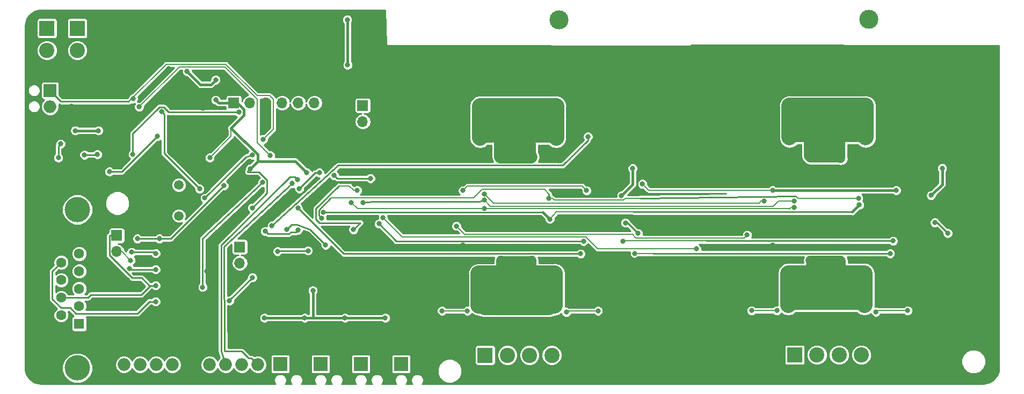
<source format=gbr>
G04 #@! TF.GenerationSoftware,KiCad,Pcbnew,(5.0.1-3-g963ef8bb5)*
G04 #@! TF.CreationDate,2019-03-13T09:11:41+01:00*
G04 #@! TF.ProjectId,Arm_stepper,41726D5F737465707065722E6B696361,rev?*
G04 #@! TF.SameCoordinates,Original*
G04 #@! TF.FileFunction,Copper,L2,Bot,Signal*
G04 #@! TF.FilePolarity,Positive*
%FSLAX46Y46*%
G04 Gerber Fmt 4.6, Leading zero omitted, Abs format (unit mm)*
G04 Created by KiCad (PCBNEW (5.0.1-3-g963ef8bb5)) date 2019 March 13, Wednesday 09:11:41*
%MOMM*%
%LPD*%
G01*
G04 APERTURE LIST*
G04 #@! TA.AperFunction,ComponentPad*
%ADD10C,2.400000*%
G04 #@! TD*
G04 #@! TA.AperFunction,ComponentPad*
%ADD11R,2.400000X2.400000*%
G04 #@! TD*
G04 #@! TA.AperFunction,ComponentPad*
%ADD12O,1.998980X1.998980*%
G04 #@! TD*
G04 #@! TA.AperFunction,ComponentPad*
%ADD13R,1.998980X1.998980*%
G04 #@! TD*
G04 #@! TA.AperFunction,ComponentPad*
%ADD14C,2.999740*%
G04 #@! TD*
G04 #@! TA.AperFunction,ComponentPad*
%ADD15R,1.700000X1.700000*%
G04 #@! TD*
G04 #@! TA.AperFunction,ComponentPad*
%ADD16O,1.700000X1.700000*%
G04 #@! TD*
G04 #@! TA.AperFunction,ComponentPad*
%ADD17R,1.600000X1.600000*%
G04 #@! TD*
G04 #@! TA.AperFunction,ComponentPad*
%ADD18C,1.600000*%
G04 #@! TD*
G04 #@! TA.AperFunction,ComponentPad*
%ADD19C,4.000000*%
G04 #@! TD*
G04 #@! TA.AperFunction,ComponentPad*
%ADD20C,1.450000*%
G04 #@! TD*
G04 #@! TA.AperFunction,ComponentPad*
%ADD21O,1.900000X1.200000*%
G04 #@! TD*
G04 #@! TA.AperFunction,ComponentPad*
%ADD22R,2.200000X2.200000*%
G04 #@! TD*
G04 #@! TA.AperFunction,ComponentPad*
%ADD23C,2.200000*%
G04 #@! TD*
G04 #@! TA.AperFunction,ComponentPad*
%ADD24C,1.500000*%
G04 #@! TD*
G04 #@! TA.AperFunction,ViaPad*
%ADD25C,0.800000*%
G04 #@! TD*
G04 #@! TA.AperFunction,Conductor*
%ADD26C,0.250000*%
G04 #@! TD*
G04 #@! TA.AperFunction,Conductor*
%ADD27C,0.200000*%
G04 #@! TD*
G04 #@! TA.AperFunction,Conductor*
%ADD28C,0.400000*%
G04 #@! TD*
G04 #@! TA.AperFunction,Conductor*
%ADD29C,2.500000*%
G04 #@! TD*
G04 #@! TA.AperFunction,Conductor*
%ADD30C,1.500000*%
G04 #@! TD*
G04 #@! TA.AperFunction,Conductor*
%ADD31C,3.000000*%
G04 #@! TD*
G04 #@! TA.AperFunction,Conductor*
%ADD32C,0.700000*%
G04 #@! TD*
G04 #@! TA.AperFunction,Conductor*
%ADD33C,1.200000*%
G04 #@! TD*
G04 #@! TA.AperFunction,Conductor*
%ADD34C,2.000000*%
G04 #@! TD*
G04 #@! TA.AperFunction,Conductor*
%ADD35C,0.254000*%
G04 #@! TD*
G04 APERTURE END LIST*
D10*
G04 #@! TO.P,J1,2*
G04 #@! TO.N,+12V*
X46700000Y-102870000D03*
D11*
G04 #@! TO.P,J1,1*
G04 #@! TO.N,GNDPWR*
X46700000Y-99370000D03*
G04 #@! TD*
D12*
G04 #@! TO.P,J11,4*
G04 #@! TO.N,+5V*
X72620000Y-152500000D03*
D13*
G04 #@! TO.P,J11,1*
G04 #@! TO.N,GNDS*
X65000000Y-152500000D03*
D12*
G04 #@! TO.P,J11,2*
G04 #@! TO.N,N/C*
X67540000Y-152500000D03*
G04 #@! TO.P,J11,3*
G04 #@! TO.N,E2_2*
X70080000Y-152500000D03*
G04 #@! TO.P,J11,5*
G04 #@! TO.N,E2_1*
X75160000Y-152500000D03*
G04 #@! TD*
G04 #@! TO.P,J10,4*
G04 #@! TO.N,+5V*
X59120000Y-152500000D03*
D13*
G04 #@! TO.P,J10,1*
G04 #@! TO.N,GNDS*
X51500000Y-152500000D03*
D12*
G04 #@! TO.P,J10,2*
G04 #@! TO.N,N/C*
X54040000Y-152500000D03*
G04 #@! TO.P,J10,3*
G04 #@! TO.N,E1_2*
X56580000Y-152500000D03*
G04 #@! TO.P,J10,5*
G04 #@! TO.N,E1_1*
X61660000Y-152500000D03*
G04 #@! TD*
D14*
G04 #@! TO.P,JP4,2*
G04 #@! TO.N,GNDS*
X171492000Y-105116000D03*
G04 #@! TO.P,JP4,1*
G04 #@! TO.N,GNDPWR*
X171492000Y-97960000D03*
G04 #@! TD*
D11*
G04 #@! TO.P,J3,1*
G04 #@! TO.N,/M2_A+*
X159810000Y-150960000D03*
D10*
G04 #@! TO.P,J3,2*
G04 #@! TO.N,/M2_A-*
X163310000Y-150960000D03*
G04 #@! TO.P,J3,3*
G04 #@! TO.N,/M2_B-*
X166810000Y-150960000D03*
G04 #@! TO.P,J3,4*
G04 #@! TO.N,/M2_B+*
X170310000Y-150960000D03*
G04 #@! TD*
D12*
G04 #@! TO.P,J5,2*
G04 #@! TO.N,i2C1_SCL*
X42400000Y-111740000D03*
D13*
G04 #@! TO.P,J5,1*
G04 #@! TO.N,i2C1_SDA*
X42400000Y-109200000D03*
G04 #@! TD*
D14*
G04 #@! TO.P,JP4,1*
G04 #@! TO.N,GNDPWR*
X122682000Y-98000000D03*
G04 #@! TO.P,JP4,2*
G04 #@! TO.N,GNDS*
X122682000Y-105156000D03*
G04 #@! TD*
D11*
G04 #@! TO.P,J1,1*
G04 #@! TO.N,GNDPWR*
X41910000Y-99370000D03*
D10*
G04 #@! TO.P,J1,2*
G04 #@! TO.N,+12V*
X41910000Y-102870000D03*
G04 #@! TD*
G04 #@! TO.P,J3,4*
G04 #@! TO.N,/M2_B+*
X121500000Y-151000000D03*
G04 #@! TO.P,J3,3*
G04 #@! TO.N,/M2_B-*
X118000000Y-151000000D03*
G04 #@! TO.P,J3,2*
G04 #@! TO.N,/M2_A-*
X114500000Y-151000000D03*
D11*
G04 #@! TO.P,J3,1*
G04 #@! TO.N,/M2_A+*
X111000000Y-151000000D03*
G04 #@! TD*
D15*
G04 #@! TO.P,J4,1*
G04 #@! TO.N,+3V3*
X71374000Y-111150400D03*
D16*
G04 #@! TO.P,J4,2*
G04 #@! TO.N,/SWCLK*
X73914000Y-111150400D03*
G04 #@! TO.P,J4,3*
G04 #@! TO.N,GNDS*
X76454000Y-111150400D03*
G04 #@! TO.P,J4,4*
G04 #@! TO.N,/SWDIO*
X78994000Y-111150400D03*
G04 #@! TO.P,J4,5*
G04 #@! TO.N,/NRST*
X81534000Y-111150400D03*
G04 #@! TO.P,J4,6*
G04 #@! TO.N,/TRACESWO*
X84074000Y-111150400D03*
G04 #@! TD*
D17*
G04 #@! TO.P,J8,1*
G04 #@! TO.N,N/C*
X46990000Y-146050000D03*
D18*
G04 #@! TO.P,J8,2*
G04 #@! TO.N,Net-(J8-Pad3)*
X46990000Y-143280000D03*
G04 #@! TO.P,J8,3*
G04 #@! TO.N,/gnd_can*
X46990000Y-140510000D03*
G04 #@! TO.P,J8,4*
G04 #@! TO.N,N/C*
X46990000Y-137740000D03*
G04 #@! TO.P,J8,5*
X46990000Y-134970000D03*
G04 #@! TO.P,J8,6*
X44150000Y-144665000D03*
G04 #@! TO.P,J8,7*
G04 #@! TO.N,Net-(J8-Pad2)*
X44150000Y-141895000D03*
G04 #@! TO.P,J8,8*
G04 #@! TO.N,N/C*
X44150000Y-139125000D03*
G04 #@! TO.P,J8,9*
G04 #@! TO.N,/+5v_can*
X44150000Y-136355000D03*
D19*
G04 #@! TO.P,J8,0*
G04 #@! TO.N,N/C*
X46690000Y-128010000D03*
X46690000Y-153010000D03*
G04 #@! TD*
D20*
G04 #@! TO.P,J9,6*
G04 #@! TO.N,GNDS*
X42162500Y-116200000D03*
X42162500Y-121200000D03*
D21*
X39462500Y-115200000D03*
X39462500Y-122200000D03*
G04 #@! TD*
D15*
G04 #@! TO.P,JP1,1*
G04 #@! TO.N,Net-(J8-Pad2)*
X52918360Y-132105400D03*
D16*
G04 #@! TO.P,JP1,2*
G04 #@! TO.N,Net-(JP1-Pad2)*
X52918360Y-134645400D03*
G04 #@! TD*
G04 #@! TO.P,FAN,2*
G04 #@! TO.N,Net-(M2-Pad2)*
X91694000Y-114096800D03*
D15*
G04 #@! TO.P,FAN,1*
G04 #@! TO.N,+12V*
X91694000Y-111556800D03*
G04 #@! TD*
D22*
G04 #@! TO.P,SW2,1*
G04 #@! TO.N,E4*
X97750000Y-152400000D03*
D23*
G04 #@! TO.P,SW2,2*
G04 #@! TO.N,GNDS*
X100290000Y-152400000D03*
G04 #@! TD*
D22*
G04 #@! TO.P,SW3,1*
G04 #@! TO.N,E2*
X85050000Y-152400000D03*
D23*
G04 #@! TO.P,SW3,2*
G04 #@! TO.N,GNDS*
X87590000Y-152400000D03*
G04 #@! TD*
G04 #@! TO.P,SW4,2*
G04 #@! TO.N,GNDS*
X93940000Y-152400000D03*
D22*
G04 #@! TO.P,SW4,1*
G04 #@! TO.N,E3*
X91400000Y-152400000D03*
G04 #@! TD*
D23*
G04 #@! TO.P,SW5,2*
G04 #@! TO.N,GNDS*
X81240000Y-152400000D03*
D22*
G04 #@! TO.P,SW5,1*
G04 #@! TO.N,E1*
X78700000Y-152400000D03*
G04 #@! TD*
D24*
G04 #@! TO.P,Y1,1*
G04 #@! TO.N,Net-(C9-Pad1)*
X62687200Y-124104400D03*
G04 #@! TO.P,Y1,2*
G04 #@! TO.N,Net-(C10-Pad2)*
X62687200Y-128984400D03*
G04 #@! TD*
D15*
G04 #@! TO.P,SWD,1*
G04 #@! TO.N,I1*
X72300000Y-133900000D03*
D16*
G04 #@! TO.P,SWD,2*
G04 #@! TO.N,I2*
X72300000Y-136440000D03*
G04 #@! TD*
D25*
G04 #@! TO.N,GNDS*
X186750000Y-129250000D03*
X185000000Y-126500000D03*
X86175000Y-137075000D03*
X80725000Y-137275000D03*
X65175000Y-117150000D03*
X109067600Y-119024400D03*
X109016800Y-120142000D03*
X122529600Y-118872000D03*
X122580400Y-120294400D03*
X123240800Y-133959600D03*
X107492800Y-133604000D03*
X131724400Y-105613200D03*
X132943600Y-107035600D03*
X133197600Y-108762800D03*
X133197600Y-110947200D03*
X95961200Y-105613200D03*
X95910400Y-107035600D03*
X95910400Y-109118400D03*
X95910400Y-111506000D03*
X95910400Y-110286800D03*
X95961200Y-108102400D03*
X127101600Y-135839200D03*
X129101600Y-135839200D03*
X131101600Y-135839200D03*
X133101600Y-135839200D03*
X135101600Y-135839200D03*
X127101600Y-137839200D03*
X129101600Y-137839200D03*
X131101600Y-137839200D03*
X133101600Y-137839200D03*
X135101600Y-137839200D03*
X142652000Y-135839200D03*
X144652000Y-137839200D03*
X140652000Y-135839200D03*
X144652000Y-135839200D03*
X136652000Y-137839200D03*
X138652000Y-135839200D03*
X136652000Y-135839200D03*
X98977200Y-138144000D03*
X102977200Y-138144000D03*
X102977200Y-136144000D03*
X98977200Y-136144000D03*
X100977200Y-136144000D03*
X100977200Y-138144000D03*
X96977200Y-138144000D03*
X104977200Y-138144000D03*
X96977200Y-136144000D03*
X104977200Y-136144000D03*
X143382000Y-110153200D03*
X139382000Y-110153200D03*
X137382000Y-108153200D03*
X141382000Y-110153200D03*
X141382000Y-108153200D03*
X135382000Y-108153200D03*
X139382000Y-108153200D03*
X135382000Y-110153200D03*
X143382000Y-108153200D03*
X137382000Y-110153200D03*
X126644400Y-119786400D03*
X157826800Y-120102000D03*
X187462000Y-137799200D03*
X181911600Y-135799200D03*
X181911600Y-137799200D03*
X183911600Y-137799200D03*
X153787200Y-138104000D03*
X149787200Y-138104000D03*
X186192000Y-110113200D03*
X190192000Y-110113200D03*
X191462000Y-137799200D03*
X188192000Y-108113200D03*
X191462000Y-135799200D03*
X147787200Y-136104000D03*
X187462000Y-135799200D03*
X177911600Y-137799200D03*
X188192000Y-110113200D03*
X189462000Y-135799200D03*
X184192000Y-110113200D03*
X179911600Y-135799200D03*
X184192000Y-108113200D03*
X190192000Y-108113200D03*
X183911600Y-135799200D03*
X189462000Y-137799200D03*
X165243600Y-105116000D03*
X185462000Y-137799200D03*
X182007600Y-110907200D03*
X175911600Y-137799200D03*
X151787200Y-138104000D03*
X171390400Y-120254400D03*
X186192000Y-108113200D03*
X185462000Y-135799200D03*
X151787200Y-136104000D03*
X168850400Y-105116000D03*
X149787200Y-136104000D03*
X177911600Y-135799200D03*
X153787200Y-136104000D03*
X179911600Y-137799200D03*
X147787200Y-138104000D03*
X156302800Y-133564000D03*
X171339600Y-118832000D03*
X159757200Y-105116000D03*
X157877600Y-118984400D03*
X181753600Y-106995600D03*
X180534400Y-105573200D03*
X172050800Y-133919600D03*
X182007600Y-108722800D03*
X175911600Y-135799200D03*
X74725000Y-131550000D03*
X67125000Y-137750000D03*
X68491206Y-134905815D03*
X52950000Y-105750000D03*
X61050000Y-105750000D03*
X55875000Y-105650000D03*
X58325000Y-105650000D03*
X64200000Y-115500000D03*
X62975000Y-117525000D03*
X80925000Y-107550000D03*
X73825000Y-107475000D03*
X86300000Y-123725000D03*
X92975000Y-105550000D03*
X91400000Y-105500000D03*
X87200000Y-109800000D03*
X88875000Y-109775000D03*
X88225000Y-111425000D03*
X87075000Y-112800000D03*
X89075000Y-113050000D03*
X88675000Y-114425000D03*
X86875000Y-114400000D03*
X84700000Y-115300000D03*
X87375000Y-120000000D03*
X88700000Y-119975000D03*
X83700000Y-137175000D03*
X80000000Y-139400000D03*
X79800000Y-141300000D03*
X79750000Y-143400000D03*
X76950000Y-140825000D03*
X76350000Y-138975000D03*
X77300000Y-137125000D03*
X78550000Y-139125000D03*
X73200000Y-142375000D03*
X74525000Y-143875000D03*
X73050000Y-147650000D03*
X73050000Y-149775000D03*
X65800000Y-148875000D03*
X65750000Y-145350000D03*
X65550000Y-142175000D03*
X61975000Y-148825000D03*
X62175000Y-145350000D03*
X58550000Y-145300000D03*
X63275000Y-141200000D03*
X64375000Y-137150000D03*
X61550000Y-137475000D03*
X61550000Y-134075000D03*
X65150000Y-134075000D03*
X64725000Y-132100000D03*
X58800000Y-119500000D03*
X61375000Y-121875000D03*
X52825000Y-129825000D03*
X50150000Y-130350000D03*
X49775000Y-133200000D03*
X51375000Y-145475000D03*
X53925000Y-143225000D03*
X53625000Y-146150000D03*
X51575000Y-149650000D03*
X54000000Y-113250000D03*
X51250000Y-109500000D03*
X58250000Y-111500000D03*
X60325000Y-109100000D03*
X45800000Y-111700000D03*
X47500000Y-108500000D03*
X42550000Y-113750000D03*
X95925000Y-113625000D03*
X95925000Y-116425000D03*
X95925000Y-119150000D03*
X96025000Y-122225000D03*
X76450000Y-113900000D03*
X78125000Y-115975000D03*
X71800000Y-118850000D03*
X72825000Y-118600000D03*
X95525000Y-125100000D03*
X98200000Y-125175000D03*
X97875000Y-130000000D03*
X66750000Y-107250000D03*
X66500000Y-112000000D03*
X68500000Y-109250000D03*
X68250000Y-111750000D03*
X63750000Y-111250000D03*
X64750000Y-110000000D03*
X62000000Y-111500000D03*
X63500000Y-110250000D03*
X44000000Y-105750000D03*
X44750000Y-106750000D03*
X45000000Y-110000000D03*
X44500000Y-123250000D03*
X48500000Y-123250000D03*
X62750000Y-126750000D03*
X185000000Y-125250000D03*
X187000000Y-125250000D03*
X187000000Y-126750000D03*
X183500000Y-133500000D03*
X144250000Y-114750000D03*
X144750000Y-118000000D03*
X145000000Y-123500000D03*
X142750000Y-130000000D03*
X51200000Y-117300000D03*
X50900000Y-120400000D03*
X52800000Y-119200000D03*
X73000000Y-132200000D03*
X85200000Y-125300000D03*
X44500000Y-121100000D03*
X48600000Y-121300000D03*
X116332000Y-105156000D03*
X120040400Y-105156000D03*
X110947200Y-105156000D03*
X112903000Y-105156000D03*
X161861500Y-105116000D03*
X83500000Y-133000000D03*
X79000000Y-127750000D03*
X79750000Y-119250000D03*
G04 #@! TO.N,+3V3*
X46355000Y-115521500D03*
X50038000Y-115521500D03*
X64002920Y-106177080D03*
X73964800Y-121539000D03*
X82870040Y-122179080D03*
X76301600Y-131419600D03*
X81494719Y-131214012D03*
X74300080Y-138724640D03*
X70683120Y-142387320D03*
X74264520Y-127716280D03*
X67575000Y-119802020D03*
X68500000Y-110674160D03*
X68512500Y-107500000D03*
G04 #@! TO.N,RST1*
X81686400Y-124693680D03*
X92903040Y-123078240D03*
X87199005Y-122608229D03*
X84865744Y-122174736D03*
X155012613Y-126692200D03*
X110904194Y-125513492D03*
G04 #@! TO.N,Net-(C13-Pad2)*
X134250000Y-121500000D03*
X132500000Y-125800000D03*
X183060000Y-121460000D03*
X181310000Y-125760000D03*
G04 #@! TO.N,Net-(C23-Pad1)*
X152300000Y-132022500D03*
X106462500Y-130600000D03*
G04 #@! TO.N,Net-(C30-Pad2)*
X135128000Y-131775200D03*
X133100010Y-130100010D03*
X183938000Y-131735200D03*
X181910010Y-130060010D03*
G04 #@! TO.N,+5V*
X76200000Y-145112500D03*
X82550000Y-145112500D03*
X88900000Y-145112500D03*
X95250000Y-145112500D03*
X83825080Y-140782040D03*
G04 #@! TO.N,/M2_A-*
X104200000Y-144000000D03*
X108200000Y-144000000D03*
X153010000Y-143960000D03*
X157010000Y-143960000D03*
G04 #@! TO.N,/M2_B-*
X128800000Y-144000000D03*
X123800000Y-144200000D03*
X177610000Y-143960000D03*
X172610000Y-144160000D03*
G04 #@! TO.N,Net-(IC1-Pad7)*
X107500000Y-125000000D03*
X127000000Y-125000000D03*
X156310000Y-124960000D03*
X175810000Y-124960000D03*
X135800000Y-123966154D03*
G04 #@! TO.N,CLK1*
X78267560Y-134604760D03*
X83063080Y-134487920D03*
X110855760Y-126512320D03*
X91775000Y-126875000D03*
X159688329Y-126637569D03*
G04 #@! TO.N,CW1*
X110886240Y-127858520D03*
X79735680Y-131114800D03*
X85841840Y-133573520D03*
X90230960Y-131175000D03*
X159760000Y-127635000D03*
X89900000Y-126874999D03*
X90834754Y-124979222D03*
G04 #@! TO.N,HALF1*
X85500000Y-128400000D03*
X170010000Y-127260000D03*
X121200000Y-129500000D03*
G04 #@! TO.N,CRTL1*
X121050000Y-126250000D03*
X85217834Y-129359367D03*
X169860000Y-126210000D03*
G04 #@! TO.N,GNDD*
X162250000Y-118800000D03*
X163400000Y-118750000D03*
X164450000Y-118800000D03*
X165750000Y-118800000D03*
X167050000Y-118850000D03*
X167050000Y-119850000D03*
X165850000Y-119850000D03*
X164550000Y-119850000D03*
X163350000Y-119800000D03*
X162250000Y-119800000D03*
X110185200Y-111658400D03*
X111185200Y-111658400D03*
X112185200Y-111658400D03*
X113185200Y-111658400D03*
X114185200Y-111658400D03*
X115185200Y-111658400D03*
X116185200Y-111658400D03*
X117185200Y-111658400D03*
X118185200Y-111658400D03*
X119185200Y-111658400D03*
X120185200Y-111658400D03*
X121185200Y-111658400D03*
X122185200Y-111658400D03*
X110185200Y-112658400D03*
X111185200Y-112658400D03*
X112185200Y-112658400D03*
X113185200Y-112658400D03*
X114185200Y-112658400D03*
X115185200Y-112658400D03*
X116185200Y-112658400D03*
X117185200Y-112658400D03*
X118185200Y-112658400D03*
X119185200Y-112658400D03*
X120185200Y-112658400D03*
X121185200Y-112658400D03*
X122185200Y-112658400D03*
X110185200Y-113658400D03*
X111185200Y-113658400D03*
X112185200Y-113658400D03*
X113185200Y-113658400D03*
X114185200Y-113658400D03*
X115185200Y-113658400D03*
X116185200Y-113658400D03*
X117185200Y-113658400D03*
X118185200Y-113658400D03*
X119185200Y-113658400D03*
X120185200Y-113658400D03*
X121185200Y-113658400D03*
X122185200Y-113658400D03*
X110185200Y-114658400D03*
X111185200Y-114658400D03*
X112185200Y-114658400D03*
X113185200Y-114658400D03*
X114185200Y-114658400D03*
X115185200Y-114658400D03*
X116185200Y-114658400D03*
X117185200Y-114658400D03*
X118185200Y-114658400D03*
X119185200Y-114658400D03*
X120185200Y-114658400D03*
X121185200Y-114658400D03*
X122185200Y-114658400D03*
X110185200Y-115658400D03*
X111185200Y-115658400D03*
X112185200Y-115658400D03*
X113185200Y-115658400D03*
X114185200Y-115658400D03*
X115185200Y-115658400D03*
X116185200Y-115658400D03*
X117185200Y-115658400D03*
X118185200Y-115658400D03*
X119185200Y-115658400D03*
X120185200Y-115658400D03*
X121185200Y-115658400D03*
X122185200Y-115658400D03*
X110185200Y-116658400D03*
X111185200Y-116658400D03*
X112185200Y-116658400D03*
X113185200Y-116658400D03*
X114185200Y-116658400D03*
X115185200Y-116658400D03*
X116185200Y-116658400D03*
X117185200Y-116658400D03*
X118185200Y-116658400D03*
X119185200Y-116658400D03*
X120185200Y-116658400D03*
X121185200Y-116658400D03*
X122185200Y-116658400D03*
X117982000Y-143125200D03*
X118982000Y-143125200D03*
X119982000Y-143125200D03*
X121982000Y-143125200D03*
X120982000Y-143125200D03*
X109982000Y-141125200D03*
X120982000Y-140125200D03*
X121982000Y-140125200D03*
X109982000Y-138125200D03*
X116982000Y-141125200D03*
X114982000Y-141125200D03*
X112982000Y-141125200D03*
X117982000Y-141125200D03*
X110982000Y-141125200D03*
X121982000Y-141125200D03*
X111982000Y-141125200D03*
X119982000Y-141125200D03*
X118982000Y-141125200D03*
X120982000Y-141125200D03*
X113982000Y-141125200D03*
X115982000Y-141125200D03*
X116982000Y-142125200D03*
X114982000Y-142125200D03*
X115982000Y-142125200D03*
X111982000Y-142125200D03*
X112982000Y-142125200D03*
X110982000Y-142125200D03*
X109982000Y-142125200D03*
X113982000Y-142125200D03*
X121982000Y-139125200D03*
X114982000Y-140125200D03*
X115982000Y-140125200D03*
X118982000Y-139125200D03*
X112982000Y-140125200D03*
X113982000Y-139125200D03*
X117982000Y-140125200D03*
X117982000Y-139125200D03*
X116982000Y-140125200D03*
X110982000Y-140125200D03*
X120982000Y-139125200D03*
X113982000Y-140125200D03*
X119982000Y-139125200D03*
X115982000Y-139125200D03*
X118982000Y-140125200D03*
X119982000Y-140125200D03*
X116982000Y-139125200D03*
X111982000Y-140125200D03*
X109982000Y-140125200D03*
X114982000Y-139125200D03*
X114982000Y-138125200D03*
X111982000Y-138125200D03*
X113982000Y-138125200D03*
X118982000Y-138125200D03*
X109982000Y-139125200D03*
X112982000Y-139125200D03*
X117982000Y-138125200D03*
X110982000Y-138125200D03*
X120982000Y-138125200D03*
X112982000Y-138125200D03*
X116982000Y-138125200D03*
X111982000Y-139125200D03*
X121982000Y-138125200D03*
X115982000Y-138125200D03*
X110982000Y-139125200D03*
X119982000Y-138125200D03*
X110982000Y-143125200D03*
X120982000Y-142125200D03*
X113982000Y-143125200D03*
X112982000Y-143125200D03*
X121982000Y-142125200D03*
X117982000Y-142125200D03*
X119982000Y-142125200D03*
X114982000Y-143125200D03*
X115982000Y-143125200D03*
X109982000Y-143125200D03*
X111982000Y-143125200D03*
X118982000Y-142125200D03*
X116982000Y-143125200D03*
X166995200Y-116618400D03*
X167995200Y-116618400D03*
X168995200Y-116618400D03*
X170995200Y-116618400D03*
X169995200Y-116618400D03*
X166792000Y-142085200D03*
X159792000Y-139085200D03*
X158995200Y-114618400D03*
X168792000Y-138085200D03*
X169792000Y-142085200D03*
X162792000Y-143085200D03*
X161792000Y-143085200D03*
X170792000Y-138085200D03*
X164792000Y-138085200D03*
X168792000Y-142085200D03*
X169995200Y-113618400D03*
X170995200Y-113618400D03*
X160792000Y-139085200D03*
X159792000Y-143085200D03*
X170792000Y-142085200D03*
X170792000Y-143085200D03*
X162792000Y-141085200D03*
X164792000Y-141085200D03*
X169792000Y-143085200D03*
X163792000Y-142085200D03*
X170792000Y-141085200D03*
X161792000Y-142085200D03*
X166792000Y-143085200D03*
X158792000Y-141085200D03*
X162792000Y-142085200D03*
X158995200Y-111618400D03*
X167792000Y-143085200D03*
X165792000Y-142085200D03*
X166792000Y-141085200D03*
X159792000Y-141085200D03*
X160792000Y-142085200D03*
X158792000Y-138085200D03*
X169792000Y-140085200D03*
X168792000Y-143085200D03*
X168792000Y-141085200D03*
X169792000Y-141085200D03*
X170792000Y-140085200D03*
X159792000Y-142085200D03*
X160792000Y-141085200D03*
X167792000Y-141085200D03*
X158792000Y-142085200D03*
X165792000Y-141085200D03*
X170792000Y-139085200D03*
X161792000Y-141085200D03*
X163792000Y-141085200D03*
X164792000Y-142085200D03*
X165995200Y-114618400D03*
X163995200Y-114618400D03*
X161995200Y-114618400D03*
X166995200Y-114618400D03*
X159995200Y-114618400D03*
X170995200Y-114618400D03*
X160995200Y-114618400D03*
X168995200Y-114618400D03*
X167995200Y-114618400D03*
X169995200Y-114618400D03*
X162995200Y-114618400D03*
X164995200Y-114618400D03*
X163792000Y-143085200D03*
X165792000Y-143085200D03*
X160792000Y-143085200D03*
X164792000Y-143085200D03*
X158792000Y-143085200D03*
X167792000Y-142085200D03*
X165995200Y-115618400D03*
X163995200Y-115618400D03*
X164995200Y-115618400D03*
X160995200Y-115618400D03*
X161995200Y-115618400D03*
X159995200Y-115618400D03*
X158995200Y-115618400D03*
X162995200Y-115618400D03*
X159792000Y-140085200D03*
X160792000Y-138085200D03*
X162792000Y-138085200D03*
X165792000Y-139085200D03*
X170995200Y-112618400D03*
X166792000Y-138085200D03*
X169792000Y-138085200D03*
X163995200Y-113618400D03*
X169792000Y-139085200D03*
X162792000Y-140085200D03*
X164995200Y-113618400D03*
X167792000Y-138085200D03*
X167995200Y-112618400D03*
X161995200Y-113618400D03*
X162995200Y-112618400D03*
X158792000Y-140085200D03*
X166995200Y-113618400D03*
X164792000Y-140085200D03*
X163792000Y-139085200D03*
X167792000Y-140085200D03*
X167792000Y-139085200D03*
X166995200Y-112618400D03*
X162792000Y-139085200D03*
X163792000Y-140085200D03*
X160792000Y-140085200D03*
X164792000Y-139085200D03*
X165995200Y-113618400D03*
X166792000Y-139085200D03*
X161792000Y-138085200D03*
X168792000Y-139085200D03*
X159792000Y-138085200D03*
X159995200Y-113618400D03*
X169995200Y-112618400D03*
X165792000Y-138085200D03*
X161792000Y-139085200D03*
X162995200Y-113618400D03*
X168995200Y-112618400D03*
X166792000Y-140085200D03*
X164995200Y-112618400D03*
X158792000Y-139085200D03*
X167995200Y-113618400D03*
X168995200Y-113618400D03*
X165995200Y-112618400D03*
X168792000Y-140085200D03*
X161792000Y-140085200D03*
X165792000Y-140085200D03*
X163792000Y-138085200D03*
X160995200Y-113618400D03*
X158995200Y-113618400D03*
X163995200Y-112618400D03*
X163995200Y-111618400D03*
X160995200Y-111618400D03*
X162995200Y-111618400D03*
X167995200Y-111618400D03*
X158995200Y-112618400D03*
X161995200Y-112618400D03*
X166995200Y-111618400D03*
X159995200Y-111618400D03*
X169995200Y-111618400D03*
X161995200Y-111618400D03*
X165995200Y-111618400D03*
X160995200Y-112618400D03*
X170995200Y-111618400D03*
X164995200Y-111618400D03*
X159995200Y-112618400D03*
X168995200Y-111618400D03*
X159995200Y-116618400D03*
X169995200Y-115618400D03*
X162995200Y-116618400D03*
X161995200Y-116618400D03*
X170995200Y-115618400D03*
X166995200Y-115618400D03*
X168995200Y-115618400D03*
X163995200Y-116618400D03*
X164995200Y-116618400D03*
X158995200Y-116618400D03*
X160995200Y-116618400D03*
X167995200Y-115618400D03*
X165995200Y-116618400D03*
X163400000Y-117650000D03*
X165750000Y-117700000D03*
X162250000Y-117700000D03*
X164450000Y-117700000D03*
X167050000Y-117750000D03*
X163450000Y-136000000D03*
X165800000Y-136050000D03*
X163400000Y-137050000D03*
X164600000Y-137100000D03*
X162300000Y-136050000D03*
X164500000Y-136050000D03*
X162300000Y-137050000D03*
X165900000Y-137100000D03*
X167100000Y-137100000D03*
X167100000Y-136100000D03*
X114600000Y-118650000D03*
X115650000Y-117600000D03*
X118250000Y-117650000D03*
X116950000Y-118700000D03*
X116950000Y-117600000D03*
X114600000Y-117550000D03*
X113450000Y-117600000D03*
X114550000Y-119700000D03*
X115750000Y-119750000D03*
X113450000Y-118700000D03*
X115650000Y-118700000D03*
X113450000Y-119700000D03*
X117050000Y-119750000D03*
X118250000Y-119750000D03*
X118250000Y-118750000D03*
X118300000Y-136000000D03*
X117100000Y-137000000D03*
X113500000Y-136950000D03*
X114600000Y-136950000D03*
X115700000Y-135950000D03*
X113500000Y-135950000D03*
X114650000Y-135900000D03*
X115800000Y-137000000D03*
X117000000Y-135950000D03*
X118300000Y-137000000D03*
G04 #@! TO.N,GNDPWR*
X89306400Y-105156000D03*
X89255600Y-98000000D03*
G04 #@! TO.N,i2C1_SDA*
X75975000Y-116925000D03*
X55500000Y-110500000D03*
G04 #@! TO.N,i2C1_SCL*
X56450000Y-111775000D03*
X77125000Y-119475000D03*
G04 #@! TO.N,/+5v_can*
X59044800Y-142534640D03*
G04 #@! TO.N,Net-(J8-Pad2)*
X59044800Y-139994640D03*
G04 #@! TO.N,Net-(J8-Pad3)*
X59044800Y-137454640D03*
X54879142Y-137319878D03*
G04 #@! TO.N,/gnd_can*
X55250080Y-134721600D03*
X59044800Y-134914640D03*
G04 #@! TO.N,E1_2*
X69799200Y-124225000D03*
X56161990Y-132601278D03*
X59625000Y-132601278D03*
G04 #@! TO.N,E2_1*
X80594200Y-123880880D03*
G04 #@! TO.N,E2_2*
X81376100Y-123257473D03*
G04 #@! TO.N,Net-(JP1-Pad2)*
X55100000Y-136025000D03*
G04 #@! TO.N,EN1*
X126500000Y-133000000D03*
X94250000Y-130250000D03*
X175310000Y-132960000D03*
X132737500Y-133000000D03*
G04 #@! TO.N,PWMA1*
X144300000Y-134210600D03*
X94900000Y-129300000D03*
G04 #@! TO.N,t_SENS*
X127203200Y-116484400D03*
X77368400Y-130556000D03*
G04 #@! TO.N,FAN*
X59974480Y-112532160D03*
X65958720Y-124725000D03*
G04 #@! TO.N,PWMB1*
X126034800Y-134975600D03*
X81488675Y-127793735D03*
X174844800Y-134935600D03*
X134619688Y-134922408D03*
G04 #@! TO.N,USB_EN*
X72162483Y-112600402D03*
X55447477Y-119279977D03*
G04 #@! TO.N,CAN_RX*
X66446400Y-140258800D03*
X75874880Y-123728480D03*
G04 #@! TO.N,CAN_TX*
X66791840Y-126175000D03*
X74275000Y-119350000D03*
G04 #@! TO.N,Net-(J9-Pad3)*
X47818040Y-119364760D03*
X49850000Y-119300000D03*
G04 #@! TO.N,Net-(J9-Pad2)*
X43700000Y-119800000D03*
X44060934Y-117621871D03*
G04 #@! TO.N,USB_DM*
X59328732Y-116424028D03*
X51750000Y-122000000D03*
G04 #@! TD*
D26*
G04 #@! TO.N,GNDS*
X67125000Y-136272021D02*
X68491206Y-134905815D01*
X67125000Y-137750000D02*
X67125000Y-136272021D01*
D27*
X98125000Y-125100000D02*
X98200000Y-125175000D01*
X95525000Y-125100000D02*
X98125000Y-125100000D01*
D28*
G04 #@! TO.N,+3V3*
X46355000Y-115521500D02*
X50038000Y-115521500D01*
X68976240Y-111150400D02*
X71374000Y-111150400D01*
X72962484Y-113090216D02*
X70939900Y-115112800D01*
X72962484Y-112216401D02*
X72962484Y-113090216D01*
X71896483Y-111150400D02*
X72962484Y-112216401D01*
X71374000Y-111150400D02*
X71896483Y-111150400D01*
X75150108Y-120353692D02*
X73964800Y-121539000D01*
X75150108Y-119323008D02*
X75150108Y-120353692D01*
X70939900Y-115112800D02*
X75150108Y-119323008D01*
X75150108Y-120353692D02*
X81044652Y-120353692D01*
X81044652Y-120353692D02*
X82870040Y-122179080D01*
X82870040Y-122179080D02*
X82870040Y-122179080D01*
D26*
X80082559Y-131839801D02*
X80357550Y-131564810D01*
X76721801Y-131839801D02*
X80082559Y-131839801D01*
X76301600Y-131419600D02*
X76721801Y-131839801D01*
X80357550Y-131564810D02*
X81153000Y-131564810D01*
X81153000Y-131564810D02*
X81168240Y-131564810D01*
X81153000Y-131555731D02*
X81494719Y-131214012D01*
X81153000Y-131564810D02*
X81153000Y-131555731D01*
X70683120Y-142341600D02*
X70683120Y-142387320D01*
X74300080Y-138724640D02*
X70683120Y-142341600D01*
X73564801Y-121938999D02*
X73964800Y-121539000D01*
X73564801Y-122078801D02*
X73564801Y-121938999D01*
X75298203Y-122078801D02*
X73564801Y-122078801D01*
X74264520Y-127716280D02*
X76599881Y-125380919D01*
X76599881Y-123380479D02*
X75298203Y-122078801D01*
X76599881Y-125380919D02*
X76599881Y-123380479D01*
D27*
X70939900Y-116437120D02*
X70939900Y-115112800D01*
X67575000Y-119802020D02*
X70939900Y-116437120D01*
D28*
X67762500Y-108250000D02*
X68512500Y-107500000D01*
X66075840Y-108250000D02*
X67762500Y-108250000D01*
X64002920Y-106177080D02*
X66075840Y-108250000D01*
X68500000Y-110674160D02*
X68976240Y-111150400D01*
D26*
G04 #@! TO.N,RST1*
X87669016Y-123078240D02*
X87199005Y-122608229D01*
X92903040Y-123078240D02*
X87669016Y-123078240D01*
X84205344Y-122174736D02*
X81686400Y-124693680D01*
X84865744Y-122174736D02*
X84205344Y-122174736D01*
D27*
X154189127Y-126950001D02*
X112750001Y-126950001D01*
X154446928Y-126692200D02*
X154189127Y-126950001D01*
X155012613Y-126692200D02*
X154446928Y-126692200D01*
X112340703Y-126950001D02*
X110904194Y-125513492D01*
X112750001Y-126950001D02*
X112340703Y-126950001D01*
D28*
G04 #@! TO.N,Net-(C13-Pad2)*
X134250000Y-124050000D02*
X132500000Y-125800000D01*
X134250000Y-121500000D02*
X134250000Y-124050000D01*
X183060000Y-124010000D02*
X181310000Y-125760000D01*
X183060000Y-121460000D02*
X183060000Y-124010000D01*
D27*
G04 #@! TO.N,Net-(C23-Pad1)*
X107762489Y-131899989D02*
X106462500Y-130600000D01*
X134216787Y-131899989D02*
X107762489Y-131899989D01*
X134791999Y-132475201D02*
X134216787Y-131899989D01*
X151847299Y-132475201D02*
X134791999Y-132475201D01*
X152300000Y-132022500D02*
X151847299Y-132475201D01*
D26*
G04 #@! TO.N,Net-(C30-Pad2)*
X133452810Y-130100010D02*
X133100010Y-130100010D01*
X135128000Y-131775200D02*
X133452810Y-130100010D01*
X183938000Y-131735200D02*
X182262810Y-130060010D01*
X182262810Y-130060010D02*
X181910010Y-130060010D01*
D28*
G04 #@! TO.N,+5V*
X76200000Y-145112500D02*
X82550000Y-145112500D01*
X88900000Y-145112500D02*
X95250000Y-145112500D01*
X83855560Y-141378205D02*
X83855560Y-145112500D01*
X83825080Y-141347725D02*
X83855560Y-141378205D01*
X83825080Y-140782040D02*
X83825080Y-141347725D01*
X83855560Y-145112500D02*
X88900000Y-145112500D01*
X82550000Y-145112500D02*
X83855560Y-145112500D01*
D27*
G04 #@! TO.N,/M2_A-*
X104000000Y-144000000D02*
X108200000Y-144000000D01*
X152810000Y-143960000D02*
X157010000Y-143960000D01*
G04 #@! TO.N,/M2_B-*
X128800000Y-144000000D02*
X124000000Y-144000000D01*
X124000000Y-144000000D02*
X123800000Y-144200000D01*
X177610000Y-143960000D02*
X172810000Y-143960000D01*
X172810000Y-143960000D02*
X172610000Y-144160000D01*
D28*
G04 #@! TO.N,Net-(IC1-Pad7)*
X175810000Y-124960000D02*
X156810000Y-124960000D01*
X156810000Y-124960000D02*
X156310000Y-124960000D01*
D27*
X136793846Y-124960000D02*
X135800000Y-123966154D01*
X156310000Y-124960000D02*
X136793846Y-124960000D01*
X126300000Y-124300000D02*
X126600001Y-124600001D01*
X108200000Y-124300000D02*
X126300000Y-124300000D01*
X126600001Y-124600001D02*
X127000000Y-125000000D01*
X107500000Y-125000000D02*
X108200000Y-124300000D01*
D26*
G04 #@! TO.N,CLK1*
X93863160Y-126751308D02*
X93715840Y-126751080D01*
X78384400Y-134487920D02*
X78267560Y-134604760D01*
X83063080Y-134487920D02*
X78384400Y-134487920D01*
X110109000Y-126776480D02*
X93863160Y-126751308D01*
X110855760Y-126512320D02*
X110109000Y-126776480D01*
X93243172Y-126751308D02*
X93863160Y-126751308D01*
X91775000Y-126875000D02*
X93243172Y-126751308D01*
D27*
X111801950Y-127458510D02*
X156441490Y-127458510D01*
X110855760Y-126512320D02*
X111801950Y-127458510D01*
X157262431Y-126637569D02*
X159688329Y-126637569D01*
X156441490Y-127458510D02*
X157262431Y-126637569D01*
D26*
G04 #@! TO.N,CW1*
X84869833Y-130084368D02*
X84324990Y-129539525D01*
X91321592Y-130084368D02*
X84869833Y-130084368D01*
X84324990Y-127865598D02*
X87915589Y-124274999D01*
X90230960Y-131175000D02*
X91321592Y-130084368D01*
X84324990Y-129539525D02*
X84324990Y-127865598D01*
X83383120Y-131114800D02*
X85841840Y-133573520D01*
X81335880Y-130388360D02*
X83383120Y-131114800D01*
X80462120Y-130388360D02*
X79735680Y-131114800D01*
X81335880Y-130388360D02*
X80462120Y-130388360D01*
D27*
X159194315Y-127635000D02*
X158929315Y-127900000D01*
X159760000Y-127635000D02*
X159194315Y-127635000D01*
X158887835Y-127858520D02*
X110886240Y-127858520D01*
X158929315Y-127900000D02*
X158887835Y-127858520D01*
X90883521Y-127858520D02*
X89900000Y-126874999D01*
X110886240Y-127858520D02*
X90883521Y-127858520D01*
X89564846Y-124274999D02*
X87915589Y-124274999D01*
X90269069Y-124979222D02*
X89564846Y-124274999D01*
X90834754Y-124979222D02*
X90269069Y-124979222D01*
D26*
G04 #@! TO.N,HALF1*
X120100000Y-128400000D02*
X85500000Y-128400000D01*
X168910000Y-128360000D02*
X134310000Y-128360000D01*
D28*
X170010000Y-127260000D02*
X168910000Y-128360000D01*
D27*
X122260000Y-128360000D02*
X134310000Y-128360000D01*
D28*
X121200000Y-129500000D02*
X120100000Y-128400000D01*
D27*
X121200000Y-129500000D02*
X122260000Y-128360000D01*
D26*
G04 #@! TO.N,CRTL1*
X84774999Y-128916532D02*
X85217834Y-129359367D01*
X84774999Y-128051999D02*
X84774999Y-128916532D01*
X86576998Y-126250000D02*
X84774999Y-128051999D01*
X121050000Y-125563680D02*
X121050000Y-126250000D01*
X121061480Y-125552200D02*
X121050000Y-125563680D01*
D27*
X121615685Y-126250000D02*
X121050000Y-126250000D01*
X132836001Y-126500001D02*
X121865686Y-126500001D01*
X133126002Y-126210000D02*
X132836001Y-126500001D01*
X121865686Y-126500001D02*
X121615685Y-126250000D01*
X135386998Y-126210000D02*
X133126002Y-126210000D01*
D26*
X160000000Y-125900000D02*
X135386998Y-126210000D01*
D27*
X160310000Y-126210000D02*
X169860000Y-126210000D01*
X160000000Y-125900000D02*
X160310000Y-126210000D01*
X109206685Y-126174999D02*
X110568193Y-124813491D01*
X120322771Y-124813491D02*
X121061480Y-125552200D01*
X110568193Y-124813491D02*
X120322771Y-124813491D01*
X86651999Y-126174999D02*
X109206685Y-126174999D01*
X86576998Y-126250000D02*
X86651999Y-126174999D01*
D29*
G04 #@! TO.N,GNDD*
X110185200Y-111658400D02*
X122185200Y-111658400D01*
X110185200Y-116658400D02*
X110185200Y-111658400D01*
X122185200Y-116658400D02*
X122185200Y-111658400D01*
X122185200Y-113658400D02*
X111741200Y-113658400D01*
X111185200Y-115658400D02*
X121185200Y-115658400D01*
X109982000Y-138125200D02*
X121982000Y-138125200D01*
X121982000Y-143125200D02*
X121982000Y-138125200D01*
X109982000Y-143125200D02*
X109982000Y-138125200D01*
X110982000Y-142125200D02*
X120982000Y-142125200D01*
X121982000Y-140125200D02*
X111538000Y-140125200D01*
X158995200Y-111618400D02*
X170995200Y-111618400D01*
X170792000Y-140085200D02*
X160348000Y-140085200D01*
X158792000Y-138085200D02*
X170792000Y-138085200D01*
X158792000Y-143085200D02*
X158792000Y-138085200D01*
X170792000Y-143085200D02*
X170792000Y-138085200D01*
X159792000Y-142085200D02*
X169792000Y-142085200D01*
X170995200Y-116618400D02*
X170995200Y-111618400D01*
X158995200Y-116618400D02*
X158995200Y-111618400D01*
X159995200Y-115618400D02*
X169995200Y-115618400D01*
X170995200Y-113618400D02*
X160551200Y-113618400D01*
D30*
X161995200Y-119545200D02*
X162250000Y-119800000D01*
X161995200Y-116618400D02*
X161995200Y-119545200D01*
X167000000Y-119800000D02*
X167050000Y-119850000D01*
X162250000Y-119800000D02*
X167000000Y-119800000D01*
X167050000Y-116673200D02*
X166995200Y-116618400D01*
X167050000Y-119850000D02*
X167050000Y-116673200D01*
X166995200Y-116618400D02*
X169995200Y-116618400D01*
X162995200Y-116618400D02*
X158995200Y-116618400D01*
X162995200Y-116618400D02*
X165995200Y-116618400D01*
X162250000Y-117700000D02*
X165750000Y-117700000D01*
X162250000Y-118800000D02*
X165700000Y-118800000D01*
X165750000Y-118750000D02*
X165750000Y-117700000D01*
X165700000Y-118800000D02*
X165750000Y-118750000D01*
X167050000Y-136050000D02*
X167100000Y-136100000D01*
X162300000Y-136050000D02*
X167050000Y-136050000D01*
X167100000Y-136100000D02*
X167100000Y-137100000D01*
X162350000Y-137100000D02*
X162300000Y-137050000D01*
X167100000Y-137100000D02*
X162350000Y-137100000D01*
X159792000Y-143085200D02*
X169792000Y-143085200D01*
D31*
X110982000Y-143125200D02*
X120982000Y-143125200D01*
D32*
X118250000Y-135950000D02*
X118300000Y-136000000D01*
D33*
X113500000Y-135950000D02*
X118250000Y-135950000D01*
D30*
X118250000Y-136950000D02*
X118300000Y-137000000D01*
X113500000Y-136950000D02*
X118250000Y-136950000D01*
X118300000Y-137000000D02*
X118300000Y-136050610D01*
X113500000Y-136950000D02*
X113500000Y-136050610D01*
X111185200Y-116658400D02*
X122185200Y-116658400D01*
X113185200Y-119435200D02*
X113450000Y-119700000D01*
X113185200Y-116658400D02*
X113185200Y-119435200D01*
X118200000Y-119700000D02*
X118250000Y-119750000D01*
D34*
X113450000Y-119700000D02*
X118200000Y-119700000D01*
D30*
X118250000Y-119750000D02*
X118250000Y-117650000D01*
X113500000Y-117650000D02*
X113450000Y-117600000D01*
X118250000Y-117650000D02*
X113500000Y-117650000D01*
X118200000Y-118700000D02*
X118250000Y-118750000D01*
X113450000Y-118700000D02*
X118200000Y-118700000D01*
D28*
G04 #@! TO.N,GNDPWR*
X89306400Y-98050800D02*
X89255600Y-98000000D01*
X89306400Y-105156000D02*
X89306400Y-98050800D01*
D27*
G04 #@! TO.N,i2C1_SDA*
X77604001Y-110598399D02*
X77604001Y-115295999D01*
X77006001Y-110000399D02*
X77604001Y-110598399D01*
X75031700Y-110000399D02*
X77006001Y-110000399D01*
X70081300Y-105049999D02*
X75031700Y-110000399D01*
X60713999Y-105049999D02*
X70081300Y-105049999D01*
X54853999Y-110909999D02*
X60713999Y-105049999D01*
X77604001Y-115295999D02*
X75975000Y-116925000D01*
D26*
X44109999Y-110909999D02*
X42400000Y-109200000D01*
X54853999Y-110909999D02*
X44109999Y-110909999D01*
D27*
G04 #@! TO.N,i2C1_SCL*
X41839490Y-111760000D02*
X42689491Y-110909999D01*
X75064001Y-110598399D02*
X75064001Y-117414001D01*
X56450000Y-111775000D02*
X62747921Y-105477079D01*
X69942681Y-105477079D02*
X75064001Y-110598399D01*
X62747921Y-105477079D02*
X69942681Y-105477079D01*
X75064001Y-117414001D02*
X77125000Y-119475000D01*
D26*
G04 #@! TO.N,/+5v_can*
X58034800Y-142534640D02*
X59044800Y-142534640D01*
X56164439Y-144405001D02*
X58034800Y-142534640D01*
X46449999Y-144405001D02*
X56164439Y-144405001D01*
X45584997Y-143539999D02*
X46449999Y-144405001D01*
X44129997Y-143539999D02*
X45584997Y-143539999D01*
X42750000Y-142160002D02*
X44129997Y-143539999D01*
X42750000Y-137755000D02*
X42750000Y-142160002D01*
X44150000Y-136355000D02*
X42750000Y-137755000D01*
G04 #@! TO.N,Net-(J8-Pad2)*
X58034800Y-139994640D02*
X56819800Y-138779640D01*
X51818360Y-132105400D02*
X52918360Y-132105400D01*
X51743359Y-135209401D02*
X51743359Y-132180401D01*
X55313598Y-138779640D02*
X51743359Y-135209401D01*
X51743359Y-132180401D02*
X51818360Y-132105400D01*
X56819800Y-138779640D02*
X55313598Y-138779640D01*
X48827560Y-141442440D02*
X56804560Y-141442440D01*
X56804560Y-141442440D02*
X58252360Y-139994640D01*
X58252360Y-139994640D02*
X58034800Y-139994640D01*
X59044800Y-139994640D02*
X58252360Y-139994640D01*
X48375000Y-141895000D02*
X44150000Y-141895000D01*
X48827560Y-141442440D02*
X48375000Y-141895000D01*
G04 #@! TO.N,Net-(J8-Pad3)*
X55013904Y-137454640D02*
X54879142Y-137319878D01*
X59044800Y-137454640D02*
X55013904Y-137454640D01*
G04 #@! TO.N,/gnd_can*
X58851760Y-134721600D02*
X59044800Y-134914640D01*
X55250080Y-134721600D02*
X58851760Y-134721600D01*
G04 #@! TO.N,E1_2*
X61422922Y-132601278D02*
X59625000Y-132601278D01*
X69799200Y-124225000D02*
X61422922Y-132601278D01*
X59625000Y-132601278D02*
X56161990Y-132601278D01*
G04 #@! TO.N,E2_1*
X69850000Y-133840551D02*
X69900000Y-150400000D01*
X80594200Y-123880880D02*
X69850000Y-133840551D01*
X74160511Y-151500511D02*
X75160000Y-152500000D01*
X73702509Y-151500511D02*
X74160511Y-151500511D01*
X72601998Y-150400000D02*
X73702509Y-151500511D01*
X69900000Y-150400000D02*
X72601998Y-150400000D01*
G04 #@! TO.N,E2_2*
X69375000Y-133625000D02*
X69375000Y-150335000D01*
X80196667Y-122857474D02*
X69375000Y-133625000D01*
X80976101Y-122857474D02*
X80196667Y-122857474D01*
X69375000Y-150335000D02*
X70080000Y-152500000D01*
X81376100Y-123257473D02*
X80976101Y-122857474D01*
D27*
G04 #@! TO.N,Net-(JP1-Pad2)*
X53720400Y-134645400D02*
X52918360Y-134645400D01*
X55100000Y-136025000D02*
X53720400Y-134645400D01*
D26*
G04 #@! TO.N,EN1*
X97000000Y-133000000D02*
X94250000Y-130250000D01*
X126500000Y-133000000D02*
X97000000Y-133000000D01*
X175310000Y-132960000D02*
X145810000Y-132960000D01*
D27*
X132777500Y-132960000D02*
X132737500Y-133000000D01*
X145810000Y-132960000D02*
X132777500Y-132960000D01*
G04 #@! TO.N,PWMA1*
X97899999Y-132299999D02*
X94900000Y-129300000D01*
X126836001Y-132299999D02*
X97899999Y-132299999D01*
X128746602Y-134210600D02*
X126836001Y-132299999D01*
X144300000Y-134210600D02*
X128746602Y-134210600D01*
D26*
G04 #@! TO.N,t_SENS*
X127203200Y-117050085D02*
X127203200Y-116484400D01*
X87870199Y-121019401D02*
X123233884Y-121019401D01*
X123233884Y-121019401D02*
X127203200Y-117050085D01*
X77368400Y-130556000D02*
X87870199Y-121019401D01*
G04 #@! TO.N,FAN*
X60375800Y-112933480D02*
X60375800Y-116530120D01*
X59974480Y-112532160D02*
X60375800Y-112933480D01*
X60375800Y-119142080D02*
X65958720Y-124725000D01*
X60375800Y-116530120D02*
X60375800Y-119142080D01*
G04 #@! TO.N,PWMB1*
X88670540Y-134975600D02*
X81488675Y-127793735D01*
X126034800Y-134975600D02*
X88670540Y-134975600D01*
X174844800Y-134935600D02*
X137480540Y-134935600D01*
D27*
X134632880Y-134935600D02*
X134619688Y-134922408D01*
X137480540Y-134935600D02*
X134632880Y-134935600D01*
D26*
G04 #@! TO.N,USB_EN*
X55447477Y-115986161D02*
X55447477Y-119279977D01*
X59626479Y-111807159D02*
X55447477Y-115986161D01*
X61115724Y-112600402D02*
X60322481Y-111807159D01*
X60322481Y-111807159D02*
X59626479Y-111807159D01*
X72162483Y-112600402D02*
X61115724Y-112600402D01*
G04 #@! TO.N,CAN_RX*
X66446400Y-132567680D02*
X66446400Y-140258800D01*
X75874880Y-123728480D02*
X66446400Y-132567680D01*
G04 #@! TO.N,CAN_TX*
X73291427Y-119675413D02*
X74275000Y-119350000D01*
X66791840Y-126175000D02*
X73291427Y-119675413D01*
G04 #@! TO.N,Net-(J9-Pad3)*
X49785240Y-119364760D02*
X49850000Y-119300000D01*
X47818040Y-119364760D02*
X49785240Y-119364760D01*
G04 #@! TO.N,Net-(J9-Pad2)*
X43700000Y-117982805D02*
X44060934Y-117621871D01*
X43700000Y-119800000D02*
X43700000Y-117982805D01*
G04 #@! TO.N,USB_DM*
X53752760Y-122000000D02*
X51750000Y-122000000D01*
X59328732Y-116424028D02*
X53752760Y-122000000D01*
G04 #@! TD*
D35*
G04 #@! TO.N,GNDS*
G36*
X95357171Y-101865154D02*
X95368453Y-101913406D01*
X95395720Y-101952125D01*
X95495474Y-102048793D01*
X95537103Y-102075673D01*
X95583613Y-102084591D01*
X147726522Y-102183910D01*
X147752142Y-102209521D01*
X147802074Y-124433000D01*
X137012136Y-124433000D01*
X136627000Y-124047864D01*
X136627000Y-123801653D01*
X136501097Y-123497696D01*
X136268458Y-123265057D01*
X135964501Y-123139154D01*
X135635499Y-123139154D01*
X135331542Y-123265057D01*
X135098903Y-123497696D01*
X134973000Y-123801653D01*
X134973000Y-124130655D01*
X135098903Y-124434612D01*
X135331542Y-124667251D01*
X135635499Y-124793154D01*
X135881710Y-124793154D01*
X136384501Y-125295945D01*
X136413901Y-125339945D01*
X136588221Y-125456423D01*
X136741943Y-125487000D01*
X136741947Y-125487000D01*
X136793845Y-125497323D01*
X136845743Y-125487000D01*
X147804442Y-125487000D01*
X147804475Y-125501559D01*
X135325686Y-125658729D01*
X135211220Y-125683000D01*
X133503711Y-125683000D01*
X134649690Y-124537021D01*
X134702041Y-124502041D01*
X134840620Y-124294643D01*
X134877000Y-124111750D01*
X134877000Y-124111746D01*
X134889282Y-124050000D01*
X134877000Y-123988254D01*
X134877000Y-122042555D01*
X134951097Y-121968458D01*
X135077000Y-121664501D01*
X135077000Y-121335499D01*
X134951097Y-121031542D01*
X134718458Y-120798903D01*
X134414501Y-120673000D01*
X134085499Y-120673000D01*
X133781542Y-120798903D01*
X133548903Y-121031542D01*
X133423000Y-121335499D01*
X133423000Y-121664501D01*
X133548903Y-121968458D01*
X133623000Y-122042555D01*
X133623001Y-123790288D01*
X132440289Y-124973000D01*
X132335499Y-124973000D01*
X132031542Y-125098903D01*
X131798903Y-125331542D01*
X131673000Y-125635499D01*
X131673000Y-125964501D01*
X131676521Y-125973001D01*
X122083976Y-125973001D01*
X122025030Y-125914055D01*
X121995630Y-125870055D01*
X121821310Y-125753577D01*
X121698754Y-125729199D01*
X121607282Y-125637727D01*
X121624294Y-125552201D01*
X121581452Y-125336822D01*
X121459449Y-125154231D01*
X121306816Y-125052245D01*
X121081571Y-124827000D01*
X126081711Y-124827000D01*
X126173000Y-124918289D01*
X126173000Y-125164501D01*
X126298903Y-125468458D01*
X126531542Y-125701097D01*
X126835499Y-125827000D01*
X127164501Y-125827000D01*
X127468458Y-125701097D01*
X127701097Y-125468458D01*
X127827000Y-125164501D01*
X127827000Y-124835499D01*
X127701097Y-124531542D01*
X127468458Y-124298903D01*
X127164501Y-124173000D01*
X126918289Y-124173000D01*
X126709346Y-123964056D01*
X126679945Y-123920055D01*
X126505625Y-123803577D01*
X126351903Y-123773000D01*
X126351898Y-123773000D01*
X126300000Y-123762677D01*
X126248102Y-123773000D01*
X108251897Y-123773000D01*
X108199999Y-123762677D01*
X108148101Y-123773000D01*
X108148097Y-123773000D01*
X107994375Y-123803577D01*
X107820055Y-123920055D01*
X107790655Y-123964055D01*
X107581710Y-124173000D01*
X107335499Y-124173000D01*
X107031542Y-124298903D01*
X106798903Y-124531542D01*
X106673000Y-124835499D01*
X106673000Y-125164501D01*
X106798903Y-125468458D01*
X106978444Y-125647999D01*
X91335532Y-125647999D01*
X91535851Y-125447680D01*
X91661754Y-125143723D01*
X91661754Y-124814721D01*
X91535851Y-124510764D01*
X91303212Y-124278125D01*
X90999255Y-124152222D01*
X90670253Y-124152222D01*
X90366296Y-124278125D01*
X90339779Y-124304642D01*
X89974191Y-123939054D01*
X89944791Y-123895054D01*
X89770471Y-123778576D01*
X89616749Y-123747999D01*
X89616744Y-123747999D01*
X89564846Y-123737676D01*
X89512948Y-123747999D01*
X88095636Y-123747999D01*
X87915589Y-123712185D01*
X87700210Y-123755027D01*
X87563708Y-123846235D01*
X83973112Y-127436831D01*
X83927021Y-127467628D01*
X83854545Y-127576097D01*
X83805018Y-127650219D01*
X83762176Y-127865598D01*
X83772991Y-127919968D01*
X83772990Y-129297405D01*
X82315675Y-127840090D01*
X82315675Y-127629234D01*
X82189772Y-127325277D01*
X81979147Y-127114652D01*
X86478198Y-123029102D01*
X86497908Y-123076687D01*
X86730547Y-123309326D01*
X87034504Y-123435229D01*
X87243664Y-123435229D01*
X87271046Y-123476210D01*
X87435672Y-123586209D01*
X87453636Y-123598212D01*
X87669016Y-123641054D01*
X87723381Y-123630240D01*
X92285485Y-123630240D01*
X92434582Y-123779337D01*
X92738539Y-123905240D01*
X93067541Y-123905240D01*
X93371498Y-123779337D01*
X93604137Y-123546698D01*
X93730040Y-123242741D01*
X93730040Y-122913739D01*
X93604137Y-122609782D01*
X93371498Y-122377143D01*
X93067541Y-122251240D01*
X92738539Y-122251240D01*
X92434582Y-122377143D01*
X92285485Y-122526240D01*
X88026005Y-122526240D01*
X88026005Y-122443728D01*
X87900102Y-122139771D01*
X87689478Y-121929147D01*
X88083433Y-121571401D01*
X123179519Y-121571401D01*
X123233884Y-121582215D01*
X123288249Y-121571401D01*
X123449264Y-121539373D01*
X123631854Y-121417371D01*
X123662652Y-121371278D01*
X127555080Y-117478851D01*
X127601170Y-117448055D01*
X127723172Y-117265465D01*
X127755200Y-117104450D01*
X127755200Y-117104449D01*
X127755820Y-117101335D01*
X127904297Y-116952858D01*
X128030200Y-116648901D01*
X128030200Y-116319899D01*
X127904297Y-116015942D01*
X127671658Y-115783303D01*
X127367701Y-115657400D01*
X127038699Y-115657400D01*
X126734742Y-115783303D01*
X126502103Y-116015942D01*
X126376200Y-116319899D01*
X126376200Y-116648901D01*
X126502103Y-116952858D01*
X126510942Y-116961697D01*
X123005239Y-120467401D01*
X119403477Y-120467401D01*
X119544204Y-120256788D01*
X119654956Y-119700000D01*
X119544204Y-119143212D01*
X119427000Y-118967804D01*
X119427000Y-118865920D01*
X119450058Y-118750000D01*
X119427000Y-118634080D01*
X119427000Y-117835400D01*
X120954737Y-117835400D01*
X120976151Y-117867449D01*
X121530867Y-118238099D01*
X122185200Y-118368254D01*
X122839532Y-118238099D01*
X123394249Y-117867449D01*
X123764899Y-117312733D01*
X123862200Y-116823568D01*
X123862200Y-113823568D01*
X123895054Y-113658400D01*
X123862200Y-113493232D01*
X123862200Y-111823568D01*
X123895054Y-111658400D01*
X123764899Y-111004067D01*
X123394249Y-110449351D01*
X122839533Y-110078701D01*
X122350368Y-109981400D01*
X122185200Y-109948546D01*
X122020032Y-109981400D01*
X110350368Y-109981400D01*
X110185200Y-109948546D01*
X110020032Y-109981400D01*
X109530867Y-110078701D01*
X108976151Y-110449351D01*
X108605501Y-111004067D01*
X108475346Y-111658400D01*
X108508201Y-111823573D01*
X108508200Y-116823567D01*
X108605501Y-117312732D01*
X108976151Y-117867449D01*
X109530867Y-118238099D01*
X110185200Y-118368254D01*
X110839532Y-118238099D01*
X111394249Y-117867449D01*
X111415663Y-117835400D01*
X112008200Y-117835400D01*
X112008201Y-119319280D01*
X111985143Y-119435200D01*
X112016430Y-119592488D01*
X111995044Y-119700000D01*
X112105796Y-120256788D01*
X112246523Y-120467401D01*
X87938011Y-120467401D01*
X87897277Y-120457239D01*
X87829220Y-120467401D01*
X87815834Y-120467401D01*
X87775535Y-120475417D01*
X87680086Y-120489669D01*
X87668303Y-120496747D01*
X87654819Y-120499429D01*
X87574565Y-120553053D01*
X87539354Y-120574203D01*
X87529447Y-120583199D01*
X87472229Y-120621431D01*
X87448903Y-120656341D01*
X85692744Y-122251095D01*
X85692744Y-122010235D01*
X85566841Y-121706278D01*
X85334202Y-121473639D01*
X85030245Y-121347736D01*
X84701243Y-121347736D01*
X84397286Y-121473639D01*
X84250100Y-121620825D01*
X84205344Y-121611922D01*
X84150979Y-121622736D01*
X83989964Y-121654764D01*
X83807374Y-121776766D01*
X83776575Y-121822860D01*
X83664182Y-121935253D01*
X83571137Y-121710622D01*
X83338498Y-121477983D01*
X83034541Y-121352080D01*
X82929752Y-121352080D01*
X81531672Y-119954001D01*
X81496693Y-119901651D01*
X81289295Y-119763072D01*
X81106402Y-119726692D01*
X81106398Y-119726692D01*
X81044652Y-119714410D01*
X80982906Y-119726692D01*
X77915884Y-119726692D01*
X77952000Y-119639501D01*
X77952000Y-119310499D01*
X77826097Y-119006542D01*
X77593458Y-118773903D01*
X77289501Y-118648000D01*
X77043291Y-118648000D01*
X76145009Y-117749719D01*
X76443458Y-117626097D01*
X76676097Y-117393458D01*
X76802000Y-117089501D01*
X76802000Y-116843290D01*
X77939948Y-115705342D01*
X77983946Y-115675944D01*
X78013344Y-115631947D01*
X78013347Y-115631944D01*
X78100423Y-115501625D01*
X78100424Y-115501624D01*
X78131001Y-115347902D01*
X78131001Y-115347898D01*
X78141324Y-115296000D01*
X78131001Y-115244102D01*
X78131001Y-114096800D01*
X90391983Y-114096800D01*
X90491093Y-114595060D01*
X90773335Y-115017465D01*
X91195740Y-115299707D01*
X91568231Y-115373800D01*
X91819769Y-115373800D01*
X92192260Y-115299707D01*
X92614665Y-115017465D01*
X92896907Y-114595060D01*
X92996017Y-114096800D01*
X92896907Y-113598540D01*
X92614665Y-113176135D01*
X92192260Y-112893893D01*
X91932206Y-112842165D01*
X92544000Y-112842165D01*
X92710607Y-112809025D01*
X92851850Y-112714650D01*
X92946225Y-112573407D01*
X92979365Y-112406800D01*
X92979365Y-110706800D01*
X92946225Y-110540193D01*
X92851850Y-110398950D01*
X92710607Y-110304575D01*
X92544000Y-110271435D01*
X90844000Y-110271435D01*
X90677393Y-110304575D01*
X90536150Y-110398950D01*
X90441775Y-110540193D01*
X90408635Y-110706800D01*
X90408635Y-112406800D01*
X90441775Y-112573407D01*
X90536150Y-112714650D01*
X90677393Y-112809025D01*
X90844000Y-112842165D01*
X91455794Y-112842165D01*
X91195740Y-112893893D01*
X90773335Y-113176135D01*
X90491093Y-113598540D01*
X90391983Y-114096800D01*
X78131001Y-114096800D01*
X78131001Y-112109596D01*
X78495740Y-112353307D01*
X78868231Y-112427400D01*
X79119769Y-112427400D01*
X79492260Y-112353307D01*
X79914665Y-112071065D01*
X80196907Y-111648660D01*
X80264000Y-111311360D01*
X80331093Y-111648660D01*
X80613335Y-112071065D01*
X81035740Y-112353307D01*
X81408231Y-112427400D01*
X81659769Y-112427400D01*
X82032260Y-112353307D01*
X82454665Y-112071065D01*
X82736907Y-111648660D01*
X82804000Y-111311360D01*
X82871093Y-111648660D01*
X83153335Y-112071065D01*
X83575740Y-112353307D01*
X83948231Y-112427400D01*
X84199769Y-112427400D01*
X84572260Y-112353307D01*
X84994665Y-112071065D01*
X85276907Y-111648660D01*
X85376017Y-111150400D01*
X85276907Y-110652140D01*
X84994665Y-110229735D01*
X84572260Y-109947493D01*
X84199769Y-109873400D01*
X83948231Y-109873400D01*
X83575740Y-109947493D01*
X83153335Y-110229735D01*
X82871093Y-110652140D01*
X82804000Y-110989440D01*
X82736907Y-110652140D01*
X82454665Y-110229735D01*
X82032260Y-109947493D01*
X81659769Y-109873400D01*
X81408231Y-109873400D01*
X81035740Y-109947493D01*
X80613335Y-110229735D01*
X80331093Y-110652140D01*
X80264000Y-110989440D01*
X80196907Y-110652140D01*
X79914665Y-110229735D01*
X79492260Y-109947493D01*
X79119769Y-109873400D01*
X78868231Y-109873400D01*
X78495740Y-109947493D01*
X78073335Y-110229735D01*
X78032410Y-110290984D01*
X78013347Y-110262454D01*
X78013344Y-110262451D01*
X77983946Y-110218454D01*
X77939949Y-110189056D01*
X77415346Y-109664454D01*
X77385946Y-109620454D01*
X77211626Y-109503976D01*
X77057904Y-109473399D01*
X77057899Y-109473399D01*
X77006001Y-109463076D01*
X76954103Y-109473399D01*
X75249991Y-109473399D01*
X70490645Y-104714054D01*
X70461245Y-104670054D01*
X70286925Y-104553576D01*
X70133203Y-104522999D01*
X70133198Y-104522999D01*
X70081300Y-104512676D01*
X70029402Y-104522999D01*
X60765896Y-104522999D01*
X60713998Y-104512676D01*
X60662100Y-104522999D01*
X60662096Y-104522999D01*
X60508374Y-104553576D01*
X60334054Y-104670054D01*
X60304654Y-104714054D01*
X55345708Y-109673000D01*
X55335499Y-109673000D01*
X55031542Y-109798903D01*
X54798903Y-110031542D01*
X54673000Y-110335499D01*
X54673000Y-110345708D01*
X54660709Y-110357999D01*
X44338644Y-110357999D01*
X43834855Y-109854210D01*
X43834855Y-108200510D01*
X43801715Y-108033903D01*
X43707340Y-107892660D01*
X43566097Y-107798285D01*
X43399490Y-107765145D01*
X41400510Y-107765145D01*
X41233903Y-107798285D01*
X41092660Y-107892660D01*
X40998285Y-108033903D01*
X40965145Y-108200510D01*
X40965145Y-110199490D01*
X40998285Y-110366097D01*
X41092660Y-110507340D01*
X41233903Y-110601715D01*
X41400510Y-110634855D01*
X41486352Y-110634855D01*
X41371558Y-110711558D01*
X41056276Y-111183411D01*
X40945564Y-111740000D01*
X41056276Y-112296589D01*
X41371558Y-112768442D01*
X41843411Y-113083724D01*
X42259505Y-113166490D01*
X42540495Y-113166490D01*
X42956589Y-113083724D01*
X43428442Y-112768442D01*
X43743724Y-112296589D01*
X43854436Y-111740000D01*
X43777156Y-111351485D01*
X43894619Y-111429971D01*
X44055634Y-111461999D01*
X44109999Y-111472813D01*
X44164364Y-111461999D01*
X54908364Y-111461999D01*
X55069379Y-111429971D01*
X55251969Y-111307969D01*
X55260116Y-111295776D01*
X55335499Y-111327000D01*
X55664501Y-111327000D01*
X55773660Y-111281785D01*
X55748903Y-111306542D01*
X55623000Y-111610499D01*
X55623000Y-111939501D01*
X55748903Y-112243458D01*
X55981542Y-112476097D01*
X56285499Y-112602000D01*
X56614501Y-112602000D01*
X56918458Y-112476097D01*
X57151097Y-112243458D01*
X57277000Y-111939501D01*
X57277000Y-111693290D01*
X62966212Y-106004079D01*
X63179441Y-106004079D01*
X63175920Y-106012579D01*
X63175920Y-106341581D01*
X63301823Y-106645538D01*
X63534462Y-106878177D01*
X63838419Y-107004080D01*
X63943209Y-107004080D01*
X65588821Y-108649693D01*
X65623799Y-108702041D01*
X65676147Y-108737019D01*
X65676148Y-108737020D01*
X65831197Y-108840620D01*
X66014090Y-108877000D01*
X66014094Y-108877000D01*
X66075840Y-108889282D01*
X66137586Y-108877000D01*
X67700754Y-108877000D01*
X67762500Y-108889282D01*
X67824246Y-108877000D01*
X67824250Y-108877000D01*
X68007143Y-108840620D01*
X68214541Y-108702041D01*
X68249520Y-108649691D01*
X68572211Y-108327000D01*
X68677001Y-108327000D01*
X68980958Y-108201097D01*
X69213597Y-107968458D01*
X69339500Y-107664501D01*
X69339500Y-107335499D01*
X69213597Y-107031542D01*
X68980958Y-106798903D01*
X68677001Y-106673000D01*
X68347999Y-106673000D01*
X68044042Y-106798903D01*
X67811403Y-107031542D01*
X67685500Y-107335499D01*
X67685500Y-107440289D01*
X67502789Y-107623000D01*
X66335552Y-107623000D01*
X64829920Y-106117369D01*
X64829920Y-106012579D01*
X64826399Y-106004079D01*
X69724391Y-106004079D01*
X73625984Y-109905673D01*
X73415740Y-109947493D01*
X72993335Y-110229735D01*
X72711093Y-110652140D01*
X72659365Y-110912194D01*
X72659365Y-110300400D01*
X72626225Y-110133793D01*
X72531850Y-109992550D01*
X72390607Y-109898175D01*
X72224000Y-109865035D01*
X70524000Y-109865035D01*
X70357393Y-109898175D01*
X70216150Y-109992550D01*
X70121775Y-110133793D01*
X70088635Y-110300400D01*
X70088635Y-110523400D01*
X69327000Y-110523400D01*
X69327000Y-110509659D01*
X69201097Y-110205702D01*
X68968458Y-109973063D01*
X68664501Y-109847160D01*
X68335499Y-109847160D01*
X68031542Y-109973063D01*
X67798903Y-110205702D01*
X67673000Y-110509659D01*
X67673000Y-110838661D01*
X67798903Y-111142618D01*
X68031542Y-111375257D01*
X68335499Y-111501160D01*
X68440288Y-111501160D01*
X68489220Y-111550092D01*
X68524199Y-111602441D01*
X68576547Y-111637419D01*
X68677929Y-111705160D01*
X68731597Y-111741020D01*
X68914490Y-111777400D01*
X68914493Y-111777400D01*
X68976239Y-111789682D01*
X69037985Y-111777400D01*
X70088635Y-111777400D01*
X70088635Y-112000400D01*
X70098183Y-112048402D01*
X61344370Y-112048402D01*
X60751249Y-111455282D01*
X60720451Y-111409189D01*
X60537861Y-111287187D01*
X60376846Y-111255159D01*
X60322481Y-111244345D01*
X60268116Y-111255159D01*
X59680843Y-111255159D01*
X59626478Y-111244345D01*
X59411099Y-111287187D01*
X59228509Y-111409189D01*
X59197712Y-111455280D01*
X55095600Y-115557393D01*
X55049507Y-115588191D01*
X54959478Y-115722931D01*
X54927505Y-115770782D01*
X54884663Y-115986161D01*
X54895477Y-116040526D01*
X54895478Y-118662421D01*
X54746380Y-118811519D01*
X54620477Y-119115476D01*
X54620477Y-119444478D01*
X54746380Y-119748435D01*
X54979019Y-119981074D01*
X54987520Y-119984595D01*
X53524115Y-121448000D01*
X52367555Y-121448000D01*
X52218458Y-121298903D01*
X51914501Y-121173000D01*
X51585499Y-121173000D01*
X51281542Y-121298903D01*
X51048903Y-121531542D01*
X50923000Y-121835499D01*
X50923000Y-122164501D01*
X51048903Y-122468458D01*
X51281542Y-122701097D01*
X51585499Y-122827000D01*
X51914501Y-122827000D01*
X52218458Y-122701097D01*
X52367555Y-122552000D01*
X53698395Y-122552000D01*
X53752760Y-122562814D01*
X53807125Y-122552000D01*
X53968140Y-122519972D01*
X54150730Y-122397970D01*
X54181528Y-122351877D01*
X59282378Y-117251028D01*
X59493233Y-117251028D01*
X59797190Y-117125125D01*
X59823800Y-117098515D01*
X59823801Y-119087710D01*
X59812986Y-119142080D01*
X59855828Y-119357459D01*
X59878343Y-119391155D01*
X59977831Y-119540050D01*
X60023921Y-119570846D01*
X65131720Y-124678646D01*
X65131720Y-124889501D01*
X65257623Y-125193458D01*
X65490262Y-125426097D01*
X65794219Y-125552000D01*
X66123221Y-125552000D01*
X66427178Y-125426097D01*
X66659817Y-125193458D01*
X66785720Y-124889501D01*
X66785720Y-124560499D01*
X66659817Y-124256542D01*
X66427178Y-124023903D01*
X66123221Y-123898000D01*
X65912366Y-123898000D01*
X60927800Y-118913435D01*
X60927800Y-113125835D01*
X61115723Y-113163216D01*
X61170088Y-113152402D01*
X71544928Y-113152402D01*
X71694025Y-113301499D01*
X71814562Y-113351427D01*
X70540209Y-114625780D01*
X70487859Y-114660759D01*
X70452881Y-114713108D01*
X70349280Y-114868158D01*
X70300618Y-115112800D01*
X70349280Y-115357442D01*
X70412901Y-115452658D01*
X70412900Y-116218829D01*
X67656710Y-118975020D01*
X67410499Y-118975020D01*
X67106542Y-119100923D01*
X66873903Y-119333562D01*
X66748000Y-119637519D01*
X66748000Y-119966521D01*
X66873903Y-120270478D01*
X67106542Y-120503117D01*
X67410499Y-120629020D01*
X67739501Y-120629020D01*
X68043458Y-120503117D01*
X68276097Y-120270478D01*
X68402000Y-119966521D01*
X68402000Y-119720310D01*
X71275848Y-116846463D01*
X71319845Y-116817065D01*
X71349243Y-116773068D01*
X71349246Y-116773065D01*
X71412126Y-116678958D01*
X71436323Y-116642745D01*
X71460680Y-116520292D01*
X73697917Y-118757528D01*
X73573903Y-118881542D01*
X73516790Y-119019426D01*
X73150357Y-119140660D01*
X73076047Y-119155441D01*
X73001551Y-119205218D01*
X72923623Y-119249409D01*
X72877041Y-119309153D01*
X66838195Y-125348000D01*
X66627339Y-125348000D01*
X66323382Y-125473903D01*
X66090743Y-125706542D01*
X65964840Y-126010499D01*
X65964840Y-126339501D01*
X66090743Y-126643458D01*
X66323382Y-126876097D01*
X66354548Y-126889006D01*
X63750473Y-129493081D01*
X63864200Y-129218520D01*
X63864200Y-128750280D01*
X63685013Y-128317683D01*
X63353917Y-127986587D01*
X62921320Y-127807400D01*
X62453080Y-127807400D01*
X62020483Y-127986587D01*
X61689387Y-128317683D01*
X61510200Y-128750280D01*
X61510200Y-129218520D01*
X61689387Y-129651117D01*
X62020483Y-129982213D01*
X62453080Y-130161400D01*
X62921320Y-130161400D01*
X63195881Y-130047673D01*
X61194277Y-132049278D01*
X60242555Y-132049278D01*
X60093458Y-131900181D01*
X59789501Y-131774278D01*
X59460499Y-131774278D01*
X59156542Y-131900181D01*
X59007445Y-132049278D01*
X56779545Y-132049278D01*
X56630448Y-131900181D01*
X56326491Y-131774278D01*
X55997489Y-131774278D01*
X55693532Y-131900181D01*
X55460893Y-132132820D01*
X55334990Y-132436777D01*
X55334990Y-132765779D01*
X55460893Y-133069736D01*
X55693532Y-133302375D01*
X55997489Y-133428278D01*
X56326491Y-133428278D01*
X56630448Y-133302375D01*
X56779545Y-133153278D01*
X59007445Y-133153278D01*
X59156542Y-133302375D01*
X59460499Y-133428278D01*
X59789501Y-133428278D01*
X60093458Y-133302375D01*
X60242555Y-133153278D01*
X61368557Y-133153278D01*
X61422922Y-133164092D01*
X61477287Y-133153278D01*
X61638302Y-133121250D01*
X61820892Y-132999248D01*
X61851690Y-132953155D01*
X69752846Y-125052000D01*
X69963701Y-125052000D01*
X70267658Y-124926097D01*
X70500297Y-124693458D01*
X70626200Y-124389501D01*
X70626200Y-124060499D01*
X70500297Y-123756542D01*
X70267658Y-123523903D01*
X70236492Y-123510994D01*
X73589147Y-120158339D01*
X73853944Y-120070731D01*
X74110499Y-120177000D01*
X74439501Y-120177000D01*
X74440503Y-120176585D01*
X73905089Y-120712000D01*
X73800299Y-120712000D01*
X73496342Y-120837903D01*
X73263703Y-121070542D01*
X73137800Y-121374499D01*
X73137800Y-121584478D01*
X73044829Y-121723619D01*
X73044829Y-121723620D01*
X73001987Y-121938999D01*
X73012801Y-121993364D01*
X73012801Y-122024436D01*
X73001987Y-122078801D01*
X73044829Y-122294181D01*
X73155294Y-122459504D01*
X73166831Y-122476771D01*
X73349421Y-122598773D01*
X73564801Y-122641615D01*
X73619166Y-122630801D01*
X75069558Y-122630801D01*
X75448649Y-123009892D01*
X75406422Y-123027383D01*
X75173783Y-123260022D01*
X75047880Y-123563979D01*
X75047880Y-123747149D01*
X66101985Y-132133926D01*
X66048430Y-132169710D01*
X65992356Y-132253632D01*
X65933643Y-132335649D01*
X65931553Y-132344630D01*
X65926428Y-132352301D01*
X65906741Y-132451275D01*
X65883879Y-132549535D01*
X65894400Y-132613071D01*
X65894401Y-139641244D01*
X65745303Y-139790342D01*
X65619400Y-140094299D01*
X65619400Y-140423301D01*
X65745303Y-140727258D01*
X65977942Y-140959897D01*
X66281899Y-141085800D01*
X66610901Y-141085800D01*
X66914858Y-140959897D01*
X67147497Y-140727258D01*
X67273400Y-140423301D01*
X67273400Y-140094299D01*
X67147497Y-139790342D01*
X66998400Y-139641245D01*
X66998400Y-132806823D01*
X75799834Y-124555480D01*
X76039381Y-124555480D01*
X76047881Y-124551959D01*
X76047881Y-125152273D01*
X74310875Y-126889280D01*
X74100019Y-126889280D01*
X73796062Y-127015183D01*
X73563423Y-127247822D01*
X73437520Y-127551779D01*
X73437520Y-127880781D01*
X73563423Y-128184738D01*
X73796062Y-128417377D01*
X73817339Y-128426190D01*
X69023703Y-133195845D01*
X68977030Y-133227030D01*
X68916307Y-133317910D01*
X68855570Y-133408318D01*
X68855428Y-133409022D01*
X68855028Y-133409621D01*
X68833730Y-133516694D01*
X68812188Y-133623589D01*
X68823000Y-133678665D01*
X68823001Y-150258830D01*
X68813893Y-150291205D01*
X68823001Y-150367732D01*
X68823001Y-150389365D01*
X68829411Y-150421592D01*
X68833295Y-150454223D01*
X68839994Y-150474797D01*
X68855029Y-150550380D01*
X68873712Y-150578342D01*
X69144378Y-151409537D01*
X69051558Y-151471558D01*
X68810000Y-151833075D01*
X68568442Y-151471558D01*
X68096589Y-151156276D01*
X67680495Y-151073510D01*
X67399505Y-151073510D01*
X66983411Y-151156276D01*
X66511558Y-151471558D01*
X66196276Y-151943411D01*
X66085564Y-152500000D01*
X66196276Y-153056589D01*
X66511558Y-153528442D01*
X66983411Y-153843724D01*
X67399505Y-153926490D01*
X67680495Y-153926490D01*
X68096589Y-153843724D01*
X68568442Y-153528442D01*
X68810000Y-153166925D01*
X69051558Y-153528442D01*
X69523411Y-153843724D01*
X69939505Y-153926490D01*
X70220495Y-153926490D01*
X70636589Y-153843724D01*
X71108442Y-153528442D01*
X71350000Y-153166925D01*
X71591558Y-153528442D01*
X72063411Y-153843724D01*
X72479505Y-153926490D01*
X72760495Y-153926490D01*
X73176589Y-153843724D01*
X73648442Y-153528442D01*
X73890000Y-153166925D01*
X74131558Y-153528442D01*
X74603411Y-153843724D01*
X75019505Y-153926490D01*
X75300495Y-153926490D01*
X75716589Y-153843724D01*
X76188442Y-153528442D01*
X76503724Y-153056589D01*
X76614436Y-152500000D01*
X76503724Y-151943411D01*
X76188442Y-151471558D01*
X75931688Y-151300000D01*
X77164635Y-151300000D01*
X77164635Y-153500000D01*
X77197775Y-153666607D01*
X77292150Y-153807850D01*
X77433393Y-153902225D01*
X77600000Y-153935365D01*
X79800000Y-153935365D01*
X79966607Y-153902225D01*
X80107850Y-153807850D01*
X80202225Y-153666607D01*
X80235365Y-153500000D01*
X80235365Y-151300000D01*
X83514635Y-151300000D01*
X83514635Y-153500000D01*
X83547775Y-153666607D01*
X83642150Y-153807850D01*
X83783393Y-153902225D01*
X83950000Y-153935365D01*
X86150000Y-153935365D01*
X86316607Y-153902225D01*
X86457850Y-153807850D01*
X86552225Y-153666607D01*
X86585365Y-153500000D01*
X86585365Y-151300000D01*
X89864635Y-151300000D01*
X89864635Y-153500000D01*
X89897775Y-153666607D01*
X89992150Y-153807850D01*
X90133393Y-153902225D01*
X90300000Y-153935365D01*
X92500000Y-153935365D01*
X92666607Y-153902225D01*
X92807850Y-153807850D01*
X92902225Y-153666607D01*
X92935365Y-153500000D01*
X92935365Y-151300000D01*
X96214635Y-151300000D01*
X96214635Y-153500000D01*
X96247775Y-153666607D01*
X96342150Y-153807850D01*
X96483393Y-153902225D01*
X96650000Y-153935365D01*
X98850000Y-153935365D01*
X99016607Y-153902225D01*
X99157850Y-153807850D01*
X99252225Y-153666607D01*
X99285365Y-153500000D01*
X99285365Y-153116696D01*
X103473000Y-153116696D01*
X103473000Y-153883304D01*
X103766368Y-154591558D01*
X104308442Y-155133632D01*
X105016696Y-155427000D01*
X105783304Y-155427000D01*
X106491558Y-155133632D01*
X107033632Y-154591558D01*
X107327000Y-153883304D01*
X107327000Y-153116696D01*
X107033632Y-152408442D01*
X106491558Y-151866368D01*
X105783304Y-151573000D01*
X105016696Y-151573000D01*
X104308442Y-151866368D01*
X103766368Y-152408442D01*
X103473000Y-153116696D01*
X99285365Y-153116696D01*
X99285365Y-151300000D01*
X99252225Y-151133393D01*
X99157850Y-150992150D01*
X99016607Y-150897775D01*
X98850000Y-150864635D01*
X96650000Y-150864635D01*
X96483393Y-150897775D01*
X96342150Y-150992150D01*
X96247775Y-151133393D01*
X96214635Y-151300000D01*
X92935365Y-151300000D01*
X92902225Y-151133393D01*
X92807850Y-150992150D01*
X92666607Y-150897775D01*
X92500000Y-150864635D01*
X90300000Y-150864635D01*
X90133393Y-150897775D01*
X89992150Y-150992150D01*
X89897775Y-151133393D01*
X89864635Y-151300000D01*
X86585365Y-151300000D01*
X86552225Y-151133393D01*
X86457850Y-150992150D01*
X86316607Y-150897775D01*
X86150000Y-150864635D01*
X83950000Y-150864635D01*
X83783393Y-150897775D01*
X83642150Y-150992150D01*
X83547775Y-151133393D01*
X83514635Y-151300000D01*
X80235365Y-151300000D01*
X80202225Y-151133393D01*
X80107850Y-150992150D01*
X79966607Y-150897775D01*
X79800000Y-150864635D01*
X77600000Y-150864635D01*
X77433393Y-150897775D01*
X77292150Y-150992150D01*
X77197775Y-151133393D01*
X77164635Y-151300000D01*
X75931688Y-151300000D01*
X75716589Y-151156276D01*
X75300495Y-151073510D01*
X75019505Y-151073510D01*
X74603411Y-151156276D01*
X74599521Y-151158875D01*
X74589279Y-151148634D01*
X74558481Y-151102541D01*
X74375891Y-150980539D01*
X74214876Y-150948511D01*
X74160511Y-150937697D01*
X74106146Y-150948511D01*
X73931155Y-150948511D01*
X73030766Y-150048123D01*
X72999968Y-150002030D01*
X72817378Y-149880028D01*
X72656363Y-149848000D01*
X72601998Y-149837186D01*
X72547633Y-149848000D01*
X70450335Y-149848000D01*
X70450191Y-149800000D01*
X109364635Y-149800000D01*
X109364635Y-152200000D01*
X109397775Y-152366607D01*
X109492150Y-152507850D01*
X109633393Y-152602225D01*
X109800000Y-152635365D01*
X112200000Y-152635365D01*
X112366607Y-152602225D01*
X112507850Y-152507850D01*
X112602225Y-152366607D01*
X112635365Y-152200000D01*
X112635365Y-150676370D01*
X112873000Y-150676370D01*
X112873000Y-151323630D01*
X113120696Y-151921622D01*
X113578378Y-152379304D01*
X114176370Y-152627000D01*
X114823630Y-152627000D01*
X115421622Y-152379304D01*
X115879304Y-151921622D01*
X116127000Y-151323630D01*
X116127000Y-150676370D01*
X116373000Y-150676370D01*
X116373000Y-151323630D01*
X116620696Y-151921622D01*
X117078378Y-152379304D01*
X117676370Y-152627000D01*
X118323630Y-152627000D01*
X118921622Y-152379304D01*
X119379304Y-151921622D01*
X119627000Y-151323630D01*
X119627000Y-150676370D01*
X119873000Y-150676370D01*
X119873000Y-151323630D01*
X120120696Y-151921622D01*
X120578378Y-152379304D01*
X121176370Y-152627000D01*
X121823630Y-152627000D01*
X122421622Y-152379304D01*
X122879304Y-151921622D01*
X123127000Y-151323630D01*
X123127000Y-150676370D01*
X122879304Y-150078378D01*
X122421622Y-149620696D01*
X121823630Y-149373000D01*
X121176370Y-149373000D01*
X120578378Y-149620696D01*
X120120696Y-150078378D01*
X119873000Y-150676370D01*
X119627000Y-150676370D01*
X119379304Y-150078378D01*
X118921622Y-149620696D01*
X118323630Y-149373000D01*
X117676370Y-149373000D01*
X117078378Y-149620696D01*
X116620696Y-150078378D01*
X116373000Y-150676370D01*
X116127000Y-150676370D01*
X115879304Y-150078378D01*
X115421622Y-149620696D01*
X114823630Y-149373000D01*
X114176370Y-149373000D01*
X113578378Y-149620696D01*
X113120696Y-150078378D01*
X112873000Y-150676370D01*
X112635365Y-150676370D01*
X112635365Y-149800000D01*
X112602225Y-149633393D01*
X112507850Y-149492150D01*
X112366607Y-149397775D01*
X112200000Y-149364635D01*
X109800000Y-149364635D01*
X109633393Y-149397775D01*
X109492150Y-149492150D01*
X109397775Y-149633393D01*
X109364635Y-149800000D01*
X70450191Y-149800000D01*
X70435541Y-144947999D01*
X75373000Y-144947999D01*
X75373000Y-145277001D01*
X75498903Y-145580958D01*
X75731542Y-145813597D01*
X76035499Y-145939500D01*
X76364501Y-145939500D01*
X76668458Y-145813597D01*
X76742555Y-145739500D01*
X82007445Y-145739500D01*
X82081542Y-145813597D01*
X82385499Y-145939500D01*
X82714501Y-145939500D01*
X83018458Y-145813597D01*
X83092555Y-145739500D01*
X83793810Y-145739500D01*
X83855560Y-145751783D01*
X83917310Y-145739500D01*
X88357445Y-145739500D01*
X88431542Y-145813597D01*
X88735499Y-145939500D01*
X89064501Y-145939500D01*
X89368458Y-145813597D01*
X89442555Y-145739500D01*
X94707445Y-145739500D01*
X94781542Y-145813597D01*
X95085499Y-145939500D01*
X95414501Y-145939500D01*
X95718458Y-145813597D01*
X95951097Y-145580958D01*
X96077000Y-145277001D01*
X96077000Y-144947999D01*
X95951097Y-144644042D01*
X95718458Y-144411403D01*
X95414501Y-144285500D01*
X95085499Y-144285500D01*
X94781542Y-144411403D01*
X94707445Y-144485500D01*
X89442555Y-144485500D01*
X89368458Y-144411403D01*
X89064501Y-144285500D01*
X88735499Y-144285500D01*
X88431542Y-144411403D01*
X88357445Y-144485500D01*
X84482560Y-144485500D01*
X84482560Y-141439949D01*
X84494842Y-141378204D01*
X84482560Y-141316459D01*
X84482560Y-141316455D01*
X84478854Y-141297821D01*
X84526177Y-141250498D01*
X84652080Y-140946541D01*
X84652080Y-140617539D01*
X84526177Y-140313582D01*
X84293538Y-140080943D01*
X83989581Y-139955040D01*
X83660579Y-139955040D01*
X83356622Y-140080943D01*
X83123983Y-140313582D01*
X82998080Y-140617539D01*
X82998080Y-140946541D01*
X83123983Y-141250498D01*
X83191673Y-141318188D01*
X83185798Y-141347725D01*
X83198080Y-141409471D01*
X83198080Y-141409475D01*
X83228560Y-141562707D01*
X83228561Y-144485500D01*
X83092555Y-144485500D01*
X83018458Y-144411403D01*
X82714501Y-144285500D01*
X82385499Y-144285500D01*
X82081542Y-144411403D01*
X82007445Y-144485500D01*
X76742555Y-144485500D01*
X76668458Y-144411403D01*
X76364501Y-144285500D01*
X76035499Y-144285500D01*
X75731542Y-144411403D01*
X75498903Y-144644042D01*
X75373000Y-144947999D01*
X70435541Y-144947999D01*
X70430195Y-143177694D01*
X70518619Y-143214320D01*
X70847621Y-143214320D01*
X71151578Y-143088417D01*
X71384217Y-142855778D01*
X71510120Y-142551821D01*
X71510120Y-142295245D01*
X74253726Y-139551640D01*
X74464581Y-139551640D01*
X74768538Y-139425737D01*
X75001177Y-139193098D01*
X75127080Y-138889141D01*
X75127080Y-138560139D01*
X75001177Y-138256182D01*
X74768538Y-138023543D01*
X74464581Y-137897640D01*
X74135579Y-137897640D01*
X73831622Y-138023543D01*
X73598983Y-138256182D01*
X73473080Y-138560139D01*
X73473080Y-138770994D01*
X70683755Y-141560320D01*
X70518619Y-141560320D01*
X70425428Y-141598921D01*
X70402728Y-134080867D01*
X71014635Y-133513640D01*
X71014635Y-134750000D01*
X71047775Y-134916607D01*
X71142150Y-135057850D01*
X71283393Y-135152225D01*
X71450000Y-135185365D01*
X72061794Y-135185365D01*
X71801740Y-135237093D01*
X71379335Y-135519335D01*
X71097093Y-135941740D01*
X70997983Y-136440000D01*
X71097093Y-136938260D01*
X71379335Y-137360665D01*
X71801740Y-137642907D01*
X72174231Y-137717000D01*
X72425769Y-137717000D01*
X72798260Y-137642907D01*
X73220665Y-137360665D01*
X73502907Y-136938260D01*
X73602017Y-136440000D01*
X73502907Y-135941740D01*
X73220665Y-135519335D01*
X72798260Y-135237093D01*
X72538206Y-135185365D01*
X73150000Y-135185365D01*
X73316607Y-135152225D01*
X73457850Y-135057850D01*
X73552225Y-134916607D01*
X73585365Y-134750000D01*
X73585365Y-134440259D01*
X77440560Y-134440259D01*
X77440560Y-134769261D01*
X77566463Y-135073218D01*
X77799102Y-135305857D01*
X78103059Y-135431760D01*
X78432061Y-135431760D01*
X78736018Y-135305857D01*
X78968657Y-135073218D01*
X78982449Y-135039920D01*
X82445525Y-135039920D01*
X82594622Y-135189017D01*
X82898579Y-135314920D01*
X83227581Y-135314920D01*
X83531538Y-135189017D01*
X83764177Y-134956378D01*
X83890080Y-134652421D01*
X83890080Y-134323419D01*
X83764177Y-134019462D01*
X83531538Y-133786823D01*
X83227581Y-133660920D01*
X82898579Y-133660920D01*
X82594622Y-133786823D01*
X82445525Y-133935920D01*
X78768275Y-133935920D01*
X78736018Y-133903663D01*
X78432061Y-133777760D01*
X78103059Y-133777760D01*
X77799102Y-133903663D01*
X77566463Y-134136302D01*
X77440560Y-134440259D01*
X73585365Y-134440259D01*
X73585365Y-133050000D01*
X73552225Y-132883393D01*
X73457850Y-132742150D01*
X73316607Y-132647775D01*
X73150000Y-132614635D01*
X71984456Y-132614635D01*
X80514031Y-124707880D01*
X80758701Y-124707880D01*
X80859400Y-124666169D01*
X80859400Y-124858181D01*
X80985303Y-125162138D01*
X81217942Y-125394777D01*
X81521899Y-125520680D01*
X81850901Y-125520680D01*
X82154858Y-125394777D01*
X82387497Y-125162138D01*
X82513400Y-124858181D01*
X82513400Y-124647325D01*
X84341089Y-122819636D01*
X84397286Y-122875833D01*
X84701243Y-123001736D01*
X84866130Y-123001736D01*
X77458000Y-129729000D01*
X77203899Y-129729000D01*
X76899942Y-129854903D01*
X76667303Y-130087542D01*
X76541400Y-130391499D01*
X76541400Y-130623790D01*
X76466101Y-130592600D01*
X76137099Y-130592600D01*
X75833142Y-130718503D01*
X75600503Y-130951142D01*
X75474600Y-131255099D01*
X75474600Y-131584101D01*
X75600503Y-131888058D01*
X75833142Y-132120697D01*
X76137099Y-132246600D01*
X76337045Y-132246600D01*
X76470317Y-132335649D01*
X76506421Y-132359773D01*
X76721801Y-132402615D01*
X76776166Y-132391801D01*
X80028194Y-132391801D01*
X80082559Y-132402615D01*
X80136924Y-132391801D01*
X80297939Y-132359773D01*
X80480529Y-132237771D01*
X80511328Y-132191677D01*
X80586195Y-132116810D01*
X81098635Y-132116810D01*
X81153000Y-132127624D01*
X81207365Y-132116810D01*
X81222605Y-132116810D01*
X81383620Y-132084782D01*
X81449127Y-132041012D01*
X81659220Y-132041012D01*
X81963177Y-131915109D01*
X82195816Y-131682470D01*
X82321719Y-131378513D01*
X82321719Y-131323895D01*
X83080988Y-131593313D01*
X85014840Y-133527166D01*
X85014840Y-133738021D01*
X85140743Y-134041978D01*
X85373382Y-134274617D01*
X85677339Y-134400520D01*
X86006341Y-134400520D01*
X86310298Y-134274617D01*
X86542937Y-134041978D01*
X86664000Y-133749706D01*
X88241773Y-135327479D01*
X88272570Y-135373570D01*
X88455160Y-135495572D01*
X88616175Y-135527600D01*
X88670540Y-135538414D01*
X88724905Y-135527600D01*
X112433900Y-135527600D01*
X112391291Y-135591368D01*
X112323000Y-135934690D01*
X112323000Y-136448200D01*
X110147168Y-136448200D01*
X109982000Y-136415346D01*
X109816832Y-136448200D01*
X109327667Y-136545501D01*
X108772951Y-136916151D01*
X108402301Y-137470867D01*
X108272146Y-138125200D01*
X108305001Y-138290373D01*
X108305000Y-143173000D01*
X108035499Y-143173000D01*
X107731542Y-143298903D01*
X107557445Y-143473000D01*
X104842555Y-143473000D01*
X104668458Y-143298903D01*
X104364501Y-143173000D01*
X104035499Y-143173000D01*
X103731542Y-143298903D01*
X103498903Y-143531542D01*
X103373000Y-143835499D01*
X103373000Y-144164501D01*
X103498903Y-144468458D01*
X103731542Y-144701097D01*
X104035499Y-144827000D01*
X104364501Y-144827000D01*
X104668458Y-144701097D01*
X104842555Y-144527000D01*
X107557445Y-144527000D01*
X107731542Y-144701097D01*
X108035499Y-144827000D01*
X108364501Y-144827000D01*
X108668458Y-144701097D01*
X108901097Y-144468458D01*
X108916859Y-144430405D01*
X109327667Y-144704899D01*
X109982000Y-144835054D01*
X110051716Y-144821187D01*
X110230122Y-144940394D01*
X110792208Y-145052200D01*
X121171792Y-145052200D01*
X121733878Y-144940394D01*
X121912284Y-144821187D01*
X121982000Y-144835054D01*
X122636332Y-144704899D01*
X123010453Y-144454920D01*
X123098903Y-144668458D01*
X123331542Y-144901097D01*
X123635499Y-145027000D01*
X123964501Y-145027000D01*
X124268458Y-144901097D01*
X124501097Y-144668458D01*
X124559691Y-144527000D01*
X128157445Y-144527000D01*
X128331542Y-144701097D01*
X128635499Y-144827000D01*
X128964501Y-144827000D01*
X129268458Y-144701097D01*
X129501097Y-144468458D01*
X129627000Y-144164501D01*
X129627000Y-143835499D01*
X129501097Y-143531542D01*
X129268458Y-143298903D01*
X128964501Y-143173000D01*
X128635499Y-143173000D01*
X128331542Y-143298903D01*
X128157445Y-143473000D01*
X124205923Y-143473000D01*
X123964501Y-143373000D01*
X123642563Y-143373000D01*
X123659000Y-143290368D01*
X123659000Y-140290368D01*
X123691854Y-140125200D01*
X123659000Y-139960032D01*
X123659000Y-138290368D01*
X123691854Y-138125200D01*
X123561699Y-137470867D01*
X123191049Y-136916151D01*
X122636333Y-136545501D01*
X122515280Y-136521422D01*
X121982000Y-136415346D01*
X121816832Y-136448200D01*
X119477000Y-136448200D01*
X119477000Y-135934690D01*
X119408709Y-135591368D01*
X119366101Y-135527600D01*
X125417245Y-135527600D01*
X125566342Y-135676697D01*
X125870299Y-135802600D01*
X126199301Y-135802600D01*
X126503258Y-135676697D01*
X126735897Y-135444058D01*
X126861800Y-135140101D01*
X126861800Y-134811099D01*
X126735897Y-134507142D01*
X126503258Y-134274503D01*
X126199301Y-134148600D01*
X125870299Y-134148600D01*
X125566342Y-134274503D01*
X125417245Y-134423600D01*
X88899186Y-134423600D01*
X85111953Y-130636368D01*
X89600037Y-130636368D01*
X89529863Y-130706542D01*
X89403960Y-131010499D01*
X89403960Y-131339501D01*
X89529863Y-131643458D01*
X89762502Y-131876097D01*
X90066459Y-132002000D01*
X90395461Y-132002000D01*
X90699418Y-131876097D01*
X90932057Y-131643458D01*
X91057960Y-131339501D01*
X91057960Y-131128645D01*
X91673471Y-130513135D01*
X91719562Y-130482338D01*
X91841564Y-130299748D01*
X91884406Y-130084368D01*
X91841564Y-129868988D01*
X91719562Y-129686398D01*
X91536972Y-129564396D01*
X91375957Y-129532368D01*
X91321592Y-129521554D01*
X91267227Y-129532368D01*
X86041313Y-129532368D01*
X86044834Y-129523868D01*
X86044834Y-129194866D01*
X85995000Y-129074555D01*
X86117555Y-128952000D01*
X94149008Y-128952000D01*
X94073000Y-129135499D01*
X94073000Y-129428177D01*
X93781542Y-129548903D01*
X93548903Y-129781542D01*
X93423000Y-130085499D01*
X93423000Y-130414501D01*
X93548903Y-130718458D01*
X93781542Y-130951097D01*
X94085499Y-131077000D01*
X94296355Y-131077000D01*
X96571233Y-133351879D01*
X96602030Y-133397970D01*
X96735274Y-133487000D01*
X96784620Y-133519972D01*
X96999999Y-133562814D01*
X97054364Y-133552000D01*
X125882445Y-133552000D01*
X126031542Y-133701097D01*
X126335499Y-133827000D01*
X126664501Y-133827000D01*
X126968458Y-133701097D01*
X127201097Y-133468458D01*
X127218106Y-133427394D01*
X128337259Y-134546547D01*
X128366657Y-134590545D01*
X128410654Y-134619943D01*
X128410657Y-134619946D01*
X128540976Y-134707023D01*
X128572989Y-134713391D01*
X128694699Y-134737600D01*
X128694703Y-134737600D01*
X128746602Y-134747923D01*
X128798501Y-134737600D01*
X133801099Y-134737600D01*
X133792688Y-134757907D01*
X133792688Y-135086909D01*
X133918591Y-135390866D01*
X134151230Y-135623505D01*
X134455187Y-135749408D01*
X134784189Y-135749408D01*
X135088146Y-135623505D01*
X135249051Y-135462600D01*
X137300492Y-135462600D01*
X137426175Y-135487600D01*
X147826912Y-135487600D01*
X147871928Y-155523000D01*
X101088687Y-155523000D01*
X101118261Y-155493426D01*
X101267000Y-155134337D01*
X101267000Y-154745663D01*
X101118261Y-154386574D01*
X100843426Y-154111739D01*
X100484337Y-153963000D01*
X100095663Y-153963000D01*
X99736574Y-154111739D01*
X99461739Y-154386574D01*
X99313000Y-154745663D01*
X99313000Y-155134337D01*
X99461739Y-155493426D01*
X99491313Y-155523000D01*
X98548687Y-155523000D01*
X98578261Y-155493426D01*
X98727000Y-155134337D01*
X98727000Y-154745663D01*
X98578261Y-154386574D01*
X98303426Y-154111739D01*
X97944337Y-153963000D01*
X97555663Y-153963000D01*
X97196574Y-154111739D01*
X96921739Y-154386574D01*
X96773000Y-154745663D01*
X96773000Y-155134337D01*
X96921739Y-155493426D01*
X96951313Y-155523000D01*
X94738687Y-155523000D01*
X94768261Y-155493426D01*
X94917000Y-155134337D01*
X94917000Y-154745663D01*
X94768261Y-154386574D01*
X94493426Y-154111739D01*
X94134337Y-153963000D01*
X93745663Y-153963000D01*
X93386574Y-154111739D01*
X93111739Y-154386574D01*
X92963000Y-154745663D01*
X92963000Y-155134337D01*
X93111739Y-155493426D01*
X93141313Y-155523000D01*
X92198687Y-155523000D01*
X92228261Y-155493426D01*
X92377000Y-155134337D01*
X92377000Y-154745663D01*
X92228261Y-154386574D01*
X91953426Y-154111739D01*
X91594337Y-153963000D01*
X91205663Y-153963000D01*
X90846574Y-154111739D01*
X90571739Y-154386574D01*
X90423000Y-154745663D01*
X90423000Y-155134337D01*
X90571739Y-155493426D01*
X90601313Y-155523000D01*
X88388687Y-155523000D01*
X88418261Y-155493426D01*
X88567000Y-155134337D01*
X88567000Y-154745663D01*
X88418261Y-154386574D01*
X88143426Y-154111739D01*
X87784337Y-153963000D01*
X87395663Y-153963000D01*
X87036574Y-154111739D01*
X86761739Y-154386574D01*
X86613000Y-154745663D01*
X86613000Y-155134337D01*
X86761739Y-155493426D01*
X86791313Y-155523000D01*
X85848687Y-155523000D01*
X85878261Y-155493426D01*
X86027000Y-155134337D01*
X86027000Y-154745663D01*
X85878261Y-154386574D01*
X85603426Y-154111739D01*
X85244337Y-153963000D01*
X84855663Y-153963000D01*
X84496574Y-154111739D01*
X84221739Y-154386574D01*
X84073000Y-154745663D01*
X84073000Y-155134337D01*
X84221739Y-155493426D01*
X84251313Y-155523000D01*
X82038687Y-155523000D01*
X82068261Y-155493426D01*
X82217000Y-155134337D01*
X82217000Y-154745663D01*
X82068261Y-154386574D01*
X81793426Y-154111739D01*
X81434337Y-153963000D01*
X81045663Y-153963000D01*
X80686574Y-154111739D01*
X80411739Y-154386574D01*
X80263000Y-154745663D01*
X80263000Y-155134337D01*
X80411739Y-155493426D01*
X80441313Y-155523000D01*
X79498687Y-155523000D01*
X79528261Y-155493426D01*
X79677000Y-155134337D01*
X79677000Y-154745663D01*
X79528261Y-154386574D01*
X79253426Y-154111739D01*
X78894337Y-153963000D01*
X78505663Y-153963000D01*
X78146574Y-154111739D01*
X77871739Y-154386574D01*
X77723000Y-154745663D01*
X77723000Y-155134337D01*
X77871739Y-155493426D01*
X77901313Y-155523000D01*
X41027715Y-155523000D01*
X40420330Y-155452186D01*
X39871748Y-155253061D01*
X39383696Y-154933080D01*
X38982342Y-154509401D01*
X38689222Y-154004758D01*
X38518162Y-153439964D01*
X38477000Y-152978753D01*
X38477000Y-152527240D01*
X44263000Y-152527240D01*
X44263000Y-153492760D01*
X44632489Y-154384785D01*
X45315215Y-155067511D01*
X46207240Y-155437000D01*
X47172760Y-155437000D01*
X48064785Y-155067511D01*
X48747511Y-154384785D01*
X49117000Y-153492760D01*
X49117000Y-152527240D01*
X49105717Y-152500000D01*
X52585564Y-152500000D01*
X52696276Y-153056589D01*
X53011558Y-153528442D01*
X53483411Y-153843724D01*
X53899505Y-153926490D01*
X54180495Y-153926490D01*
X54596589Y-153843724D01*
X55068442Y-153528442D01*
X55310000Y-153166925D01*
X55551558Y-153528442D01*
X56023411Y-153843724D01*
X56439505Y-153926490D01*
X56720495Y-153926490D01*
X57136589Y-153843724D01*
X57608442Y-153528442D01*
X57850000Y-153166925D01*
X58091558Y-153528442D01*
X58563411Y-153843724D01*
X58979505Y-153926490D01*
X59260495Y-153926490D01*
X59676589Y-153843724D01*
X60148442Y-153528442D01*
X60390000Y-153166925D01*
X60631558Y-153528442D01*
X61103411Y-153843724D01*
X61519505Y-153926490D01*
X61800495Y-153926490D01*
X62216589Y-153843724D01*
X62688442Y-153528442D01*
X63003724Y-153056589D01*
X63114436Y-152500000D01*
X63003724Y-151943411D01*
X62688442Y-151471558D01*
X62216589Y-151156276D01*
X61800495Y-151073510D01*
X61519505Y-151073510D01*
X61103411Y-151156276D01*
X60631558Y-151471558D01*
X60390000Y-151833075D01*
X60148442Y-151471558D01*
X59676589Y-151156276D01*
X59260495Y-151073510D01*
X58979505Y-151073510D01*
X58563411Y-151156276D01*
X58091558Y-151471558D01*
X57850000Y-151833075D01*
X57608442Y-151471558D01*
X57136589Y-151156276D01*
X56720495Y-151073510D01*
X56439505Y-151073510D01*
X56023411Y-151156276D01*
X55551558Y-151471558D01*
X55310000Y-151833075D01*
X55068442Y-151471558D01*
X54596589Y-151156276D01*
X54180495Y-151073510D01*
X53899505Y-151073510D01*
X53483411Y-151156276D01*
X53011558Y-151471558D01*
X52696276Y-151943411D01*
X52585564Y-152500000D01*
X49105717Y-152500000D01*
X48747511Y-151635215D01*
X48064785Y-150952489D01*
X47172760Y-150583000D01*
X46207240Y-150583000D01*
X45315215Y-150952489D01*
X44632489Y-151635215D01*
X44263000Y-152527240D01*
X38477000Y-152527240D01*
X38477000Y-137755000D01*
X42187186Y-137755000D01*
X42198000Y-137809365D01*
X42198001Y-142105632D01*
X42187186Y-142160002D01*
X42230028Y-142375381D01*
X42230029Y-142375382D01*
X42352031Y-142557972D01*
X42398121Y-142588768D01*
X43444557Y-143635204D01*
X43109800Y-143969961D01*
X42923000Y-144420935D01*
X42923000Y-144909065D01*
X43109800Y-145360039D01*
X43454961Y-145705200D01*
X43905935Y-145892000D01*
X44394065Y-145892000D01*
X44845039Y-145705200D01*
X45190200Y-145360039D01*
X45377000Y-144909065D01*
X45377000Y-144420935D01*
X45240750Y-144091999D01*
X45356352Y-144091999D01*
X46021232Y-144756880D01*
X46052029Y-144802971D01*
X46097132Y-144833108D01*
X46023393Y-144847775D01*
X45882150Y-144942150D01*
X45787775Y-145083393D01*
X45754635Y-145250000D01*
X45754635Y-146850000D01*
X45787775Y-147016607D01*
X45882150Y-147157850D01*
X46023393Y-147252225D01*
X46190000Y-147285365D01*
X47790000Y-147285365D01*
X47956607Y-147252225D01*
X48097850Y-147157850D01*
X48192225Y-147016607D01*
X48225365Y-146850000D01*
X48225365Y-145250000D01*
X48192225Y-145083393D01*
X48107773Y-144957001D01*
X56110074Y-144957001D01*
X56164439Y-144967815D01*
X56218804Y-144957001D01*
X56379819Y-144924973D01*
X56562409Y-144802971D01*
X56593207Y-144756878D01*
X58263446Y-143086640D01*
X58427245Y-143086640D01*
X58576342Y-143235737D01*
X58880299Y-143361640D01*
X59209301Y-143361640D01*
X59513258Y-143235737D01*
X59745897Y-143003098D01*
X59871800Y-142699141D01*
X59871800Y-142370139D01*
X59745897Y-142066182D01*
X59513258Y-141833543D01*
X59209301Y-141707640D01*
X58880299Y-141707640D01*
X58576342Y-141833543D01*
X58427245Y-141982640D01*
X58089165Y-141982640D01*
X58034800Y-141971826D01*
X57980435Y-141982640D01*
X57819420Y-142014668D01*
X57636830Y-142136670D01*
X57606033Y-142182761D01*
X55935794Y-143853001D01*
X48080750Y-143853001D01*
X48217000Y-143524065D01*
X48217000Y-143035935D01*
X48030200Y-142584961D01*
X47892239Y-142447000D01*
X48320635Y-142447000D01*
X48375000Y-142457814D01*
X48429365Y-142447000D01*
X48590380Y-142414972D01*
X48772970Y-142292970D01*
X48803768Y-142246877D01*
X49056206Y-141994440D01*
X56750195Y-141994440D01*
X56804560Y-142005254D01*
X56858925Y-141994440D01*
X57019940Y-141962412D01*
X57202530Y-141840410D01*
X57233328Y-141794317D01*
X58454125Y-140573520D01*
X58576342Y-140695737D01*
X58880299Y-140821640D01*
X59209301Y-140821640D01*
X59513258Y-140695737D01*
X59745897Y-140463098D01*
X59871800Y-140159141D01*
X59871800Y-139830139D01*
X59745897Y-139526182D01*
X59513258Y-139293543D01*
X59209301Y-139167640D01*
X58880299Y-139167640D01*
X58576342Y-139293543D01*
X58427245Y-139442640D01*
X58306724Y-139442640D01*
X58252700Y-139431894D01*
X57248568Y-138427763D01*
X57217770Y-138381670D01*
X57035180Y-138259668D01*
X56874165Y-138227640D01*
X56819800Y-138216826D01*
X56765435Y-138227640D01*
X55542244Y-138227640D01*
X55339100Y-138024496D01*
X55347600Y-138020975D01*
X55361935Y-138006640D01*
X58427245Y-138006640D01*
X58576342Y-138155737D01*
X58880299Y-138281640D01*
X59209301Y-138281640D01*
X59513258Y-138155737D01*
X59745897Y-137923098D01*
X59871800Y-137619141D01*
X59871800Y-137290139D01*
X59745897Y-136986182D01*
X59513258Y-136753543D01*
X59209301Y-136627640D01*
X58880299Y-136627640D01*
X58576342Y-136753543D01*
X58427245Y-136902640D01*
X55601455Y-136902640D01*
X55580239Y-136851420D01*
X55488172Y-136759353D01*
X55568458Y-136726097D01*
X55801097Y-136493458D01*
X55927000Y-136189501D01*
X55927000Y-135860499D01*
X55801097Y-135556542D01*
X55682273Y-135437718D01*
X55718538Y-135422697D01*
X55867635Y-135273600D01*
X58298347Y-135273600D01*
X58343703Y-135383098D01*
X58576342Y-135615737D01*
X58880299Y-135741640D01*
X59209301Y-135741640D01*
X59513258Y-135615737D01*
X59745897Y-135383098D01*
X59871800Y-135079141D01*
X59871800Y-134750139D01*
X59745897Y-134446182D01*
X59513258Y-134213543D01*
X59209301Y-134087640D01*
X58880299Y-134087640D01*
X58682430Y-134169600D01*
X55867635Y-134169600D01*
X55718538Y-134020503D01*
X55414581Y-133894600D01*
X55085579Y-133894600D01*
X54781622Y-134020503D01*
X54548983Y-134253142D01*
X54423080Y-134557099D01*
X54423080Y-134602790D01*
X54159465Y-134339175D01*
X54121267Y-134147140D01*
X53839025Y-133724735D01*
X53416620Y-133442493D01*
X53156566Y-133390765D01*
X53768360Y-133390765D01*
X53934967Y-133357625D01*
X54076210Y-133263250D01*
X54170585Y-133122007D01*
X54203725Y-132955400D01*
X54203725Y-131255400D01*
X54170585Y-131088793D01*
X54076210Y-130947550D01*
X53934967Y-130853175D01*
X53768360Y-130820035D01*
X52068360Y-130820035D01*
X51901753Y-130853175D01*
X51760510Y-130947550D01*
X51666135Y-131088793D01*
X51632995Y-131255400D01*
X51632995Y-131579458D01*
X51602980Y-131585428D01*
X51420390Y-131707430D01*
X51390348Y-131752391D01*
X51345390Y-131782431D01*
X51259811Y-131910510D01*
X51223387Y-131965022D01*
X51180545Y-132180401D01*
X51191360Y-132234771D01*
X51191359Y-135155036D01*
X51180545Y-135209401D01*
X51201534Y-135314920D01*
X51223387Y-135424780D01*
X51345389Y-135607371D01*
X51391482Y-135638169D01*
X54884831Y-139131519D01*
X54915628Y-139177610D01*
X55073356Y-139283000D01*
X55098218Y-139299612D01*
X55313597Y-139342454D01*
X55367962Y-139331640D01*
X56591155Y-139331640D01*
X57362934Y-140103420D01*
X56575915Y-140890440D01*
X48881924Y-140890440D01*
X48827559Y-140879626D01*
X48612180Y-140922468D01*
X48429590Y-141044470D01*
X48398795Y-141090559D01*
X48146355Y-141343000D01*
X47892239Y-141343000D01*
X48030200Y-141205039D01*
X48217000Y-140754065D01*
X48217000Y-140265935D01*
X48030200Y-139814961D01*
X47685039Y-139469800D01*
X47234065Y-139283000D01*
X46745935Y-139283000D01*
X46294961Y-139469800D01*
X45949800Y-139814961D01*
X45763000Y-140265935D01*
X45763000Y-140754065D01*
X45949800Y-141205039D01*
X46087761Y-141343000D01*
X45249449Y-141343000D01*
X45190200Y-141199961D01*
X44845039Y-140854800D01*
X44394065Y-140668000D01*
X43905935Y-140668000D01*
X43454961Y-140854800D01*
X43302000Y-141007761D01*
X43302000Y-140012239D01*
X43454961Y-140165200D01*
X43905935Y-140352000D01*
X44394065Y-140352000D01*
X44845039Y-140165200D01*
X45190200Y-139820039D01*
X45377000Y-139369065D01*
X45377000Y-138880935D01*
X45190200Y-138429961D01*
X44845039Y-138084800D01*
X44394065Y-137898000D01*
X43905935Y-137898000D01*
X43454961Y-138084800D01*
X43302000Y-138237761D01*
X43302000Y-137983645D01*
X43762895Y-137522751D01*
X43905935Y-137582000D01*
X44394065Y-137582000D01*
X44601843Y-137495935D01*
X45763000Y-137495935D01*
X45763000Y-137984065D01*
X45949800Y-138435039D01*
X46294961Y-138780200D01*
X46745935Y-138967000D01*
X47234065Y-138967000D01*
X47685039Y-138780200D01*
X48030200Y-138435039D01*
X48217000Y-137984065D01*
X48217000Y-137495935D01*
X48030200Y-137044961D01*
X47685039Y-136699800D01*
X47234065Y-136513000D01*
X46745935Y-136513000D01*
X46294961Y-136699800D01*
X45949800Y-137044961D01*
X45763000Y-137495935D01*
X44601843Y-137495935D01*
X44845039Y-137395200D01*
X45190200Y-137050039D01*
X45377000Y-136599065D01*
X45377000Y-136110935D01*
X45190200Y-135659961D01*
X44845039Y-135314800D01*
X44394065Y-135128000D01*
X43905935Y-135128000D01*
X43454961Y-135314800D01*
X43109800Y-135659961D01*
X42923000Y-136110935D01*
X42923000Y-136599065D01*
X42982249Y-136742105D01*
X42398123Y-137326232D01*
X42352030Y-137357030D01*
X42259218Y-137495935D01*
X42230028Y-137539621D01*
X42187186Y-137755000D01*
X38477000Y-137755000D01*
X38477000Y-134725935D01*
X45763000Y-134725935D01*
X45763000Y-135214065D01*
X45949800Y-135665039D01*
X46294961Y-136010200D01*
X46745935Y-136197000D01*
X47234065Y-136197000D01*
X47685039Y-136010200D01*
X48030200Y-135665039D01*
X48217000Y-135214065D01*
X48217000Y-134725935D01*
X48030200Y-134274961D01*
X47685039Y-133929800D01*
X47234065Y-133743000D01*
X46745935Y-133743000D01*
X46294961Y-133929800D01*
X45949800Y-134274961D01*
X45763000Y-134725935D01*
X38477000Y-134725935D01*
X38477000Y-127527240D01*
X44263000Y-127527240D01*
X44263000Y-128492760D01*
X44632489Y-129384785D01*
X45315215Y-130067511D01*
X46207240Y-130437000D01*
X47172760Y-130437000D01*
X48064785Y-130067511D01*
X48747511Y-129384785D01*
X49117000Y-128492760D01*
X49117000Y-127527240D01*
X48747511Y-126635215D01*
X48728992Y-126616696D01*
X51073000Y-126616696D01*
X51073000Y-127383304D01*
X51366368Y-128091558D01*
X51908442Y-128633632D01*
X52616696Y-128927000D01*
X53383304Y-128927000D01*
X54091558Y-128633632D01*
X54633632Y-128091558D01*
X54927000Y-127383304D01*
X54927000Y-126616696D01*
X54633632Y-125908442D01*
X54091558Y-125366368D01*
X53383304Y-125073000D01*
X52616696Y-125073000D01*
X51908442Y-125366368D01*
X51366368Y-125908442D01*
X51073000Y-126616696D01*
X48728992Y-126616696D01*
X48064785Y-125952489D01*
X47172760Y-125583000D01*
X46207240Y-125583000D01*
X45315215Y-125952489D01*
X44632489Y-126635215D01*
X44263000Y-127527240D01*
X38477000Y-127527240D01*
X38477000Y-123870280D01*
X61510200Y-123870280D01*
X61510200Y-124338520D01*
X61689387Y-124771117D01*
X62020483Y-125102213D01*
X62453080Y-125281400D01*
X62921320Y-125281400D01*
X63353917Y-125102213D01*
X63685013Y-124771117D01*
X63864200Y-124338520D01*
X63864200Y-123870280D01*
X63685013Y-123437683D01*
X63353917Y-123106587D01*
X62921320Y-122927400D01*
X62453080Y-122927400D01*
X62020483Y-123106587D01*
X61689387Y-123437683D01*
X61510200Y-123870280D01*
X38477000Y-123870280D01*
X38477000Y-119635499D01*
X42873000Y-119635499D01*
X42873000Y-119964501D01*
X42998903Y-120268458D01*
X43231542Y-120501097D01*
X43535499Y-120627000D01*
X43864501Y-120627000D01*
X44168458Y-120501097D01*
X44401097Y-120268458D01*
X44527000Y-119964501D01*
X44527000Y-119635499D01*
X44401097Y-119331542D01*
X44269814Y-119200259D01*
X46991040Y-119200259D01*
X46991040Y-119529261D01*
X47116943Y-119833218D01*
X47349582Y-120065857D01*
X47653539Y-120191760D01*
X47982541Y-120191760D01*
X48286498Y-120065857D01*
X48435595Y-119916760D01*
X49297205Y-119916760D01*
X49381542Y-120001097D01*
X49685499Y-120127000D01*
X50014501Y-120127000D01*
X50318458Y-120001097D01*
X50551097Y-119768458D01*
X50677000Y-119464501D01*
X50677000Y-119135499D01*
X50551097Y-118831542D01*
X50318458Y-118598903D01*
X50014501Y-118473000D01*
X49685499Y-118473000D01*
X49381542Y-118598903D01*
X49167685Y-118812760D01*
X48435595Y-118812760D01*
X48286498Y-118663663D01*
X47982541Y-118537760D01*
X47653539Y-118537760D01*
X47349582Y-118663663D01*
X47116943Y-118896302D01*
X46991040Y-119200259D01*
X44269814Y-119200259D01*
X44252000Y-119182445D01*
X44252000Y-118437867D01*
X44529392Y-118322968D01*
X44762031Y-118090329D01*
X44887934Y-117786372D01*
X44887934Y-117457370D01*
X44762031Y-117153413D01*
X44529392Y-116920774D01*
X44225435Y-116794871D01*
X43896433Y-116794871D01*
X43592476Y-116920774D01*
X43359837Y-117153413D01*
X43233934Y-117457370D01*
X43233934Y-117686750D01*
X43216452Y-117712914D01*
X43180028Y-117767426D01*
X43137186Y-117982805D01*
X43148001Y-118037175D01*
X43148000Y-119182445D01*
X42998903Y-119331542D01*
X42873000Y-119635499D01*
X38477000Y-119635499D01*
X38477000Y-115356999D01*
X45528000Y-115356999D01*
X45528000Y-115686001D01*
X45653903Y-115989958D01*
X45886542Y-116222597D01*
X46190499Y-116348500D01*
X46519501Y-116348500D01*
X46823458Y-116222597D01*
X46897555Y-116148500D01*
X49495445Y-116148500D01*
X49569542Y-116222597D01*
X49873499Y-116348500D01*
X50202501Y-116348500D01*
X50506458Y-116222597D01*
X50739097Y-115989958D01*
X50865000Y-115686001D01*
X50865000Y-115356999D01*
X50739097Y-115053042D01*
X50506458Y-114820403D01*
X50202501Y-114694500D01*
X49873499Y-114694500D01*
X49569542Y-114820403D01*
X49495445Y-114894500D01*
X46897555Y-114894500D01*
X46823458Y-114820403D01*
X46519501Y-114694500D01*
X46190499Y-114694500D01*
X45886542Y-114820403D01*
X45653903Y-115053042D01*
X45528000Y-115356999D01*
X38477000Y-115356999D01*
X38477000Y-111545663D01*
X38883000Y-111545663D01*
X38883000Y-111934337D01*
X39031739Y-112293426D01*
X39306574Y-112568261D01*
X39665663Y-112717000D01*
X40054337Y-112717000D01*
X40413426Y-112568261D01*
X40688261Y-112293426D01*
X40837000Y-111934337D01*
X40837000Y-111545663D01*
X40688261Y-111186574D01*
X40413426Y-110911739D01*
X40054337Y-110763000D01*
X39665663Y-110763000D01*
X39306574Y-110911739D01*
X39031739Y-111186574D01*
X38883000Y-111545663D01*
X38477000Y-111545663D01*
X38477000Y-109005663D01*
X38883000Y-109005663D01*
X38883000Y-109394337D01*
X39031739Y-109753426D01*
X39306574Y-110028261D01*
X39665663Y-110177000D01*
X40054337Y-110177000D01*
X40413426Y-110028261D01*
X40688261Y-109753426D01*
X40837000Y-109394337D01*
X40837000Y-109005663D01*
X40688261Y-108646574D01*
X40413426Y-108371739D01*
X40054337Y-108223000D01*
X39665663Y-108223000D01*
X39306574Y-108371739D01*
X39031739Y-108646574D01*
X38883000Y-109005663D01*
X38477000Y-109005663D01*
X38477000Y-102546370D01*
X40283000Y-102546370D01*
X40283000Y-103193630D01*
X40530696Y-103791622D01*
X40988378Y-104249304D01*
X41586370Y-104497000D01*
X42233630Y-104497000D01*
X42831622Y-104249304D01*
X43289304Y-103791622D01*
X43537000Y-103193630D01*
X43537000Y-102546370D01*
X45073000Y-102546370D01*
X45073000Y-103193630D01*
X45320696Y-103791622D01*
X45778378Y-104249304D01*
X46376370Y-104497000D01*
X47023630Y-104497000D01*
X47621622Y-104249304D01*
X48079304Y-103791622D01*
X48327000Y-103193630D01*
X48327000Y-102546370D01*
X48079304Y-101948378D01*
X47621622Y-101490696D01*
X47023630Y-101243000D01*
X46376370Y-101243000D01*
X45778378Y-101490696D01*
X45320696Y-101948378D01*
X45073000Y-102546370D01*
X43537000Y-102546370D01*
X43289304Y-101948378D01*
X42831622Y-101490696D01*
X42233630Y-101243000D01*
X41586370Y-101243000D01*
X40988378Y-101490696D01*
X40530696Y-101948378D01*
X40283000Y-102546370D01*
X38477000Y-102546370D01*
X38477000Y-99027714D01*
X38547814Y-98420328D01*
X38638678Y-98170000D01*
X40274635Y-98170000D01*
X40274635Y-100570000D01*
X40307775Y-100736607D01*
X40402150Y-100877850D01*
X40543393Y-100972225D01*
X40710000Y-101005365D01*
X43110000Y-101005365D01*
X43276607Y-100972225D01*
X43417850Y-100877850D01*
X43512225Y-100736607D01*
X43545365Y-100570000D01*
X43545365Y-98170000D01*
X45064635Y-98170000D01*
X45064635Y-100570000D01*
X45097775Y-100736607D01*
X45192150Y-100877850D01*
X45333393Y-100972225D01*
X45500000Y-101005365D01*
X47900000Y-101005365D01*
X48066607Y-100972225D01*
X48207850Y-100877850D01*
X48302225Y-100736607D01*
X48335365Y-100570000D01*
X48335365Y-98170000D01*
X48302225Y-98003393D01*
X48207850Y-97862150D01*
X48167964Y-97835499D01*
X88428600Y-97835499D01*
X88428600Y-98164501D01*
X88554503Y-98468458D01*
X88679401Y-98593356D01*
X88679400Y-104613445D01*
X88605303Y-104687542D01*
X88479400Y-104991499D01*
X88479400Y-105320501D01*
X88605303Y-105624458D01*
X88837942Y-105857097D01*
X89141899Y-105983000D01*
X89470901Y-105983000D01*
X89774858Y-105857097D01*
X90007497Y-105624458D01*
X90133400Y-105320501D01*
X90133400Y-104991499D01*
X90007497Y-104687542D01*
X89933400Y-104613445D01*
X89933400Y-98491755D01*
X89956697Y-98468458D01*
X90082600Y-98164501D01*
X90082600Y-97835499D01*
X89956697Y-97531542D01*
X89724058Y-97298903D01*
X89420101Y-97173000D01*
X89091099Y-97173000D01*
X88787142Y-97298903D01*
X88554503Y-97531542D01*
X88428600Y-97835499D01*
X48167964Y-97835499D01*
X48066607Y-97767775D01*
X47900000Y-97734635D01*
X45500000Y-97734635D01*
X45333393Y-97767775D01*
X45192150Y-97862150D01*
X45097775Y-98003393D01*
X45064635Y-98170000D01*
X43545365Y-98170000D01*
X43512225Y-98003393D01*
X43417850Y-97862150D01*
X43276607Y-97767775D01*
X43110000Y-97734635D01*
X40710000Y-97734635D01*
X40543393Y-97767775D01*
X40402150Y-97862150D01*
X40307775Y-98003393D01*
X40274635Y-98170000D01*
X38638678Y-98170000D01*
X38746939Y-97871749D01*
X39066923Y-97383694D01*
X39490600Y-96982340D01*
X39995245Y-96689221D01*
X40560036Y-96518162D01*
X41021248Y-96477000D01*
X95177565Y-96477000D01*
X95357171Y-101865154D01*
X95357171Y-101865154D01*
G37*
X95357171Y-101865154D02*
X95368453Y-101913406D01*
X95395720Y-101952125D01*
X95495474Y-102048793D01*
X95537103Y-102075673D01*
X95583613Y-102084591D01*
X147726522Y-102183910D01*
X147752142Y-102209521D01*
X147802074Y-124433000D01*
X137012136Y-124433000D01*
X136627000Y-124047864D01*
X136627000Y-123801653D01*
X136501097Y-123497696D01*
X136268458Y-123265057D01*
X135964501Y-123139154D01*
X135635499Y-123139154D01*
X135331542Y-123265057D01*
X135098903Y-123497696D01*
X134973000Y-123801653D01*
X134973000Y-124130655D01*
X135098903Y-124434612D01*
X135331542Y-124667251D01*
X135635499Y-124793154D01*
X135881710Y-124793154D01*
X136384501Y-125295945D01*
X136413901Y-125339945D01*
X136588221Y-125456423D01*
X136741943Y-125487000D01*
X136741947Y-125487000D01*
X136793845Y-125497323D01*
X136845743Y-125487000D01*
X147804442Y-125487000D01*
X147804475Y-125501559D01*
X135325686Y-125658729D01*
X135211220Y-125683000D01*
X133503711Y-125683000D01*
X134649690Y-124537021D01*
X134702041Y-124502041D01*
X134840620Y-124294643D01*
X134877000Y-124111750D01*
X134877000Y-124111746D01*
X134889282Y-124050000D01*
X134877000Y-123988254D01*
X134877000Y-122042555D01*
X134951097Y-121968458D01*
X135077000Y-121664501D01*
X135077000Y-121335499D01*
X134951097Y-121031542D01*
X134718458Y-120798903D01*
X134414501Y-120673000D01*
X134085499Y-120673000D01*
X133781542Y-120798903D01*
X133548903Y-121031542D01*
X133423000Y-121335499D01*
X133423000Y-121664501D01*
X133548903Y-121968458D01*
X133623000Y-122042555D01*
X133623001Y-123790288D01*
X132440289Y-124973000D01*
X132335499Y-124973000D01*
X132031542Y-125098903D01*
X131798903Y-125331542D01*
X131673000Y-125635499D01*
X131673000Y-125964501D01*
X131676521Y-125973001D01*
X122083976Y-125973001D01*
X122025030Y-125914055D01*
X121995630Y-125870055D01*
X121821310Y-125753577D01*
X121698754Y-125729199D01*
X121607282Y-125637727D01*
X121624294Y-125552201D01*
X121581452Y-125336822D01*
X121459449Y-125154231D01*
X121306816Y-125052245D01*
X121081571Y-124827000D01*
X126081711Y-124827000D01*
X126173000Y-124918289D01*
X126173000Y-125164501D01*
X126298903Y-125468458D01*
X126531542Y-125701097D01*
X126835499Y-125827000D01*
X127164501Y-125827000D01*
X127468458Y-125701097D01*
X127701097Y-125468458D01*
X127827000Y-125164501D01*
X127827000Y-124835499D01*
X127701097Y-124531542D01*
X127468458Y-124298903D01*
X127164501Y-124173000D01*
X126918289Y-124173000D01*
X126709346Y-123964056D01*
X126679945Y-123920055D01*
X126505625Y-123803577D01*
X126351903Y-123773000D01*
X126351898Y-123773000D01*
X126300000Y-123762677D01*
X126248102Y-123773000D01*
X108251897Y-123773000D01*
X108199999Y-123762677D01*
X108148101Y-123773000D01*
X108148097Y-123773000D01*
X107994375Y-123803577D01*
X107820055Y-123920055D01*
X107790655Y-123964055D01*
X107581710Y-124173000D01*
X107335499Y-124173000D01*
X107031542Y-124298903D01*
X106798903Y-124531542D01*
X106673000Y-124835499D01*
X106673000Y-125164501D01*
X106798903Y-125468458D01*
X106978444Y-125647999D01*
X91335532Y-125647999D01*
X91535851Y-125447680D01*
X91661754Y-125143723D01*
X91661754Y-124814721D01*
X91535851Y-124510764D01*
X91303212Y-124278125D01*
X90999255Y-124152222D01*
X90670253Y-124152222D01*
X90366296Y-124278125D01*
X90339779Y-124304642D01*
X89974191Y-123939054D01*
X89944791Y-123895054D01*
X89770471Y-123778576D01*
X89616749Y-123747999D01*
X89616744Y-123747999D01*
X89564846Y-123737676D01*
X89512948Y-123747999D01*
X88095636Y-123747999D01*
X87915589Y-123712185D01*
X87700210Y-123755027D01*
X87563708Y-123846235D01*
X83973112Y-127436831D01*
X83927021Y-127467628D01*
X83854545Y-127576097D01*
X83805018Y-127650219D01*
X83762176Y-127865598D01*
X83772991Y-127919968D01*
X83772990Y-129297405D01*
X82315675Y-127840090D01*
X82315675Y-127629234D01*
X82189772Y-127325277D01*
X81979147Y-127114652D01*
X86478198Y-123029102D01*
X86497908Y-123076687D01*
X86730547Y-123309326D01*
X87034504Y-123435229D01*
X87243664Y-123435229D01*
X87271046Y-123476210D01*
X87435672Y-123586209D01*
X87453636Y-123598212D01*
X87669016Y-123641054D01*
X87723381Y-123630240D01*
X92285485Y-123630240D01*
X92434582Y-123779337D01*
X92738539Y-123905240D01*
X93067541Y-123905240D01*
X93371498Y-123779337D01*
X93604137Y-123546698D01*
X93730040Y-123242741D01*
X93730040Y-122913739D01*
X93604137Y-122609782D01*
X93371498Y-122377143D01*
X93067541Y-122251240D01*
X92738539Y-122251240D01*
X92434582Y-122377143D01*
X92285485Y-122526240D01*
X88026005Y-122526240D01*
X88026005Y-122443728D01*
X87900102Y-122139771D01*
X87689478Y-121929147D01*
X88083433Y-121571401D01*
X123179519Y-121571401D01*
X123233884Y-121582215D01*
X123288249Y-121571401D01*
X123449264Y-121539373D01*
X123631854Y-121417371D01*
X123662652Y-121371278D01*
X127555080Y-117478851D01*
X127601170Y-117448055D01*
X127723172Y-117265465D01*
X127755200Y-117104450D01*
X127755200Y-117104449D01*
X127755820Y-117101335D01*
X127904297Y-116952858D01*
X128030200Y-116648901D01*
X128030200Y-116319899D01*
X127904297Y-116015942D01*
X127671658Y-115783303D01*
X127367701Y-115657400D01*
X127038699Y-115657400D01*
X126734742Y-115783303D01*
X126502103Y-116015942D01*
X126376200Y-116319899D01*
X126376200Y-116648901D01*
X126502103Y-116952858D01*
X126510942Y-116961697D01*
X123005239Y-120467401D01*
X119403477Y-120467401D01*
X119544204Y-120256788D01*
X119654956Y-119700000D01*
X119544204Y-119143212D01*
X119427000Y-118967804D01*
X119427000Y-118865920D01*
X119450058Y-118750000D01*
X119427000Y-118634080D01*
X119427000Y-117835400D01*
X120954737Y-117835400D01*
X120976151Y-117867449D01*
X121530867Y-118238099D01*
X122185200Y-118368254D01*
X122839532Y-118238099D01*
X123394249Y-117867449D01*
X123764899Y-117312733D01*
X123862200Y-116823568D01*
X123862200Y-113823568D01*
X123895054Y-113658400D01*
X123862200Y-113493232D01*
X123862200Y-111823568D01*
X123895054Y-111658400D01*
X123764899Y-111004067D01*
X123394249Y-110449351D01*
X122839533Y-110078701D01*
X122350368Y-109981400D01*
X122185200Y-109948546D01*
X122020032Y-109981400D01*
X110350368Y-109981400D01*
X110185200Y-109948546D01*
X110020032Y-109981400D01*
X109530867Y-110078701D01*
X108976151Y-110449351D01*
X108605501Y-111004067D01*
X108475346Y-111658400D01*
X108508201Y-111823573D01*
X108508200Y-116823567D01*
X108605501Y-117312732D01*
X108976151Y-117867449D01*
X109530867Y-118238099D01*
X110185200Y-118368254D01*
X110839532Y-118238099D01*
X111394249Y-117867449D01*
X111415663Y-117835400D01*
X112008200Y-117835400D01*
X112008201Y-119319280D01*
X111985143Y-119435200D01*
X112016430Y-119592488D01*
X111995044Y-119700000D01*
X112105796Y-120256788D01*
X112246523Y-120467401D01*
X87938011Y-120467401D01*
X87897277Y-120457239D01*
X87829220Y-120467401D01*
X87815834Y-120467401D01*
X87775535Y-120475417D01*
X87680086Y-120489669D01*
X87668303Y-120496747D01*
X87654819Y-120499429D01*
X87574565Y-120553053D01*
X87539354Y-120574203D01*
X87529447Y-120583199D01*
X87472229Y-120621431D01*
X87448903Y-120656341D01*
X85692744Y-122251095D01*
X85692744Y-122010235D01*
X85566841Y-121706278D01*
X85334202Y-121473639D01*
X85030245Y-121347736D01*
X84701243Y-121347736D01*
X84397286Y-121473639D01*
X84250100Y-121620825D01*
X84205344Y-121611922D01*
X84150979Y-121622736D01*
X83989964Y-121654764D01*
X83807374Y-121776766D01*
X83776575Y-121822860D01*
X83664182Y-121935253D01*
X83571137Y-121710622D01*
X83338498Y-121477983D01*
X83034541Y-121352080D01*
X82929752Y-121352080D01*
X81531672Y-119954001D01*
X81496693Y-119901651D01*
X81289295Y-119763072D01*
X81106402Y-119726692D01*
X81106398Y-119726692D01*
X81044652Y-119714410D01*
X80982906Y-119726692D01*
X77915884Y-119726692D01*
X77952000Y-119639501D01*
X77952000Y-119310499D01*
X77826097Y-119006542D01*
X77593458Y-118773903D01*
X77289501Y-118648000D01*
X77043291Y-118648000D01*
X76145009Y-117749719D01*
X76443458Y-117626097D01*
X76676097Y-117393458D01*
X76802000Y-117089501D01*
X76802000Y-116843290D01*
X77939948Y-115705342D01*
X77983946Y-115675944D01*
X78013344Y-115631947D01*
X78013347Y-115631944D01*
X78100423Y-115501625D01*
X78100424Y-115501624D01*
X78131001Y-115347902D01*
X78131001Y-115347898D01*
X78141324Y-115296000D01*
X78131001Y-115244102D01*
X78131001Y-114096800D01*
X90391983Y-114096800D01*
X90491093Y-114595060D01*
X90773335Y-115017465D01*
X91195740Y-115299707D01*
X91568231Y-115373800D01*
X91819769Y-115373800D01*
X92192260Y-115299707D01*
X92614665Y-115017465D01*
X92896907Y-114595060D01*
X92996017Y-114096800D01*
X92896907Y-113598540D01*
X92614665Y-113176135D01*
X92192260Y-112893893D01*
X91932206Y-112842165D01*
X92544000Y-112842165D01*
X92710607Y-112809025D01*
X92851850Y-112714650D01*
X92946225Y-112573407D01*
X92979365Y-112406800D01*
X92979365Y-110706800D01*
X92946225Y-110540193D01*
X92851850Y-110398950D01*
X92710607Y-110304575D01*
X92544000Y-110271435D01*
X90844000Y-110271435D01*
X90677393Y-110304575D01*
X90536150Y-110398950D01*
X90441775Y-110540193D01*
X90408635Y-110706800D01*
X90408635Y-112406800D01*
X90441775Y-112573407D01*
X90536150Y-112714650D01*
X90677393Y-112809025D01*
X90844000Y-112842165D01*
X91455794Y-112842165D01*
X91195740Y-112893893D01*
X90773335Y-113176135D01*
X90491093Y-113598540D01*
X90391983Y-114096800D01*
X78131001Y-114096800D01*
X78131001Y-112109596D01*
X78495740Y-112353307D01*
X78868231Y-112427400D01*
X79119769Y-112427400D01*
X79492260Y-112353307D01*
X79914665Y-112071065D01*
X80196907Y-111648660D01*
X80264000Y-111311360D01*
X80331093Y-111648660D01*
X80613335Y-112071065D01*
X81035740Y-112353307D01*
X81408231Y-112427400D01*
X81659769Y-112427400D01*
X82032260Y-112353307D01*
X82454665Y-112071065D01*
X82736907Y-111648660D01*
X82804000Y-111311360D01*
X82871093Y-111648660D01*
X83153335Y-112071065D01*
X83575740Y-112353307D01*
X83948231Y-112427400D01*
X84199769Y-112427400D01*
X84572260Y-112353307D01*
X84994665Y-112071065D01*
X85276907Y-111648660D01*
X85376017Y-111150400D01*
X85276907Y-110652140D01*
X84994665Y-110229735D01*
X84572260Y-109947493D01*
X84199769Y-109873400D01*
X83948231Y-109873400D01*
X83575740Y-109947493D01*
X83153335Y-110229735D01*
X82871093Y-110652140D01*
X82804000Y-110989440D01*
X82736907Y-110652140D01*
X82454665Y-110229735D01*
X82032260Y-109947493D01*
X81659769Y-109873400D01*
X81408231Y-109873400D01*
X81035740Y-109947493D01*
X80613335Y-110229735D01*
X80331093Y-110652140D01*
X80264000Y-110989440D01*
X80196907Y-110652140D01*
X79914665Y-110229735D01*
X79492260Y-109947493D01*
X79119769Y-109873400D01*
X78868231Y-109873400D01*
X78495740Y-109947493D01*
X78073335Y-110229735D01*
X78032410Y-110290984D01*
X78013347Y-110262454D01*
X78013344Y-110262451D01*
X77983946Y-110218454D01*
X77939949Y-110189056D01*
X77415346Y-109664454D01*
X77385946Y-109620454D01*
X77211626Y-109503976D01*
X77057904Y-109473399D01*
X77057899Y-109473399D01*
X77006001Y-109463076D01*
X76954103Y-109473399D01*
X75249991Y-109473399D01*
X70490645Y-104714054D01*
X70461245Y-104670054D01*
X70286925Y-104553576D01*
X70133203Y-104522999D01*
X70133198Y-104522999D01*
X70081300Y-104512676D01*
X70029402Y-104522999D01*
X60765896Y-104522999D01*
X60713998Y-104512676D01*
X60662100Y-104522999D01*
X60662096Y-104522999D01*
X60508374Y-104553576D01*
X60334054Y-104670054D01*
X60304654Y-104714054D01*
X55345708Y-109673000D01*
X55335499Y-109673000D01*
X55031542Y-109798903D01*
X54798903Y-110031542D01*
X54673000Y-110335499D01*
X54673000Y-110345708D01*
X54660709Y-110357999D01*
X44338644Y-110357999D01*
X43834855Y-109854210D01*
X43834855Y-108200510D01*
X43801715Y-108033903D01*
X43707340Y-107892660D01*
X43566097Y-107798285D01*
X43399490Y-107765145D01*
X41400510Y-107765145D01*
X41233903Y-107798285D01*
X41092660Y-107892660D01*
X40998285Y-108033903D01*
X40965145Y-108200510D01*
X40965145Y-110199490D01*
X40998285Y-110366097D01*
X41092660Y-110507340D01*
X41233903Y-110601715D01*
X41400510Y-110634855D01*
X41486352Y-110634855D01*
X41371558Y-110711558D01*
X41056276Y-111183411D01*
X40945564Y-111740000D01*
X41056276Y-112296589D01*
X41371558Y-112768442D01*
X41843411Y-113083724D01*
X42259505Y-113166490D01*
X42540495Y-113166490D01*
X42956589Y-113083724D01*
X43428442Y-112768442D01*
X43743724Y-112296589D01*
X43854436Y-111740000D01*
X43777156Y-111351485D01*
X43894619Y-111429971D01*
X44055634Y-111461999D01*
X44109999Y-111472813D01*
X44164364Y-111461999D01*
X54908364Y-111461999D01*
X55069379Y-111429971D01*
X55251969Y-111307969D01*
X55260116Y-111295776D01*
X55335499Y-111327000D01*
X55664501Y-111327000D01*
X55773660Y-111281785D01*
X55748903Y-111306542D01*
X55623000Y-111610499D01*
X55623000Y-111939501D01*
X55748903Y-112243458D01*
X55981542Y-112476097D01*
X56285499Y-112602000D01*
X56614501Y-112602000D01*
X56918458Y-112476097D01*
X57151097Y-112243458D01*
X57277000Y-111939501D01*
X57277000Y-111693290D01*
X62966212Y-106004079D01*
X63179441Y-106004079D01*
X63175920Y-106012579D01*
X63175920Y-106341581D01*
X63301823Y-106645538D01*
X63534462Y-106878177D01*
X63838419Y-107004080D01*
X63943209Y-107004080D01*
X65588821Y-108649693D01*
X65623799Y-108702041D01*
X65676147Y-108737019D01*
X65676148Y-108737020D01*
X65831197Y-108840620D01*
X66014090Y-108877000D01*
X66014094Y-108877000D01*
X66075840Y-108889282D01*
X66137586Y-108877000D01*
X67700754Y-108877000D01*
X67762500Y-108889282D01*
X67824246Y-108877000D01*
X67824250Y-108877000D01*
X68007143Y-108840620D01*
X68214541Y-108702041D01*
X68249520Y-108649691D01*
X68572211Y-108327000D01*
X68677001Y-108327000D01*
X68980958Y-108201097D01*
X69213597Y-107968458D01*
X69339500Y-107664501D01*
X69339500Y-107335499D01*
X69213597Y-107031542D01*
X68980958Y-106798903D01*
X68677001Y-106673000D01*
X68347999Y-106673000D01*
X68044042Y-106798903D01*
X67811403Y-107031542D01*
X67685500Y-107335499D01*
X67685500Y-107440289D01*
X67502789Y-107623000D01*
X66335552Y-107623000D01*
X64829920Y-106117369D01*
X64829920Y-106012579D01*
X64826399Y-106004079D01*
X69724391Y-106004079D01*
X73625984Y-109905673D01*
X73415740Y-109947493D01*
X72993335Y-110229735D01*
X72711093Y-110652140D01*
X72659365Y-110912194D01*
X72659365Y-110300400D01*
X72626225Y-110133793D01*
X72531850Y-109992550D01*
X72390607Y-109898175D01*
X72224000Y-109865035D01*
X70524000Y-109865035D01*
X70357393Y-109898175D01*
X70216150Y-109992550D01*
X70121775Y-110133793D01*
X70088635Y-110300400D01*
X70088635Y-110523400D01*
X69327000Y-110523400D01*
X69327000Y-110509659D01*
X69201097Y-110205702D01*
X68968458Y-109973063D01*
X68664501Y-109847160D01*
X68335499Y-109847160D01*
X68031542Y-109973063D01*
X67798903Y-110205702D01*
X67673000Y-110509659D01*
X67673000Y-110838661D01*
X67798903Y-111142618D01*
X68031542Y-111375257D01*
X68335499Y-111501160D01*
X68440288Y-111501160D01*
X68489220Y-111550092D01*
X68524199Y-111602441D01*
X68576547Y-111637419D01*
X68677929Y-111705160D01*
X68731597Y-111741020D01*
X68914490Y-111777400D01*
X68914493Y-111777400D01*
X68976239Y-111789682D01*
X69037985Y-111777400D01*
X70088635Y-111777400D01*
X70088635Y-112000400D01*
X70098183Y-112048402D01*
X61344370Y-112048402D01*
X60751249Y-111455282D01*
X60720451Y-111409189D01*
X60537861Y-111287187D01*
X60376846Y-111255159D01*
X60322481Y-111244345D01*
X60268116Y-111255159D01*
X59680843Y-111255159D01*
X59626478Y-111244345D01*
X59411099Y-111287187D01*
X59228509Y-111409189D01*
X59197712Y-111455280D01*
X55095600Y-115557393D01*
X55049507Y-115588191D01*
X54959478Y-115722931D01*
X54927505Y-115770782D01*
X54884663Y-115986161D01*
X54895477Y-116040526D01*
X54895478Y-118662421D01*
X54746380Y-118811519D01*
X54620477Y-119115476D01*
X54620477Y-119444478D01*
X54746380Y-119748435D01*
X54979019Y-119981074D01*
X54987520Y-119984595D01*
X53524115Y-121448000D01*
X52367555Y-121448000D01*
X52218458Y-121298903D01*
X51914501Y-121173000D01*
X51585499Y-121173000D01*
X51281542Y-121298903D01*
X51048903Y-121531542D01*
X50923000Y-121835499D01*
X50923000Y-122164501D01*
X51048903Y-122468458D01*
X51281542Y-122701097D01*
X51585499Y-122827000D01*
X51914501Y-122827000D01*
X52218458Y-122701097D01*
X52367555Y-122552000D01*
X53698395Y-122552000D01*
X53752760Y-122562814D01*
X53807125Y-122552000D01*
X53968140Y-122519972D01*
X54150730Y-122397970D01*
X54181528Y-122351877D01*
X59282378Y-117251028D01*
X59493233Y-117251028D01*
X59797190Y-117125125D01*
X59823800Y-117098515D01*
X59823801Y-119087710D01*
X59812986Y-119142080D01*
X59855828Y-119357459D01*
X59878343Y-119391155D01*
X59977831Y-119540050D01*
X60023921Y-119570846D01*
X65131720Y-124678646D01*
X65131720Y-124889501D01*
X65257623Y-125193458D01*
X65490262Y-125426097D01*
X65794219Y-125552000D01*
X66123221Y-125552000D01*
X66427178Y-125426097D01*
X66659817Y-125193458D01*
X66785720Y-124889501D01*
X66785720Y-124560499D01*
X66659817Y-124256542D01*
X66427178Y-124023903D01*
X66123221Y-123898000D01*
X65912366Y-123898000D01*
X60927800Y-118913435D01*
X60927800Y-113125835D01*
X61115723Y-113163216D01*
X61170088Y-113152402D01*
X71544928Y-113152402D01*
X71694025Y-113301499D01*
X71814562Y-113351427D01*
X70540209Y-114625780D01*
X70487859Y-114660759D01*
X70452881Y-114713108D01*
X70349280Y-114868158D01*
X70300618Y-115112800D01*
X70349280Y-115357442D01*
X70412901Y-115452658D01*
X70412900Y-116218829D01*
X67656710Y-118975020D01*
X67410499Y-118975020D01*
X67106542Y-119100923D01*
X66873903Y-119333562D01*
X66748000Y-119637519D01*
X66748000Y-119966521D01*
X66873903Y-120270478D01*
X67106542Y-120503117D01*
X67410499Y-120629020D01*
X67739501Y-120629020D01*
X68043458Y-120503117D01*
X68276097Y-120270478D01*
X68402000Y-119966521D01*
X68402000Y-119720310D01*
X71275848Y-116846463D01*
X71319845Y-116817065D01*
X71349243Y-116773068D01*
X71349246Y-116773065D01*
X71412126Y-116678958D01*
X71436323Y-116642745D01*
X71460680Y-116520292D01*
X73697917Y-118757528D01*
X73573903Y-118881542D01*
X73516790Y-119019426D01*
X73150357Y-119140660D01*
X73076047Y-119155441D01*
X73001551Y-119205218D01*
X72923623Y-119249409D01*
X72877041Y-119309153D01*
X66838195Y-125348000D01*
X66627339Y-125348000D01*
X66323382Y-125473903D01*
X66090743Y-125706542D01*
X65964840Y-126010499D01*
X65964840Y-126339501D01*
X66090743Y-126643458D01*
X66323382Y-126876097D01*
X66354548Y-126889006D01*
X63750473Y-129493081D01*
X63864200Y-129218520D01*
X63864200Y-128750280D01*
X63685013Y-128317683D01*
X63353917Y-127986587D01*
X62921320Y-127807400D01*
X62453080Y-127807400D01*
X62020483Y-127986587D01*
X61689387Y-128317683D01*
X61510200Y-128750280D01*
X61510200Y-129218520D01*
X61689387Y-129651117D01*
X62020483Y-129982213D01*
X62453080Y-130161400D01*
X62921320Y-130161400D01*
X63195881Y-130047673D01*
X61194277Y-132049278D01*
X60242555Y-132049278D01*
X60093458Y-131900181D01*
X59789501Y-131774278D01*
X59460499Y-131774278D01*
X59156542Y-131900181D01*
X59007445Y-132049278D01*
X56779545Y-132049278D01*
X56630448Y-131900181D01*
X56326491Y-131774278D01*
X55997489Y-131774278D01*
X55693532Y-131900181D01*
X55460893Y-132132820D01*
X55334990Y-132436777D01*
X55334990Y-132765779D01*
X55460893Y-133069736D01*
X55693532Y-133302375D01*
X55997489Y-133428278D01*
X56326491Y-133428278D01*
X56630448Y-133302375D01*
X56779545Y-133153278D01*
X59007445Y-133153278D01*
X59156542Y-133302375D01*
X59460499Y-133428278D01*
X59789501Y-133428278D01*
X60093458Y-133302375D01*
X60242555Y-133153278D01*
X61368557Y-133153278D01*
X61422922Y-133164092D01*
X61477287Y-133153278D01*
X61638302Y-133121250D01*
X61820892Y-132999248D01*
X61851690Y-132953155D01*
X69752846Y-125052000D01*
X69963701Y-125052000D01*
X70267658Y-124926097D01*
X70500297Y-124693458D01*
X70626200Y-124389501D01*
X70626200Y-124060499D01*
X70500297Y-123756542D01*
X70267658Y-123523903D01*
X70236492Y-123510994D01*
X73589147Y-120158339D01*
X73853944Y-120070731D01*
X74110499Y-120177000D01*
X74439501Y-120177000D01*
X74440503Y-120176585D01*
X73905089Y-120712000D01*
X73800299Y-120712000D01*
X73496342Y-120837903D01*
X73263703Y-121070542D01*
X73137800Y-121374499D01*
X73137800Y-121584478D01*
X73044829Y-121723619D01*
X73044829Y-121723620D01*
X73001987Y-121938999D01*
X73012801Y-121993364D01*
X73012801Y-122024436D01*
X73001987Y-122078801D01*
X73044829Y-122294181D01*
X73155294Y-122459504D01*
X73166831Y-122476771D01*
X73349421Y-122598773D01*
X73564801Y-122641615D01*
X73619166Y-122630801D01*
X75069558Y-122630801D01*
X75448649Y-123009892D01*
X75406422Y-123027383D01*
X75173783Y-123260022D01*
X75047880Y-123563979D01*
X75047880Y-123747149D01*
X66101985Y-132133926D01*
X66048430Y-132169710D01*
X65992356Y-132253632D01*
X65933643Y-132335649D01*
X65931553Y-132344630D01*
X65926428Y-132352301D01*
X65906741Y-132451275D01*
X65883879Y-132549535D01*
X65894400Y-132613071D01*
X65894401Y-139641244D01*
X65745303Y-139790342D01*
X65619400Y-140094299D01*
X65619400Y-140423301D01*
X65745303Y-140727258D01*
X65977942Y-140959897D01*
X66281899Y-141085800D01*
X66610901Y-141085800D01*
X66914858Y-140959897D01*
X67147497Y-140727258D01*
X67273400Y-140423301D01*
X67273400Y-140094299D01*
X67147497Y-139790342D01*
X66998400Y-139641245D01*
X66998400Y-132806823D01*
X75799834Y-124555480D01*
X76039381Y-124555480D01*
X76047881Y-124551959D01*
X76047881Y-125152273D01*
X74310875Y-126889280D01*
X74100019Y-126889280D01*
X73796062Y-127015183D01*
X73563423Y-127247822D01*
X73437520Y-127551779D01*
X73437520Y-127880781D01*
X73563423Y-128184738D01*
X73796062Y-128417377D01*
X73817339Y-128426190D01*
X69023703Y-133195845D01*
X68977030Y-133227030D01*
X68916307Y-133317910D01*
X68855570Y-133408318D01*
X68855428Y-133409022D01*
X68855028Y-133409621D01*
X68833730Y-133516694D01*
X68812188Y-133623589D01*
X68823000Y-133678665D01*
X68823001Y-150258830D01*
X68813893Y-150291205D01*
X68823001Y-150367732D01*
X68823001Y-150389365D01*
X68829411Y-150421592D01*
X68833295Y-150454223D01*
X68839994Y-150474797D01*
X68855029Y-150550380D01*
X68873712Y-150578342D01*
X69144378Y-151409537D01*
X69051558Y-151471558D01*
X68810000Y-151833075D01*
X68568442Y-151471558D01*
X68096589Y-151156276D01*
X67680495Y-151073510D01*
X67399505Y-151073510D01*
X66983411Y-151156276D01*
X66511558Y-151471558D01*
X66196276Y-151943411D01*
X66085564Y-152500000D01*
X66196276Y-153056589D01*
X66511558Y-153528442D01*
X66983411Y-153843724D01*
X67399505Y-153926490D01*
X67680495Y-153926490D01*
X68096589Y-153843724D01*
X68568442Y-153528442D01*
X68810000Y-153166925D01*
X69051558Y-153528442D01*
X69523411Y-153843724D01*
X69939505Y-153926490D01*
X70220495Y-153926490D01*
X70636589Y-153843724D01*
X71108442Y-153528442D01*
X71350000Y-153166925D01*
X71591558Y-153528442D01*
X72063411Y-153843724D01*
X72479505Y-153926490D01*
X72760495Y-153926490D01*
X73176589Y-153843724D01*
X73648442Y-153528442D01*
X73890000Y-153166925D01*
X74131558Y-153528442D01*
X74603411Y-153843724D01*
X75019505Y-153926490D01*
X75300495Y-153926490D01*
X75716589Y-153843724D01*
X76188442Y-153528442D01*
X76503724Y-153056589D01*
X76614436Y-152500000D01*
X76503724Y-151943411D01*
X76188442Y-151471558D01*
X75931688Y-151300000D01*
X77164635Y-151300000D01*
X77164635Y-153500000D01*
X77197775Y-153666607D01*
X77292150Y-153807850D01*
X77433393Y-153902225D01*
X77600000Y-153935365D01*
X79800000Y-153935365D01*
X79966607Y-153902225D01*
X80107850Y-153807850D01*
X80202225Y-153666607D01*
X80235365Y-153500000D01*
X80235365Y-151300000D01*
X83514635Y-151300000D01*
X83514635Y-153500000D01*
X83547775Y-153666607D01*
X83642150Y-153807850D01*
X83783393Y-153902225D01*
X83950000Y-153935365D01*
X86150000Y-153935365D01*
X86316607Y-153902225D01*
X86457850Y-153807850D01*
X86552225Y-153666607D01*
X86585365Y-153500000D01*
X86585365Y-151300000D01*
X89864635Y-151300000D01*
X89864635Y-153500000D01*
X89897775Y-153666607D01*
X89992150Y-153807850D01*
X90133393Y-153902225D01*
X90300000Y-153935365D01*
X92500000Y-153935365D01*
X92666607Y-153902225D01*
X92807850Y-153807850D01*
X92902225Y-153666607D01*
X92935365Y-153500000D01*
X92935365Y-151300000D01*
X96214635Y-151300000D01*
X96214635Y-153500000D01*
X96247775Y-153666607D01*
X96342150Y-153807850D01*
X96483393Y-153902225D01*
X96650000Y-153935365D01*
X98850000Y-153935365D01*
X99016607Y-153902225D01*
X99157850Y-153807850D01*
X99252225Y-153666607D01*
X99285365Y-153500000D01*
X99285365Y-153116696D01*
X103473000Y-153116696D01*
X103473000Y-153883304D01*
X103766368Y-154591558D01*
X104308442Y-155133632D01*
X105016696Y-155427000D01*
X105783304Y-155427000D01*
X106491558Y-155133632D01*
X107033632Y-154591558D01*
X107327000Y-153883304D01*
X107327000Y-153116696D01*
X107033632Y-152408442D01*
X106491558Y-151866368D01*
X105783304Y-151573000D01*
X105016696Y-151573000D01*
X104308442Y-151866368D01*
X103766368Y-152408442D01*
X103473000Y-153116696D01*
X99285365Y-153116696D01*
X99285365Y-151300000D01*
X99252225Y-151133393D01*
X99157850Y-150992150D01*
X99016607Y-150897775D01*
X98850000Y-150864635D01*
X96650000Y-150864635D01*
X96483393Y-150897775D01*
X96342150Y-150992150D01*
X96247775Y-151133393D01*
X96214635Y-151300000D01*
X92935365Y-151300000D01*
X92902225Y-151133393D01*
X92807850Y-150992150D01*
X92666607Y-150897775D01*
X92500000Y-150864635D01*
X90300000Y-150864635D01*
X90133393Y-150897775D01*
X89992150Y-150992150D01*
X89897775Y-151133393D01*
X89864635Y-151300000D01*
X86585365Y-151300000D01*
X86552225Y-151133393D01*
X86457850Y-150992150D01*
X86316607Y-150897775D01*
X86150000Y-150864635D01*
X83950000Y-150864635D01*
X83783393Y-150897775D01*
X83642150Y-150992150D01*
X83547775Y-151133393D01*
X83514635Y-151300000D01*
X80235365Y-151300000D01*
X80202225Y-151133393D01*
X80107850Y-150992150D01*
X79966607Y-150897775D01*
X79800000Y-150864635D01*
X77600000Y-150864635D01*
X77433393Y-150897775D01*
X77292150Y-150992150D01*
X77197775Y-151133393D01*
X77164635Y-151300000D01*
X75931688Y-151300000D01*
X75716589Y-151156276D01*
X75300495Y-151073510D01*
X75019505Y-151073510D01*
X74603411Y-151156276D01*
X74599521Y-151158875D01*
X74589279Y-151148634D01*
X74558481Y-151102541D01*
X74375891Y-150980539D01*
X74214876Y-150948511D01*
X74160511Y-150937697D01*
X74106146Y-150948511D01*
X73931155Y-150948511D01*
X73030766Y-150048123D01*
X72999968Y-150002030D01*
X72817378Y-149880028D01*
X72656363Y-149848000D01*
X72601998Y-149837186D01*
X72547633Y-149848000D01*
X70450335Y-149848000D01*
X70450191Y-149800000D01*
X109364635Y-149800000D01*
X109364635Y-152200000D01*
X109397775Y-152366607D01*
X109492150Y-152507850D01*
X109633393Y-152602225D01*
X109800000Y-152635365D01*
X112200000Y-152635365D01*
X112366607Y-152602225D01*
X112507850Y-152507850D01*
X112602225Y-152366607D01*
X112635365Y-152200000D01*
X112635365Y-150676370D01*
X112873000Y-150676370D01*
X112873000Y-151323630D01*
X113120696Y-151921622D01*
X113578378Y-152379304D01*
X114176370Y-152627000D01*
X114823630Y-152627000D01*
X115421622Y-152379304D01*
X115879304Y-151921622D01*
X116127000Y-151323630D01*
X116127000Y-150676370D01*
X116373000Y-150676370D01*
X116373000Y-151323630D01*
X116620696Y-151921622D01*
X117078378Y-152379304D01*
X117676370Y-152627000D01*
X118323630Y-152627000D01*
X118921622Y-152379304D01*
X119379304Y-151921622D01*
X119627000Y-151323630D01*
X119627000Y-150676370D01*
X119873000Y-150676370D01*
X119873000Y-151323630D01*
X120120696Y-151921622D01*
X120578378Y-152379304D01*
X121176370Y-152627000D01*
X121823630Y-152627000D01*
X122421622Y-152379304D01*
X122879304Y-151921622D01*
X123127000Y-151323630D01*
X123127000Y-150676370D01*
X122879304Y-150078378D01*
X122421622Y-149620696D01*
X121823630Y-149373000D01*
X121176370Y-149373000D01*
X120578378Y-149620696D01*
X120120696Y-150078378D01*
X119873000Y-150676370D01*
X119627000Y-150676370D01*
X119379304Y-150078378D01*
X118921622Y-149620696D01*
X118323630Y-149373000D01*
X117676370Y-149373000D01*
X117078378Y-149620696D01*
X116620696Y-150078378D01*
X116373000Y-150676370D01*
X116127000Y-150676370D01*
X115879304Y-150078378D01*
X115421622Y-149620696D01*
X114823630Y-149373000D01*
X114176370Y-149373000D01*
X113578378Y-149620696D01*
X113120696Y-150078378D01*
X112873000Y-150676370D01*
X112635365Y-150676370D01*
X112635365Y-149800000D01*
X112602225Y-149633393D01*
X112507850Y-149492150D01*
X112366607Y-149397775D01*
X112200000Y-149364635D01*
X109800000Y-149364635D01*
X109633393Y-149397775D01*
X109492150Y-149492150D01*
X109397775Y-149633393D01*
X109364635Y-149800000D01*
X70450191Y-149800000D01*
X70435541Y-144947999D01*
X75373000Y-144947999D01*
X75373000Y-145277001D01*
X75498903Y-145580958D01*
X75731542Y-145813597D01*
X76035499Y-145939500D01*
X76364501Y-145939500D01*
X76668458Y-145813597D01*
X76742555Y-145739500D01*
X82007445Y-145739500D01*
X82081542Y-145813597D01*
X82385499Y-145939500D01*
X82714501Y-145939500D01*
X83018458Y-145813597D01*
X83092555Y-145739500D01*
X83793810Y-145739500D01*
X83855560Y-145751783D01*
X83917310Y-145739500D01*
X88357445Y-145739500D01*
X88431542Y-145813597D01*
X88735499Y-145939500D01*
X89064501Y-145939500D01*
X89368458Y-145813597D01*
X89442555Y-145739500D01*
X94707445Y-145739500D01*
X94781542Y-145813597D01*
X95085499Y-145939500D01*
X95414501Y-145939500D01*
X95718458Y-145813597D01*
X95951097Y-145580958D01*
X96077000Y-145277001D01*
X96077000Y-144947999D01*
X95951097Y-144644042D01*
X95718458Y-144411403D01*
X95414501Y-144285500D01*
X95085499Y-144285500D01*
X94781542Y-144411403D01*
X94707445Y-144485500D01*
X89442555Y-144485500D01*
X89368458Y-144411403D01*
X89064501Y-144285500D01*
X88735499Y-144285500D01*
X88431542Y-144411403D01*
X88357445Y-144485500D01*
X84482560Y-144485500D01*
X84482560Y-141439949D01*
X84494842Y-141378204D01*
X84482560Y-141316459D01*
X84482560Y-141316455D01*
X84478854Y-141297821D01*
X84526177Y-141250498D01*
X84652080Y-140946541D01*
X84652080Y-140617539D01*
X84526177Y-140313582D01*
X84293538Y-140080943D01*
X83989581Y-139955040D01*
X83660579Y-139955040D01*
X83356622Y-140080943D01*
X83123983Y-140313582D01*
X82998080Y-140617539D01*
X82998080Y-140946541D01*
X83123983Y-141250498D01*
X83191673Y-141318188D01*
X83185798Y-141347725D01*
X83198080Y-141409471D01*
X83198080Y-141409475D01*
X83228560Y-141562707D01*
X83228561Y-144485500D01*
X83092555Y-144485500D01*
X83018458Y-144411403D01*
X82714501Y-144285500D01*
X82385499Y-144285500D01*
X82081542Y-144411403D01*
X82007445Y-144485500D01*
X76742555Y-144485500D01*
X76668458Y-144411403D01*
X76364501Y-144285500D01*
X76035499Y-144285500D01*
X75731542Y-144411403D01*
X75498903Y-144644042D01*
X75373000Y-144947999D01*
X70435541Y-144947999D01*
X70430195Y-143177694D01*
X70518619Y-143214320D01*
X70847621Y-143214320D01*
X71151578Y-143088417D01*
X71384217Y-142855778D01*
X71510120Y-142551821D01*
X71510120Y-142295245D01*
X74253726Y-139551640D01*
X74464581Y-139551640D01*
X74768538Y-139425737D01*
X75001177Y-139193098D01*
X75127080Y-138889141D01*
X75127080Y-138560139D01*
X75001177Y-138256182D01*
X74768538Y-138023543D01*
X74464581Y-137897640D01*
X74135579Y-137897640D01*
X73831622Y-138023543D01*
X73598983Y-138256182D01*
X73473080Y-138560139D01*
X73473080Y-138770994D01*
X70683755Y-141560320D01*
X70518619Y-141560320D01*
X70425428Y-141598921D01*
X70402728Y-134080867D01*
X71014635Y-133513640D01*
X71014635Y-134750000D01*
X71047775Y-134916607D01*
X71142150Y-135057850D01*
X71283393Y-135152225D01*
X71450000Y-135185365D01*
X72061794Y-135185365D01*
X71801740Y-135237093D01*
X71379335Y-135519335D01*
X71097093Y-135941740D01*
X70997983Y-136440000D01*
X71097093Y-136938260D01*
X71379335Y-137360665D01*
X71801740Y-137642907D01*
X72174231Y-137717000D01*
X72425769Y-137717000D01*
X72798260Y-137642907D01*
X73220665Y-137360665D01*
X73502907Y-136938260D01*
X73602017Y-136440000D01*
X73502907Y-135941740D01*
X73220665Y-135519335D01*
X72798260Y-135237093D01*
X72538206Y-135185365D01*
X73150000Y-135185365D01*
X73316607Y-135152225D01*
X73457850Y-135057850D01*
X73552225Y-134916607D01*
X73585365Y-134750000D01*
X73585365Y-134440259D01*
X77440560Y-134440259D01*
X77440560Y-134769261D01*
X77566463Y-135073218D01*
X77799102Y-135305857D01*
X78103059Y-135431760D01*
X78432061Y-135431760D01*
X78736018Y-135305857D01*
X78968657Y-135073218D01*
X78982449Y-135039920D01*
X82445525Y-135039920D01*
X82594622Y-135189017D01*
X82898579Y-135314920D01*
X83227581Y-135314920D01*
X83531538Y-135189017D01*
X83764177Y-134956378D01*
X83890080Y-134652421D01*
X83890080Y-134323419D01*
X83764177Y-134019462D01*
X83531538Y-133786823D01*
X83227581Y-133660920D01*
X82898579Y-133660920D01*
X82594622Y-133786823D01*
X82445525Y-133935920D01*
X78768275Y-133935920D01*
X78736018Y-133903663D01*
X78432061Y-133777760D01*
X78103059Y-133777760D01*
X77799102Y-133903663D01*
X77566463Y-134136302D01*
X77440560Y-134440259D01*
X73585365Y-134440259D01*
X73585365Y-133050000D01*
X73552225Y-132883393D01*
X73457850Y-132742150D01*
X73316607Y-132647775D01*
X73150000Y-132614635D01*
X71984456Y-132614635D01*
X80514031Y-124707880D01*
X80758701Y-124707880D01*
X80859400Y-124666169D01*
X80859400Y-124858181D01*
X80985303Y-125162138D01*
X81217942Y-125394777D01*
X81521899Y-125520680D01*
X81850901Y-125520680D01*
X82154858Y-125394777D01*
X82387497Y-125162138D01*
X82513400Y-124858181D01*
X82513400Y-124647325D01*
X84341089Y-122819636D01*
X84397286Y-122875833D01*
X84701243Y-123001736D01*
X84866130Y-123001736D01*
X77458000Y-129729000D01*
X77203899Y-129729000D01*
X76899942Y-129854903D01*
X76667303Y-130087542D01*
X76541400Y-130391499D01*
X76541400Y-130623790D01*
X76466101Y-130592600D01*
X76137099Y-130592600D01*
X75833142Y-130718503D01*
X75600503Y-130951142D01*
X75474600Y-131255099D01*
X75474600Y-131584101D01*
X75600503Y-131888058D01*
X75833142Y-132120697D01*
X76137099Y-132246600D01*
X76337045Y-132246600D01*
X76470317Y-132335649D01*
X76506421Y-132359773D01*
X76721801Y-132402615D01*
X76776166Y-132391801D01*
X80028194Y-132391801D01*
X80082559Y-132402615D01*
X80136924Y-132391801D01*
X80297939Y-132359773D01*
X80480529Y-132237771D01*
X80511328Y-132191677D01*
X80586195Y-132116810D01*
X81098635Y-132116810D01*
X81153000Y-132127624D01*
X81207365Y-132116810D01*
X81222605Y-132116810D01*
X81383620Y-132084782D01*
X81449127Y-132041012D01*
X81659220Y-132041012D01*
X81963177Y-131915109D01*
X82195816Y-131682470D01*
X82321719Y-131378513D01*
X82321719Y-131323895D01*
X83080988Y-131593313D01*
X85014840Y-133527166D01*
X85014840Y-133738021D01*
X85140743Y-134041978D01*
X85373382Y-134274617D01*
X85677339Y-134400520D01*
X86006341Y-134400520D01*
X86310298Y-134274617D01*
X86542937Y-134041978D01*
X86664000Y-133749706D01*
X88241773Y-135327479D01*
X88272570Y-135373570D01*
X88455160Y-135495572D01*
X88616175Y-135527600D01*
X88670540Y-135538414D01*
X88724905Y-135527600D01*
X112433900Y-135527600D01*
X112391291Y-135591368D01*
X112323000Y-135934690D01*
X112323000Y-136448200D01*
X110147168Y-136448200D01*
X109982000Y-136415346D01*
X109816832Y-136448200D01*
X109327667Y-136545501D01*
X108772951Y-136916151D01*
X108402301Y-137470867D01*
X108272146Y-138125200D01*
X108305001Y-138290373D01*
X108305000Y-143173000D01*
X108035499Y-143173000D01*
X107731542Y-143298903D01*
X107557445Y-143473000D01*
X104842555Y-143473000D01*
X104668458Y-143298903D01*
X104364501Y-143173000D01*
X104035499Y-143173000D01*
X103731542Y-143298903D01*
X103498903Y-143531542D01*
X103373000Y-143835499D01*
X103373000Y-144164501D01*
X103498903Y-144468458D01*
X103731542Y-144701097D01*
X104035499Y-144827000D01*
X104364501Y-144827000D01*
X104668458Y-144701097D01*
X104842555Y-144527000D01*
X107557445Y-144527000D01*
X107731542Y-144701097D01*
X108035499Y-144827000D01*
X108364501Y-144827000D01*
X108668458Y-144701097D01*
X108901097Y-144468458D01*
X108916859Y-144430405D01*
X109327667Y-144704899D01*
X109982000Y-144835054D01*
X110051716Y-144821187D01*
X110230122Y-144940394D01*
X110792208Y-145052200D01*
X121171792Y-145052200D01*
X121733878Y-144940394D01*
X121912284Y-144821187D01*
X121982000Y-144835054D01*
X122636332Y-144704899D01*
X123010453Y-144454920D01*
X123098903Y-144668458D01*
X123331542Y-144901097D01*
X123635499Y-145027000D01*
X123964501Y-145027000D01*
X124268458Y-144901097D01*
X124501097Y-144668458D01*
X124559691Y-144527000D01*
X128157445Y-144527000D01*
X128331542Y-144701097D01*
X128635499Y-144827000D01*
X128964501Y-144827000D01*
X129268458Y-144701097D01*
X129501097Y-144468458D01*
X129627000Y-144164501D01*
X129627000Y-143835499D01*
X129501097Y-143531542D01*
X129268458Y-143298903D01*
X128964501Y-143173000D01*
X128635499Y-143173000D01*
X128331542Y-143298903D01*
X128157445Y-143473000D01*
X124205923Y-143473000D01*
X123964501Y-143373000D01*
X123642563Y-143373000D01*
X123659000Y-143290368D01*
X123659000Y-140290368D01*
X123691854Y-140125200D01*
X123659000Y-139960032D01*
X123659000Y-138290368D01*
X123691854Y-138125200D01*
X123561699Y-137470867D01*
X123191049Y-136916151D01*
X122636333Y-136545501D01*
X122515280Y-136521422D01*
X121982000Y-136415346D01*
X121816832Y-136448200D01*
X119477000Y-136448200D01*
X119477000Y-135934690D01*
X119408709Y-135591368D01*
X119366101Y-135527600D01*
X125417245Y-135527600D01*
X125566342Y-135676697D01*
X125870299Y-135802600D01*
X126199301Y-135802600D01*
X126503258Y-135676697D01*
X126735897Y-135444058D01*
X126861800Y-135140101D01*
X126861800Y-134811099D01*
X126735897Y-134507142D01*
X126503258Y-134274503D01*
X126199301Y-134148600D01*
X125870299Y-134148600D01*
X125566342Y-134274503D01*
X125417245Y-134423600D01*
X88899186Y-134423600D01*
X85111953Y-130636368D01*
X89600037Y-130636368D01*
X89529863Y-130706542D01*
X89403960Y-131010499D01*
X89403960Y-131339501D01*
X89529863Y-131643458D01*
X89762502Y-131876097D01*
X90066459Y-132002000D01*
X90395461Y-132002000D01*
X90699418Y-131876097D01*
X90932057Y-131643458D01*
X91057960Y-131339501D01*
X91057960Y-131128645D01*
X91673471Y-130513135D01*
X91719562Y-130482338D01*
X91841564Y-130299748D01*
X91884406Y-130084368D01*
X91841564Y-129868988D01*
X91719562Y-129686398D01*
X91536972Y-129564396D01*
X91375957Y-129532368D01*
X91321592Y-129521554D01*
X91267227Y-129532368D01*
X86041313Y-129532368D01*
X86044834Y-129523868D01*
X86044834Y-129194866D01*
X85995000Y-129074555D01*
X86117555Y-128952000D01*
X94149008Y-128952000D01*
X94073000Y-129135499D01*
X94073000Y-129428177D01*
X93781542Y-129548903D01*
X93548903Y-129781542D01*
X93423000Y-130085499D01*
X93423000Y-130414501D01*
X93548903Y-130718458D01*
X93781542Y-130951097D01*
X94085499Y-131077000D01*
X94296355Y-131077000D01*
X96571233Y-133351879D01*
X96602030Y-133397970D01*
X96735274Y-133487000D01*
X96784620Y-133519972D01*
X96999999Y-133562814D01*
X97054364Y-133552000D01*
X125882445Y-133552000D01*
X126031542Y-133701097D01*
X126335499Y-133827000D01*
X126664501Y-133827000D01*
X126968458Y-133701097D01*
X127201097Y-133468458D01*
X127218106Y-133427394D01*
X128337259Y-134546547D01*
X128366657Y-134590545D01*
X128410654Y-134619943D01*
X128410657Y-134619946D01*
X128540976Y-134707023D01*
X128572989Y-134713391D01*
X128694699Y-134737600D01*
X128694703Y-134737600D01*
X128746602Y-134747923D01*
X128798501Y-134737600D01*
X133801099Y-134737600D01*
X133792688Y-134757907D01*
X133792688Y-135086909D01*
X133918591Y-135390866D01*
X134151230Y-135623505D01*
X134455187Y-135749408D01*
X134784189Y-135749408D01*
X135088146Y-135623505D01*
X135249051Y-135462600D01*
X137300492Y-135462600D01*
X137426175Y-135487600D01*
X147826912Y-135487600D01*
X147871928Y-155523000D01*
X101088687Y-155523000D01*
X101118261Y-155493426D01*
X101267000Y-155134337D01*
X101267000Y-154745663D01*
X101118261Y-154386574D01*
X100843426Y-154111739D01*
X100484337Y-153963000D01*
X100095663Y-153963000D01*
X99736574Y-154111739D01*
X99461739Y-154386574D01*
X99313000Y-154745663D01*
X99313000Y-155134337D01*
X99461739Y-155493426D01*
X99491313Y-155523000D01*
X98548687Y-155523000D01*
X98578261Y-155493426D01*
X98727000Y-155134337D01*
X98727000Y-154745663D01*
X98578261Y-154386574D01*
X98303426Y-154111739D01*
X97944337Y-153963000D01*
X97555663Y-153963000D01*
X97196574Y-154111739D01*
X96921739Y-154386574D01*
X96773000Y-154745663D01*
X96773000Y-155134337D01*
X96921739Y-155493426D01*
X96951313Y-155523000D01*
X94738687Y-155523000D01*
X94768261Y-155493426D01*
X94917000Y-155134337D01*
X94917000Y-154745663D01*
X94768261Y-154386574D01*
X94493426Y-154111739D01*
X94134337Y-153963000D01*
X93745663Y-153963000D01*
X93386574Y-154111739D01*
X93111739Y-154386574D01*
X92963000Y-154745663D01*
X92963000Y-155134337D01*
X93111739Y-155493426D01*
X93141313Y-155523000D01*
X92198687Y-155523000D01*
X92228261Y-155493426D01*
X92377000Y-155134337D01*
X92377000Y-154745663D01*
X92228261Y-154386574D01*
X91953426Y-154111739D01*
X91594337Y-153963000D01*
X91205663Y-153963000D01*
X90846574Y-154111739D01*
X90571739Y-154386574D01*
X90423000Y-154745663D01*
X90423000Y-155134337D01*
X90571739Y-155493426D01*
X90601313Y-155523000D01*
X88388687Y-155523000D01*
X88418261Y-155493426D01*
X88567000Y-155134337D01*
X88567000Y-154745663D01*
X88418261Y-154386574D01*
X88143426Y-154111739D01*
X87784337Y-153963000D01*
X87395663Y-153963000D01*
X87036574Y-154111739D01*
X86761739Y-154386574D01*
X86613000Y-154745663D01*
X86613000Y-155134337D01*
X86761739Y-155493426D01*
X86791313Y-155523000D01*
X85848687Y-155523000D01*
X85878261Y-155493426D01*
X86027000Y-155134337D01*
X86027000Y-154745663D01*
X85878261Y-154386574D01*
X85603426Y-154111739D01*
X85244337Y-153963000D01*
X84855663Y-153963000D01*
X84496574Y-154111739D01*
X84221739Y-154386574D01*
X84073000Y-154745663D01*
X84073000Y-155134337D01*
X84221739Y-155493426D01*
X84251313Y-155523000D01*
X82038687Y-155523000D01*
X82068261Y-155493426D01*
X82217000Y-155134337D01*
X82217000Y-154745663D01*
X82068261Y-154386574D01*
X81793426Y-154111739D01*
X81434337Y-153963000D01*
X81045663Y-153963000D01*
X80686574Y-154111739D01*
X80411739Y-154386574D01*
X80263000Y-154745663D01*
X80263000Y-155134337D01*
X80411739Y-155493426D01*
X80441313Y-155523000D01*
X79498687Y-155523000D01*
X79528261Y-155493426D01*
X79677000Y-155134337D01*
X79677000Y-154745663D01*
X79528261Y-154386574D01*
X79253426Y-154111739D01*
X78894337Y-153963000D01*
X78505663Y-153963000D01*
X78146574Y-154111739D01*
X77871739Y-154386574D01*
X77723000Y-154745663D01*
X77723000Y-155134337D01*
X77871739Y-155493426D01*
X77901313Y-155523000D01*
X41027715Y-155523000D01*
X40420330Y-155452186D01*
X39871748Y-155253061D01*
X39383696Y-154933080D01*
X38982342Y-154509401D01*
X38689222Y-154004758D01*
X38518162Y-153439964D01*
X38477000Y-152978753D01*
X38477000Y-152527240D01*
X44263000Y-152527240D01*
X44263000Y-153492760D01*
X44632489Y-154384785D01*
X45315215Y-155067511D01*
X46207240Y-155437000D01*
X47172760Y-155437000D01*
X48064785Y-155067511D01*
X48747511Y-154384785D01*
X49117000Y-153492760D01*
X49117000Y-152527240D01*
X49105717Y-152500000D01*
X52585564Y-152500000D01*
X52696276Y-153056589D01*
X53011558Y-153528442D01*
X53483411Y-153843724D01*
X53899505Y-153926490D01*
X54180495Y-153926490D01*
X54596589Y-153843724D01*
X55068442Y-153528442D01*
X55310000Y-153166925D01*
X55551558Y-153528442D01*
X56023411Y-153843724D01*
X56439505Y-153926490D01*
X56720495Y-153926490D01*
X57136589Y-153843724D01*
X57608442Y-153528442D01*
X57850000Y-153166925D01*
X58091558Y-153528442D01*
X58563411Y-153843724D01*
X58979505Y-153926490D01*
X59260495Y-153926490D01*
X59676589Y-153843724D01*
X60148442Y-153528442D01*
X60390000Y-153166925D01*
X60631558Y-153528442D01*
X61103411Y-153843724D01*
X61519505Y-153926490D01*
X61800495Y-153926490D01*
X62216589Y-153843724D01*
X62688442Y-153528442D01*
X63003724Y-153056589D01*
X63114436Y-152500000D01*
X63003724Y-151943411D01*
X62688442Y-151471558D01*
X62216589Y-151156276D01*
X61800495Y-151073510D01*
X61519505Y-151073510D01*
X61103411Y-151156276D01*
X60631558Y-151471558D01*
X60390000Y-151833075D01*
X60148442Y-151471558D01*
X59676589Y-151156276D01*
X59260495Y-151073510D01*
X58979505Y-151073510D01*
X58563411Y-151156276D01*
X58091558Y-151471558D01*
X57850000Y-151833075D01*
X57608442Y-151471558D01*
X57136589Y-151156276D01*
X56720495Y-151073510D01*
X56439505Y-151073510D01*
X56023411Y-151156276D01*
X55551558Y-151471558D01*
X55310000Y-151833075D01*
X55068442Y-151471558D01*
X54596589Y-151156276D01*
X54180495Y-151073510D01*
X53899505Y-151073510D01*
X53483411Y-151156276D01*
X53011558Y-151471558D01*
X52696276Y-151943411D01*
X52585564Y-152500000D01*
X49105717Y-152500000D01*
X48747511Y-151635215D01*
X48064785Y-150952489D01*
X47172760Y-150583000D01*
X46207240Y-150583000D01*
X45315215Y-150952489D01*
X44632489Y-151635215D01*
X44263000Y-152527240D01*
X38477000Y-152527240D01*
X38477000Y-137755000D01*
X42187186Y-137755000D01*
X42198000Y-137809365D01*
X42198001Y-142105632D01*
X42187186Y-142160002D01*
X42230028Y-142375381D01*
X42230029Y-142375382D01*
X42352031Y-142557972D01*
X42398121Y-142588768D01*
X43444557Y-143635204D01*
X43109800Y-143969961D01*
X42923000Y-144420935D01*
X42923000Y-144909065D01*
X43109800Y-145360039D01*
X43454961Y-145705200D01*
X43905935Y-145892000D01*
X44394065Y-145892000D01*
X44845039Y-145705200D01*
X45190200Y-145360039D01*
X45377000Y-144909065D01*
X45377000Y-144420935D01*
X45240750Y-144091999D01*
X45356352Y-144091999D01*
X46021232Y-144756880D01*
X46052029Y-144802971D01*
X46097132Y-144833108D01*
X46023393Y-144847775D01*
X45882150Y-144942150D01*
X45787775Y-145083393D01*
X45754635Y-145250000D01*
X45754635Y-146850000D01*
X45787775Y-147016607D01*
X45882150Y-147157850D01*
X46023393Y-147252225D01*
X46190000Y-147285365D01*
X47790000Y-147285365D01*
X47956607Y-147252225D01*
X48097850Y-147157850D01*
X48192225Y-147016607D01*
X48225365Y-146850000D01*
X48225365Y-145250000D01*
X48192225Y-145083393D01*
X48107773Y-144957001D01*
X56110074Y-144957001D01*
X56164439Y-144967815D01*
X56218804Y-144957001D01*
X56379819Y-144924973D01*
X56562409Y-144802971D01*
X56593207Y-144756878D01*
X58263446Y-143086640D01*
X58427245Y-143086640D01*
X58576342Y-143235737D01*
X58880299Y-143361640D01*
X59209301Y-143361640D01*
X59513258Y-143235737D01*
X59745897Y-143003098D01*
X59871800Y-142699141D01*
X59871800Y-142370139D01*
X59745897Y-142066182D01*
X59513258Y-141833543D01*
X59209301Y-141707640D01*
X58880299Y-141707640D01*
X58576342Y-141833543D01*
X58427245Y-141982640D01*
X58089165Y-141982640D01*
X58034800Y-141971826D01*
X57980435Y-141982640D01*
X57819420Y-142014668D01*
X57636830Y-142136670D01*
X57606033Y-142182761D01*
X55935794Y-143853001D01*
X48080750Y-143853001D01*
X48217000Y-143524065D01*
X48217000Y-143035935D01*
X48030200Y-142584961D01*
X47892239Y-142447000D01*
X48320635Y-142447000D01*
X48375000Y-142457814D01*
X48429365Y-142447000D01*
X48590380Y-142414972D01*
X48772970Y-142292970D01*
X48803768Y-142246877D01*
X49056206Y-141994440D01*
X56750195Y-141994440D01*
X56804560Y-142005254D01*
X56858925Y-141994440D01*
X57019940Y-141962412D01*
X57202530Y-141840410D01*
X57233328Y-141794317D01*
X58454125Y-140573520D01*
X58576342Y-140695737D01*
X58880299Y-140821640D01*
X59209301Y-140821640D01*
X59513258Y-140695737D01*
X59745897Y-140463098D01*
X59871800Y-140159141D01*
X59871800Y-139830139D01*
X59745897Y-139526182D01*
X59513258Y-139293543D01*
X59209301Y-139167640D01*
X58880299Y-139167640D01*
X58576342Y-139293543D01*
X58427245Y-139442640D01*
X58306724Y-139442640D01*
X58252700Y-139431894D01*
X57248568Y-138427763D01*
X57217770Y-138381670D01*
X57035180Y-138259668D01*
X56874165Y-138227640D01*
X56819800Y-138216826D01*
X56765435Y-138227640D01*
X55542244Y-138227640D01*
X55339100Y-138024496D01*
X55347600Y-138020975D01*
X55361935Y-138006640D01*
X58427245Y-138006640D01*
X58576342Y-138155737D01*
X58880299Y-138281640D01*
X59209301Y-138281640D01*
X59513258Y-138155737D01*
X59745897Y-137923098D01*
X59871800Y-137619141D01*
X59871800Y-137290139D01*
X59745897Y-136986182D01*
X59513258Y-136753543D01*
X59209301Y-136627640D01*
X58880299Y-136627640D01*
X58576342Y-136753543D01*
X58427245Y-136902640D01*
X55601455Y-136902640D01*
X55580239Y-136851420D01*
X55488172Y-136759353D01*
X55568458Y-136726097D01*
X55801097Y-136493458D01*
X55927000Y-136189501D01*
X55927000Y-135860499D01*
X55801097Y-135556542D01*
X55682273Y-135437718D01*
X55718538Y-135422697D01*
X55867635Y-135273600D01*
X58298347Y-135273600D01*
X58343703Y-135383098D01*
X58576342Y-135615737D01*
X58880299Y-135741640D01*
X59209301Y-135741640D01*
X59513258Y-135615737D01*
X59745897Y-135383098D01*
X59871800Y-135079141D01*
X59871800Y-134750139D01*
X59745897Y-134446182D01*
X59513258Y-134213543D01*
X59209301Y-134087640D01*
X58880299Y-134087640D01*
X58682430Y-134169600D01*
X55867635Y-134169600D01*
X55718538Y-134020503D01*
X55414581Y-133894600D01*
X55085579Y-133894600D01*
X54781622Y-134020503D01*
X54548983Y-134253142D01*
X54423080Y-134557099D01*
X54423080Y-134602790D01*
X54159465Y-134339175D01*
X54121267Y-134147140D01*
X53839025Y-133724735D01*
X53416620Y-133442493D01*
X53156566Y-133390765D01*
X53768360Y-133390765D01*
X53934967Y-133357625D01*
X54076210Y-133263250D01*
X54170585Y-133122007D01*
X54203725Y-132955400D01*
X54203725Y-131255400D01*
X54170585Y-131088793D01*
X54076210Y-130947550D01*
X53934967Y-130853175D01*
X53768360Y-130820035D01*
X52068360Y-130820035D01*
X51901753Y-130853175D01*
X51760510Y-130947550D01*
X51666135Y-131088793D01*
X51632995Y-131255400D01*
X51632995Y-131579458D01*
X51602980Y-131585428D01*
X51420390Y-131707430D01*
X51390348Y-131752391D01*
X51345390Y-131782431D01*
X51259811Y-131910510D01*
X51223387Y-131965022D01*
X51180545Y-132180401D01*
X51191360Y-132234771D01*
X51191359Y-135155036D01*
X51180545Y-135209401D01*
X51201534Y-135314920D01*
X51223387Y-135424780D01*
X51345389Y-135607371D01*
X51391482Y-135638169D01*
X54884831Y-139131519D01*
X54915628Y-139177610D01*
X55073356Y-139283000D01*
X55098218Y-139299612D01*
X55313597Y-139342454D01*
X55367962Y-139331640D01*
X56591155Y-139331640D01*
X57362934Y-140103420D01*
X56575915Y-140890440D01*
X48881924Y-140890440D01*
X48827559Y-140879626D01*
X48612180Y-140922468D01*
X48429590Y-141044470D01*
X48398795Y-141090559D01*
X48146355Y-141343000D01*
X47892239Y-141343000D01*
X48030200Y-141205039D01*
X48217000Y-140754065D01*
X48217000Y-140265935D01*
X48030200Y-139814961D01*
X47685039Y-139469800D01*
X47234065Y-139283000D01*
X46745935Y-139283000D01*
X46294961Y-139469800D01*
X45949800Y-139814961D01*
X45763000Y-140265935D01*
X45763000Y-140754065D01*
X45949800Y-141205039D01*
X46087761Y-141343000D01*
X45249449Y-141343000D01*
X45190200Y-141199961D01*
X44845039Y-140854800D01*
X44394065Y-140668000D01*
X43905935Y-140668000D01*
X43454961Y-140854800D01*
X43302000Y-141007761D01*
X43302000Y-140012239D01*
X43454961Y-140165200D01*
X43905935Y-140352000D01*
X44394065Y-140352000D01*
X44845039Y-140165200D01*
X45190200Y-139820039D01*
X45377000Y-139369065D01*
X45377000Y-138880935D01*
X45190200Y-138429961D01*
X44845039Y-138084800D01*
X44394065Y-137898000D01*
X43905935Y-137898000D01*
X43454961Y-138084800D01*
X43302000Y-138237761D01*
X43302000Y-137983645D01*
X43762895Y-137522751D01*
X43905935Y-137582000D01*
X44394065Y-137582000D01*
X44601843Y-137495935D01*
X45763000Y-137495935D01*
X45763000Y-137984065D01*
X45949800Y-138435039D01*
X46294961Y-138780200D01*
X46745935Y-138967000D01*
X47234065Y-138967000D01*
X47685039Y-138780200D01*
X48030200Y-138435039D01*
X48217000Y-137984065D01*
X48217000Y-137495935D01*
X48030200Y-137044961D01*
X47685039Y-136699800D01*
X47234065Y-136513000D01*
X46745935Y-136513000D01*
X46294961Y-136699800D01*
X45949800Y-137044961D01*
X45763000Y-137495935D01*
X44601843Y-137495935D01*
X44845039Y-137395200D01*
X45190200Y-137050039D01*
X45377000Y-136599065D01*
X45377000Y-136110935D01*
X45190200Y-135659961D01*
X44845039Y-135314800D01*
X44394065Y-135128000D01*
X43905935Y-135128000D01*
X43454961Y-135314800D01*
X43109800Y-135659961D01*
X42923000Y-136110935D01*
X42923000Y-136599065D01*
X42982249Y-136742105D01*
X42398123Y-137326232D01*
X42352030Y-137357030D01*
X42259218Y-137495935D01*
X42230028Y-137539621D01*
X42187186Y-137755000D01*
X38477000Y-137755000D01*
X38477000Y-134725935D01*
X45763000Y-134725935D01*
X45763000Y-135214065D01*
X45949800Y-135665039D01*
X46294961Y-136010200D01*
X46745935Y-136197000D01*
X47234065Y-136197000D01*
X47685039Y-136010200D01*
X48030200Y-135665039D01*
X48217000Y-135214065D01*
X48217000Y-134725935D01*
X48030200Y-134274961D01*
X47685039Y-133929800D01*
X47234065Y-133743000D01*
X46745935Y-133743000D01*
X46294961Y-133929800D01*
X45949800Y-134274961D01*
X45763000Y-134725935D01*
X38477000Y-134725935D01*
X38477000Y-127527240D01*
X44263000Y-127527240D01*
X44263000Y-128492760D01*
X44632489Y-129384785D01*
X45315215Y-130067511D01*
X46207240Y-130437000D01*
X47172760Y-130437000D01*
X48064785Y-130067511D01*
X48747511Y-129384785D01*
X49117000Y-128492760D01*
X49117000Y-127527240D01*
X48747511Y-126635215D01*
X48728992Y-126616696D01*
X51073000Y-126616696D01*
X51073000Y-127383304D01*
X51366368Y-128091558D01*
X51908442Y-128633632D01*
X52616696Y-128927000D01*
X53383304Y-128927000D01*
X54091558Y-128633632D01*
X54633632Y-128091558D01*
X54927000Y-127383304D01*
X54927000Y-126616696D01*
X54633632Y-125908442D01*
X54091558Y-125366368D01*
X53383304Y-125073000D01*
X52616696Y-125073000D01*
X51908442Y-125366368D01*
X51366368Y-125908442D01*
X51073000Y-126616696D01*
X48728992Y-126616696D01*
X48064785Y-125952489D01*
X47172760Y-125583000D01*
X46207240Y-125583000D01*
X45315215Y-125952489D01*
X44632489Y-126635215D01*
X44263000Y-127527240D01*
X38477000Y-127527240D01*
X38477000Y-123870280D01*
X61510200Y-123870280D01*
X61510200Y-124338520D01*
X61689387Y-124771117D01*
X62020483Y-125102213D01*
X62453080Y-125281400D01*
X62921320Y-125281400D01*
X63353917Y-125102213D01*
X63685013Y-124771117D01*
X63864200Y-124338520D01*
X63864200Y-123870280D01*
X63685013Y-123437683D01*
X63353917Y-123106587D01*
X62921320Y-122927400D01*
X62453080Y-122927400D01*
X62020483Y-123106587D01*
X61689387Y-123437683D01*
X61510200Y-123870280D01*
X38477000Y-123870280D01*
X38477000Y-119635499D01*
X42873000Y-119635499D01*
X42873000Y-119964501D01*
X42998903Y-120268458D01*
X43231542Y-120501097D01*
X43535499Y-120627000D01*
X43864501Y-120627000D01*
X44168458Y-120501097D01*
X44401097Y-120268458D01*
X44527000Y-119964501D01*
X44527000Y-119635499D01*
X44401097Y-119331542D01*
X44269814Y-119200259D01*
X46991040Y-119200259D01*
X46991040Y-119529261D01*
X47116943Y-119833218D01*
X47349582Y-120065857D01*
X47653539Y-120191760D01*
X47982541Y-120191760D01*
X48286498Y-120065857D01*
X48435595Y-119916760D01*
X49297205Y-119916760D01*
X49381542Y-120001097D01*
X49685499Y-120127000D01*
X50014501Y-120127000D01*
X50318458Y-120001097D01*
X50551097Y-119768458D01*
X50677000Y-119464501D01*
X50677000Y-119135499D01*
X50551097Y-118831542D01*
X50318458Y-118598903D01*
X50014501Y-118473000D01*
X49685499Y-118473000D01*
X49381542Y-118598903D01*
X49167685Y-118812760D01*
X48435595Y-118812760D01*
X48286498Y-118663663D01*
X47982541Y-118537760D01*
X47653539Y-118537760D01*
X47349582Y-118663663D01*
X47116943Y-118896302D01*
X46991040Y-119200259D01*
X44269814Y-119200259D01*
X44252000Y-119182445D01*
X44252000Y-118437867D01*
X44529392Y-118322968D01*
X44762031Y-118090329D01*
X44887934Y-117786372D01*
X44887934Y-117457370D01*
X44762031Y-117153413D01*
X44529392Y-116920774D01*
X44225435Y-116794871D01*
X43896433Y-116794871D01*
X43592476Y-116920774D01*
X43359837Y-117153413D01*
X43233934Y-117457370D01*
X43233934Y-117686750D01*
X43216452Y-117712914D01*
X43180028Y-117767426D01*
X43137186Y-117982805D01*
X43148001Y-118037175D01*
X43148000Y-119182445D01*
X42998903Y-119331542D01*
X42873000Y-119635499D01*
X38477000Y-119635499D01*
X38477000Y-115356999D01*
X45528000Y-115356999D01*
X45528000Y-115686001D01*
X45653903Y-115989958D01*
X45886542Y-116222597D01*
X46190499Y-116348500D01*
X46519501Y-116348500D01*
X46823458Y-116222597D01*
X46897555Y-116148500D01*
X49495445Y-116148500D01*
X49569542Y-116222597D01*
X49873499Y-116348500D01*
X50202501Y-116348500D01*
X50506458Y-116222597D01*
X50739097Y-115989958D01*
X50865000Y-115686001D01*
X50865000Y-115356999D01*
X50739097Y-115053042D01*
X50506458Y-114820403D01*
X50202501Y-114694500D01*
X49873499Y-114694500D01*
X49569542Y-114820403D01*
X49495445Y-114894500D01*
X46897555Y-114894500D01*
X46823458Y-114820403D01*
X46519501Y-114694500D01*
X46190499Y-114694500D01*
X45886542Y-114820403D01*
X45653903Y-115053042D01*
X45528000Y-115356999D01*
X38477000Y-115356999D01*
X38477000Y-111545663D01*
X38883000Y-111545663D01*
X38883000Y-111934337D01*
X39031739Y-112293426D01*
X39306574Y-112568261D01*
X39665663Y-112717000D01*
X40054337Y-112717000D01*
X40413426Y-112568261D01*
X40688261Y-112293426D01*
X40837000Y-111934337D01*
X40837000Y-111545663D01*
X40688261Y-111186574D01*
X40413426Y-110911739D01*
X40054337Y-110763000D01*
X39665663Y-110763000D01*
X39306574Y-110911739D01*
X39031739Y-111186574D01*
X38883000Y-111545663D01*
X38477000Y-111545663D01*
X38477000Y-109005663D01*
X38883000Y-109005663D01*
X38883000Y-109394337D01*
X39031739Y-109753426D01*
X39306574Y-110028261D01*
X39665663Y-110177000D01*
X40054337Y-110177000D01*
X40413426Y-110028261D01*
X40688261Y-109753426D01*
X40837000Y-109394337D01*
X40837000Y-109005663D01*
X40688261Y-108646574D01*
X40413426Y-108371739D01*
X40054337Y-108223000D01*
X39665663Y-108223000D01*
X39306574Y-108371739D01*
X39031739Y-108646574D01*
X38883000Y-109005663D01*
X38477000Y-109005663D01*
X38477000Y-102546370D01*
X40283000Y-102546370D01*
X40283000Y-103193630D01*
X40530696Y-103791622D01*
X40988378Y-104249304D01*
X41586370Y-104497000D01*
X42233630Y-104497000D01*
X42831622Y-104249304D01*
X43289304Y-103791622D01*
X43537000Y-103193630D01*
X43537000Y-102546370D01*
X45073000Y-102546370D01*
X45073000Y-103193630D01*
X45320696Y-103791622D01*
X45778378Y-104249304D01*
X46376370Y-104497000D01*
X47023630Y-104497000D01*
X47621622Y-104249304D01*
X48079304Y-103791622D01*
X48327000Y-103193630D01*
X48327000Y-102546370D01*
X48079304Y-101948378D01*
X47621622Y-101490696D01*
X47023630Y-101243000D01*
X46376370Y-101243000D01*
X45778378Y-101490696D01*
X45320696Y-101948378D01*
X45073000Y-102546370D01*
X43537000Y-102546370D01*
X43289304Y-101948378D01*
X42831622Y-101490696D01*
X42233630Y-101243000D01*
X41586370Y-101243000D01*
X40988378Y-101490696D01*
X40530696Y-101948378D01*
X40283000Y-102546370D01*
X38477000Y-102546370D01*
X38477000Y-99027714D01*
X38547814Y-98420328D01*
X38638678Y-98170000D01*
X40274635Y-98170000D01*
X40274635Y-100570000D01*
X40307775Y-100736607D01*
X40402150Y-100877850D01*
X40543393Y-100972225D01*
X40710000Y-101005365D01*
X43110000Y-101005365D01*
X43276607Y-100972225D01*
X43417850Y-100877850D01*
X43512225Y-100736607D01*
X43545365Y-100570000D01*
X43545365Y-98170000D01*
X45064635Y-98170000D01*
X45064635Y-100570000D01*
X45097775Y-100736607D01*
X45192150Y-100877850D01*
X45333393Y-100972225D01*
X45500000Y-101005365D01*
X47900000Y-101005365D01*
X48066607Y-100972225D01*
X48207850Y-100877850D01*
X48302225Y-100736607D01*
X48335365Y-100570000D01*
X48335365Y-98170000D01*
X48302225Y-98003393D01*
X48207850Y-97862150D01*
X48167964Y-97835499D01*
X88428600Y-97835499D01*
X88428600Y-98164501D01*
X88554503Y-98468458D01*
X88679401Y-98593356D01*
X88679400Y-104613445D01*
X88605303Y-104687542D01*
X88479400Y-104991499D01*
X88479400Y-105320501D01*
X88605303Y-105624458D01*
X88837942Y-105857097D01*
X89141899Y-105983000D01*
X89470901Y-105983000D01*
X89774858Y-105857097D01*
X90007497Y-105624458D01*
X90133400Y-105320501D01*
X90133400Y-104991499D01*
X90007497Y-104687542D01*
X89933400Y-104613445D01*
X89933400Y-98491755D01*
X89956697Y-98468458D01*
X90082600Y-98164501D01*
X90082600Y-97835499D01*
X89956697Y-97531542D01*
X89724058Y-97298903D01*
X89420101Y-97173000D01*
X89091099Y-97173000D01*
X88787142Y-97298903D01*
X88554503Y-97531542D01*
X88428600Y-97835499D01*
X48167964Y-97835499D01*
X48066607Y-97767775D01*
X47900000Y-97734635D01*
X45500000Y-97734635D01*
X45333393Y-97767775D01*
X45192150Y-97862150D01*
X45097775Y-98003393D01*
X45064635Y-98170000D01*
X43545365Y-98170000D01*
X43512225Y-98003393D01*
X43417850Y-97862150D01*
X43276607Y-97767775D01*
X43110000Y-97734635D01*
X40710000Y-97734635D01*
X40543393Y-97767775D01*
X40402150Y-97862150D01*
X40307775Y-98003393D01*
X40274635Y-98170000D01*
X38638678Y-98170000D01*
X38746939Y-97871749D01*
X39066923Y-97383694D01*
X39490600Y-96982340D01*
X39995245Y-96689221D01*
X40560036Y-96518162D01*
X41021248Y-96477000D01*
X95177565Y-96477000D01*
X95357171Y-101865154D01*
G36*
X145755635Y-133512000D02*
X147822473Y-133512000D01*
X147824432Y-134383600D01*
X145123480Y-134383600D01*
X145127000Y-134375101D01*
X145127000Y-134046099D01*
X145001097Y-133742142D01*
X144768458Y-133509503D01*
X144714131Y-133487000D01*
X145629952Y-133487000D01*
X145755635Y-133512000D01*
X145755635Y-133512000D01*
G37*
X145755635Y-133512000D02*
X147822473Y-133512000D01*
X147824432Y-134383600D01*
X145123480Y-134383600D01*
X145127000Y-134375101D01*
X145127000Y-134046099D01*
X145001097Y-133742142D01*
X144768458Y-133509503D01*
X144714131Y-133487000D01*
X145629952Y-133487000D01*
X145755635Y-133512000D01*
G36*
X134255635Y-128912000D02*
X147812138Y-128912000D01*
X147818960Y-131948201D01*
X135951479Y-131948201D01*
X135955000Y-131939701D01*
X135955000Y-131610699D01*
X135829097Y-131306742D01*
X135596458Y-131074103D01*
X135292501Y-130948200D01*
X135081646Y-130948200D01*
X133881578Y-129748133D01*
X133850780Y-129702040D01*
X133822468Y-129683123D01*
X133801107Y-129631552D01*
X133568468Y-129398913D01*
X133264511Y-129273010D01*
X132935509Y-129273010D01*
X132631552Y-129398913D01*
X132398913Y-129631552D01*
X132273010Y-129935509D01*
X132273010Y-130264511D01*
X132398913Y-130568468D01*
X132631552Y-130801107D01*
X132935509Y-130927010D01*
X133264511Y-130927010D01*
X133430436Y-130858282D01*
X133945143Y-131372989D01*
X107980780Y-131372989D01*
X107289500Y-130681710D01*
X107289500Y-130435499D01*
X107163597Y-130131542D01*
X106930958Y-129898903D01*
X106627001Y-129773000D01*
X106297999Y-129773000D01*
X105994042Y-129898903D01*
X105761403Y-130131542D01*
X105635500Y-130435499D01*
X105635500Y-130764501D01*
X105761403Y-131068458D01*
X105994042Y-131301097D01*
X106297999Y-131427000D01*
X106544210Y-131427000D01*
X106890208Y-131772999D01*
X98118290Y-131772999D01*
X95727000Y-129381710D01*
X95727000Y-129135499D01*
X95650992Y-128952000D01*
X119765289Y-128952000D01*
X120373000Y-129559712D01*
X120373000Y-129664501D01*
X120498903Y-129968458D01*
X120731542Y-130201097D01*
X121035499Y-130327000D01*
X121364501Y-130327000D01*
X121668458Y-130201097D01*
X121901097Y-129968458D01*
X122027000Y-129664501D01*
X122027000Y-129384510D01*
X122489598Y-128887000D01*
X134129952Y-128887000D01*
X134255635Y-128912000D01*
X134255635Y-128912000D01*
G37*
X134255635Y-128912000D02*
X147812138Y-128912000D01*
X147818960Y-131948201D01*
X135951479Y-131948201D01*
X135955000Y-131939701D01*
X135955000Y-131610699D01*
X135829097Y-131306742D01*
X135596458Y-131074103D01*
X135292501Y-130948200D01*
X135081646Y-130948200D01*
X133881578Y-129748133D01*
X133850780Y-129702040D01*
X133822468Y-129683123D01*
X133801107Y-129631552D01*
X133568468Y-129398913D01*
X133264511Y-129273010D01*
X132935509Y-129273010D01*
X132631552Y-129398913D01*
X132398913Y-129631552D01*
X132273010Y-129935509D01*
X132273010Y-130264511D01*
X132398913Y-130568468D01*
X132631552Y-130801107D01*
X132935509Y-130927010D01*
X133264511Y-130927010D01*
X133430436Y-130858282D01*
X133945143Y-131372989D01*
X107980780Y-131372989D01*
X107289500Y-130681710D01*
X107289500Y-130435499D01*
X107163597Y-130131542D01*
X106930958Y-129898903D01*
X106627001Y-129773000D01*
X106297999Y-129773000D01*
X105994042Y-129898903D01*
X105761403Y-130131542D01*
X105635500Y-130435499D01*
X105635500Y-130764501D01*
X105761403Y-131068458D01*
X105994042Y-131301097D01*
X106297999Y-131427000D01*
X106544210Y-131427000D01*
X106890208Y-131772999D01*
X98118290Y-131772999D01*
X95727000Y-129381710D01*
X95727000Y-129135499D01*
X95650992Y-128952000D01*
X119765289Y-128952000D01*
X120373000Y-129559712D01*
X120373000Y-129664501D01*
X120498903Y-129968458D01*
X120731542Y-130201097D01*
X121035499Y-130327000D01*
X121364501Y-130327000D01*
X121668458Y-130201097D01*
X121901097Y-129968458D01*
X122027000Y-129664501D01*
X122027000Y-129384510D01*
X122489598Y-128887000D01*
X134129952Y-128887000D01*
X134255635Y-128912000D01*
G36*
X77077001Y-110816690D02*
X77077002Y-115077707D01*
X76056710Y-116098000D01*
X75810499Y-116098000D01*
X75591001Y-116188919D01*
X75591001Y-110650296D01*
X75601324Y-110598398D01*
X75591001Y-110546500D01*
X75591001Y-110546496D01*
X75587202Y-110527399D01*
X76787711Y-110527399D01*
X77077001Y-110816690D01*
X77077001Y-110816690D01*
G37*
X77077001Y-110816690D02*
X77077002Y-115077707D01*
X76056710Y-116098000D01*
X75810499Y-116098000D01*
X75591001Y-116188919D01*
X75591001Y-110650296D01*
X75601324Y-110598398D01*
X75591001Y-110546500D01*
X75591001Y-110546496D01*
X75587202Y-110527399D01*
X76787711Y-110527399D01*
X77077001Y-110816690D01*
G36*
X56531710Y-110948000D02*
X56285499Y-110948000D01*
X56176340Y-110993215D01*
X56201097Y-110968458D01*
X56327000Y-110664501D01*
X56327000Y-110335499D01*
X56282126Y-110227162D01*
X60932289Y-105576999D01*
X61902710Y-105576999D01*
X56531710Y-110948000D01*
X56531710Y-110948000D01*
G37*
X56531710Y-110948000D02*
X56285499Y-110948000D01*
X56176340Y-110993215D01*
X56201097Y-110968458D01*
X56327000Y-110664501D01*
X56327000Y-110335499D01*
X56282126Y-110227162D01*
X60932289Y-105576999D01*
X61902710Y-105576999D01*
X56531710Y-110948000D01*
G36*
X192023001Y-102125340D02*
X192023000Y-152972285D01*
X191952186Y-153579670D01*
X191753061Y-154128252D01*
X191433080Y-154616304D01*
X191009401Y-155017658D01*
X190504758Y-155310778D01*
X189939964Y-155481838D01*
X189478753Y-155523000D01*
X143625667Y-155523000D01*
X143609556Y-149760000D01*
X158174635Y-149760000D01*
X158174635Y-152160000D01*
X158207775Y-152326607D01*
X158302150Y-152467850D01*
X158443393Y-152562225D01*
X158610000Y-152595365D01*
X161010000Y-152595365D01*
X161176607Y-152562225D01*
X161317850Y-152467850D01*
X161412225Y-152326607D01*
X161445365Y-152160000D01*
X161445365Y-150636370D01*
X161683000Y-150636370D01*
X161683000Y-151283630D01*
X161930696Y-151881622D01*
X162388378Y-152339304D01*
X162986370Y-152587000D01*
X163633630Y-152587000D01*
X164231622Y-152339304D01*
X164689304Y-151881622D01*
X164937000Y-151283630D01*
X164937000Y-150636370D01*
X165183000Y-150636370D01*
X165183000Y-151283630D01*
X165430696Y-151881622D01*
X165888378Y-152339304D01*
X166486370Y-152587000D01*
X167133630Y-152587000D01*
X167731622Y-152339304D01*
X168189304Y-151881622D01*
X168437000Y-151283630D01*
X168437000Y-150636370D01*
X168683000Y-150636370D01*
X168683000Y-151283630D01*
X168930696Y-151881622D01*
X169388378Y-152339304D01*
X169986370Y-152587000D01*
X170633630Y-152587000D01*
X171231622Y-152339304D01*
X171689304Y-151881622D01*
X171799039Y-151616696D01*
X186073000Y-151616696D01*
X186073000Y-152383304D01*
X186366368Y-153091558D01*
X186908442Y-153633632D01*
X187616696Y-153927000D01*
X188383304Y-153927000D01*
X189091558Y-153633632D01*
X189633632Y-153091558D01*
X189927000Y-152383304D01*
X189927000Y-151616696D01*
X189633632Y-150908442D01*
X189091558Y-150366368D01*
X188383304Y-150073000D01*
X187616696Y-150073000D01*
X186908442Y-150366368D01*
X186366368Y-150908442D01*
X186073000Y-151616696D01*
X171799039Y-151616696D01*
X171937000Y-151283630D01*
X171937000Y-150636370D01*
X171689304Y-150038378D01*
X171231622Y-149580696D01*
X170633630Y-149333000D01*
X169986370Y-149333000D01*
X169388378Y-149580696D01*
X168930696Y-150038378D01*
X168683000Y-150636370D01*
X168437000Y-150636370D01*
X168189304Y-150038378D01*
X167731622Y-149580696D01*
X167133630Y-149333000D01*
X166486370Y-149333000D01*
X165888378Y-149580696D01*
X165430696Y-150038378D01*
X165183000Y-150636370D01*
X164937000Y-150636370D01*
X164689304Y-150038378D01*
X164231622Y-149580696D01*
X163633630Y-149333000D01*
X162986370Y-149333000D01*
X162388378Y-149580696D01*
X161930696Y-150038378D01*
X161683000Y-150636370D01*
X161445365Y-150636370D01*
X161445365Y-149760000D01*
X161412225Y-149593393D01*
X161317850Y-149452150D01*
X161176607Y-149357775D01*
X161010000Y-149324635D01*
X158610000Y-149324635D01*
X158443393Y-149357775D01*
X158302150Y-149452150D01*
X158207775Y-149593393D01*
X158174635Y-149760000D01*
X143609556Y-149760000D01*
X143569656Y-135487600D01*
X161260219Y-135487600D01*
X161191291Y-135590758D01*
X161099942Y-136050000D01*
X161171192Y-136408200D01*
X158957168Y-136408200D01*
X158792000Y-136375346D01*
X158626832Y-136408200D01*
X158137667Y-136505501D01*
X157582951Y-136876151D01*
X157212301Y-137430867D01*
X157082146Y-138085200D01*
X157115001Y-138250373D01*
X157115000Y-143133000D01*
X156845499Y-143133000D01*
X156541542Y-143258903D01*
X156367445Y-143433000D01*
X153652555Y-143433000D01*
X153478458Y-143258903D01*
X153174501Y-143133000D01*
X152845499Y-143133000D01*
X152541542Y-143258903D01*
X152308903Y-143491542D01*
X152183000Y-143795499D01*
X152183000Y-144124501D01*
X152308903Y-144428458D01*
X152541542Y-144661097D01*
X152845499Y-144787000D01*
X153174501Y-144787000D01*
X153478458Y-144661097D01*
X153652555Y-144487000D01*
X156367445Y-144487000D01*
X156541542Y-144661097D01*
X156845499Y-144787000D01*
X157174501Y-144787000D01*
X157478458Y-144661097D01*
X157711097Y-144428458D01*
X157726859Y-144390405D01*
X158137667Y-144664899D01*
X158792000Y-144795054D01*
X159446332Y-144664899D01*
X160001049Y-144294249D01*
X160022463Y-144262200D01*
X169561537Y-144262200D01*
X169582951Y-144294249D01*
X170137667Y-144664899D01*
X170792000Y-144795054D01*
X171446332Y-144664899D01*
X171820453Y-144414920D01*
X171908903Y-144628458D01*
X172141542Y-144861097D01*
X172445499Y-144987000D01*
X172774501Y-144987000D01*
X173078458Y-144861097D01*
X173311097Y-144628458D01*
X173369691Y-144487000D01*
X176967445Y-144487000D01*
X177141542Y-144661097D01*
X177445499Y-144787000D01*
X177774501Y-144787000D01*
X178078458Y-144661097D01*
X178311097Y-144428458D01*
X178437000Y-144124501D01*
X178437000Y-143795499D01*
X178311097Y-143491542D01*
X178078458Y-143258903D01*
X177774501Y-143133000D01*
X177445499Y-143133000D01*
X177141542Y-143258903D01*
X176967445Y-143433000D01*
X173015923Y-143433000D01*
X172774501Y-143333000D01*
X172452563Y-143333000D01*
X172469000Y-143250368D01*
X172469000Y-140250368D01*
X172501854Y-140085200D01*
X172469000Y-139920032D01*
X172469000Y-138250368D01*
X172501854Y-138085200D01*
X172371699Y-137430867D01*
X172001049Y-136876151D01*
X171446333Y-136505501D01*
X170957168Y-136408200D01*
X170792000Y-136375346D01*
X170626832Y-136408200D01*
X168277000Y-136408200D01*
X168277000Y-136215920D01*
X168300058Y-136100000D01*
X168208709Y-135640758D01*
X168106372Y-135487600D01*
X174227245Y-135487600D01*
X174376342Y-135636697D01*
X174680299Y-135762600D01*
X175009301Y-135762600D01*
X175313258Y-135636697D01*
X175545897Y-135404058D01*
X175671800Y-135100101D01*
X175671800Y-134771099D01*
X175545897Y-134467142D01*
X175313258Y-134234503D01*
X175009301Y-134108600D01*
X174680299Y-134108600D01*
X174376342Y-134234503D01*
X174227245Y-134383600D01*
X145123480Y-134383600D01*
X145127000Y-134375101D01*
X145127000Y-134046099D01*
X145001097Y-133742142D01*
X144768458Y-133509503D01*
X144714131Y-133487000D01*
X145629952Y-133487000D01*
X145755635Y-133512000D01*
X174692445Y-133512000D01*
X174841542Y-133661097D01*
X175145499Y-133787000D01*
X175474501Y-133787000D01*
X175778458Y-133661097D01*
X176011097Y-133428458D01*
X176137000Y-133124501D01*
X176137000Y-132795499D01*
X176011097Y-132491542D01*
X175778458Y-132258903D01*
X175474501Y-132133000D01*
X175145499Y-132133000D01*
X174841542Y-132258903D01*
X174692445Y-132408000D01*
X153035459Y-132408000D01*
X153127000Y-132187001D01*
X153127000Y-131857999D01*
X153001097Y-131554042D01*
X152768458Y-131321403D01*
X152464501Y-131195500D01*
X152135499Y-131195500D01*
X151831542Y-131321403D01*
X151598903Y-131554042D01*
X151473000Y-131857999D01*
X151473000Y-131948201D01*
X143559761Y-131948201D01*
X143554023Y-129895509D01*
X181083010Y-129895509D01*
X181083010Y-130224511D01*
X181208913Y-130528468D01*
X181441552Y-130761107D01*
X181745509Y-130887010D01*
X182074511Y-130887010D01*
X182240436Y-130818282D01*
X183111000Y-131688846D01*
X183111000Y-131899701D01*
X183236903Y-132203658D01*
X183469542Y-132436297D01*
X183773499Y-132562200D01*
X184102501Y-132562200D01*
X184406458Y-132436297D01*
X184639097Y-132203658D01*
X184765000Y-131899701D01*
X184765000Y-131570699D01*
X184639097Y-131266742D01*
X184406458Y-131034103D01*
X184102501Y-130908200D01*
X183891646Y-130908200D01*
X182691578Y-129708133D01*
X182660780Y-129662040D01*
X182632468Y-129643123D01*
X182611107Y-129591552D01*
X182378468Y-129358913D01*
X182074511Y-129233010D01*
X181745509Y-129233010D01*
X181441552Y-129358913D01*
X181208913Y-129591552D01*
X181083010Y-129895509D01*
X143554023Y-129895509D01*
X143551273Y-128912000D01*
X168607559Y-128912000D01*
X168665358Y-128950620D01*
X168910000Y-128999282D01*
X169154642Y-128950620D01*
X169309692Y-128847019D01*
X170069712Y-128087000D01*
X170174501Y-128087000D01*
X170478458Y-127961097D01*
X170711097Y-127728458D01*
X170837000Y-127424501D01*
X170837000Y-127095499D01*
X170711097Y-126791542D01*
X170571909Y-126652354D01*
X170687000Y-126374501D01*
X170687000Y-126045499D01*
X170561097Y-125741542D01*
X170406555Y-125587000D01*
X175267445Y-125587000D01*
X175341542Y-125661097D01*
X175645499Y-125787000D01*
X175974501Y-125787000D01*
X176278458Y-125661097D01*
X176344056Y-125595499D01*
X180483000Y-125595499D01*
X180483000Y-125924501D01*
X180608903Y-126228458D01*
X180841542Y-126461097D01*
X181145499Y-126587000D01*
X181474501Y-126587000D01*
X181778458Y-126461097D01*
X182011097Y-126228458D01*
X182137000Y-125924501D01*
X182137000Y-125819711D01*
X183459690Y-124497021D01*
X183512041Y-124462041D01*
X183650620Y-124254643D01*
X183687000Y-124071750D01*
X183687000Y-124071746D01*
X183699282Y-124010000D01*
X183687000Y-123948254D01*
X183687000Y-122002555D01*
X183761097Y-121928458D01*
X183887000Y-121624501D01*
X183887000Y-121295499D01*
X183761097Y-120991542D01*
X183528458Y-120758903D01*
X183224501Y-120633000D01*
X182895499Y-120633000D01*
X182591542Y-120758903D01*
X182358903Y-120991542D01*
X182233000Y-121295499D01*
X182233000Y-121624501D01*
X182358903Y-121928458D01*
X182433000Y-122002555D01*
X182433001Y-123750288D01*
X181250289Y-124933000D01*
X181145499Y-124933000D01*
X180841542Y-125058903D01*
X180608903Y-125291542D01*
X180483000Y-125595499D01*
X176344056Y-125595499D01*
X176511097Y-125428458D01*
X176637000Y-125124501D01*
X176637000Y-124795499D01*
X176511097Y-124491542D01*
X176278458Y-124258903D01*
X175974501Y-124133000D01*
X175645499Y-124133000D01*
X175341542Y-124258903D01*
X175267445Y-124333000D01*
X156852555Y-124333000D01*
X156778458Y-124258903D01*
X156474501Y-124133000D01*
X156145499Y-124133000D01*
X155841542Y-124258903D01*
X155667445Y-124433000D01*
X143538752Y-124433000D01*
X143502928Y-111618400D01*
X157285346Y-111618400D01*
X157318201Y-111783573D01*
X157318200Y-116783567D01*
X157415501Y-117272732D01*
X157786151Y-117827449D01*
X158340867Y-118198099D01*
X158995200Y-118328254D01*
X159649532Y-118198099D01*
X160204249Y-117827449D01*
X160225663Y-117795400D01*
X160818200Y-117795400D01*
X160818201Y-119429280D01*
X160795143Y-119545200D01*
X160818201Y-119661120D01*
X160886492Y-120004442D01*
X161146632Y-120393769D01*
X161244905Y-120459433D01*
X161335765Y-120550293D01*
X161401431Y-120648569D01*
X161659069Y-120820717D01*
X161790758Y-120908709D01*
X162250000Y-121000058D01*
X162365920Y-120977000D01*
X166682713Y-120977000D01*
X167050000Y-121050058D01*
X167509242Y-120958709D01*
X167898569Y-120698569D01*
X168158709Y-120309242D01*
X168250058Y-119850000D01*
X168227000Y-119734080D01*
X168227000Y-117795400D01*
X169764737Y-117795400D01*
X169786151Y-117827449D01*
X170340867Y-118198099D01*
X170995200Y-118328254D01*
X171649532Y-118198099D01*
X172204249Y-117827449D01*
X172574899Y-117272733D01*
X172672200Y-116783568D01*
X172672200Y-113783568D01*
X172705054Y-113618400D01*
X172672200Y-113453232D01*
X172672200Y-111783568D01*
X172705054Y-111618400D01*
X172574899Y-110964067D01*
X172204249Y-110409351D01*
X171649533Y-110038701D01*
X171160368Y-109941400D01*
X170995200Y-109908546D01*
X170830032Y-109941400D01*
X159160368Y-109941400D01*
X158995200Y-109908546D01*
X158830032Y-109941400D01*
X158340867Y-110038701D01*
X157786151Y-110409351D01*
X157415501Y-110964067D01*
X157285346Y-111618400D01*
X143502928Y-111618400D01*
X143476229Y-102068467D01*
X143501806Y-102042861D01*
X192023001Y-102125340D01*
X192023001Y-102125340D01*
G37*
X192023001Y-102125340D02*
X192023000Y-152972285D01*
X191952186Y-153579670D01*
X191753061Y-154128252D01*
X191433080Y-154616304D01*
X191009401Y-155017658D01*
X190504758Y-155310778D01*
X189939964Y-155481838D01*
X189478753Y-155523000D01*
X143625667Y-155523000D01*
X143609556Y-149760000D01*
X158174635Y-149760000D01*
X158174635Y-152160000D01*
X158207775Y-152326607D01*
X158302150Y-152467850D01*
X158443393Y-152562225D01*
X158610000Y-152595365D01*
X161010000Y-152595365D01*
X161176607Y-152562225D01*
X161317850Y-152467850D01*
X161412225Y-152326607D01*
X161445365Y-152160000D01*
X161445365Y-150636370D01*
X161683000Y-150636370D01*
X161683000Y-151283630D01*
X161930696Y-151881622D01*
X162388378Y-152339304D01*
X162986370Y-152587000D01*
X163633630Y-152587000D01*
X164231622Y-152339304D01*
X164689304Y-151881622D01*
X164937000Y-151283630D01*
X164937000Y-150636370D01*
X165183000Y-150636370D01*
X165183000Y-151283630D01*
X165430696Y-151881622D01*
X165888378Y-152339304D01*
X166486370Y-152587000D01*
X167133630Y-152587000D01*
X167731622Y-152339304D01*
X168189304Y-151881622D01*
X168437000Y-151283630D01*
X168437000Y-150636370D01*
X168683000Y-150636370D01*
X168683000Y-151283630D01*
X168930696Y-151881622D01*
X169388378Y-152339304D01*
X169986370Y-152587000D01*
X170633630Y-152587000D01*
X171231622Y-152339304D01*
X171689304Y-151881622D01*
X171799039Y-151616696D01*
X186073000Y-151616696D01*
X186073000Y-152383304D01*
X186366368Y-153091558D01*
X186908442Y-153633632D01*
X187616696Y-153927000D01*
X188383304Y-153927000D01*
X189091558Y-153633632D01*
X189633632Y-153091558D01*
X189927000Y-152383304D01*
X189927000Y-151616696D01*
X189633632Y-150908442D01*
X189091558Y-150366368D01*
X188383304Y-150073000D01*
X187616696Y-150073000D01*
X186908442Y-150366368D01*
X186366368Y-150908442D01*
X186073000Y-151616696D01*
X171799039Y-151616696D01*
X171937000Y-151283630D01*
X171937000Y-150636370D01*
X171689304Y-150038378D01*
X171231622Y-149580696D01*
X170633630Y-149333000D01*
X169986370Y-149333000D01*
X169388378Y-149580696D01*
X168930696Y-150038378D01*
X168683000Y-150636370D01*
X168437000Y-150636370D01*
X168189304Y-150038378D01*
X167731622Y-149580696D01*
X167133630Y-149333000D01*
X166486370Y-149333000D01*
X165888378Y-149580696D01*
X165430696Y-150038378D01*
X165183000Y-150636370D01*
X164937000Y-150636370D01*
X164689304Y-150038378D01*
X164231622Y-149580696D01*
X163633630Y-149333000D01*
X162986370Y-149333000D01*
X162388378Y-149580696D01*
X161930696Y-150038378D01*
X161683000Y-150636370D01*
X161445365Y-150636370D01*
X161445365Y-149760000D01*
X161412225Y-149593393D01*
X161317850Y-149452150D01*
X161176607Y-149357775D01*
X161010000Y-149324635D01*
X158610000Y-149324635D01*
X158443393Y-149357775D01*
X158302150Y-149452150D01*
X158207775Y-149593393D01*
X158174635Y-149760000D01*
X143609556Y-149760000D01*
X143569656Y-135487600D01*
X161260219Y-135487600D01*
X161191291Y-135590758D01*
X161099942Y-136050000D01*
X161171192Y-136408200D01*
X158957168Y-136408200D01*
X158792000Y-136375346D01*
X158626832Y-136408200D01*
X158137667Y-136505501D01*
X157582951Y-136876151D01*
X157212301Y-137430867D01*
X157082146Y-138085200D01*
X157115001Y-138250373D01*
X157115000Y-143133000D01*
X156845499Y-143133000D01*
X156541542Y-143258903D01*
X156367445Y-143433000D01*
X153652555Y-143433000D01*
X153478458Y-143258903D01*
X153174501Y-143133000D01*
X152845499Y-143133000D01*
X152541542Y-143258903D01*
X152308903Y-143491542D01*
X152183000Y-143795499D01*
X152183000Y-144124501D01*
X152308903Y-144428458D01*
X152541542Y-144661097D01*
X152845499Y-144787000D01*
X153174501Y-144787000D01*
X153478458Y-144661097D01*
X153652555Y-144487000D01*
X156367445Y-144487000D01*
X156541542Y-144661097D01*
X156845499Y-144787000D01*
X157174501Y-144787000D01*
X157478458Y-144661097D01*
X157711097Y-144428458D01*
X157726859Y-144390405D01*
X158137667Y-144664899D01*
X158792000Y-144795054D01*
X159446332Y-144664899D01*
X160001049Y-144294249D01*
X160022463Y-144262200D01*
X169561537Y-144262200D01*
X169582951Y-144294249D01*
X170137667Y-144664899D01*
X170792000Y-144795054D01*
X171446332Y-144664899D01*
X171820453Y-144414920D01*
X171908903Y-144628458D01*
X172141542Y-144861097D01*
X172445499Y-144987000D01*
X172774501Y-144987000D01*
X173078458Y-144861097D01*
X173311097Y-144628458D01*
X173369691Y-144487000D01*
X176967445Y-144487000D01*
X177141542Y-144661097D01*
X177445499Y-144787000D01*
X177774501Y-144787000D01*
X178078458Y-144661097D01*
X178311097Y-144428458D01*
X178437000Y-144124501D01*
X178437000Y-143795499D01*
X178311097Y-143491542D01*
X178078458Y-143258903D01*
X177774501Y-143133000D01*
X177445499Y-143133000D01*
X177141542Y-143258903D01*
X176967445Y-143433000D01*
X173015923Y-143433000D01*
X172774501Y-143333000D01*
X172452563Y-143333000D01*
X172469000Y-143250368D01*
X172469000Y-140250368D01*
X172501854Y-140085200D01*
X172469000Y-139920032D01*
X172469000Y-138250368D01*
X172501854Y-138085200D01*
X172371699Y-137430867D01*
X172001049Y-136876151D01*
X171446333Y-136505501D01*
X170957168Y-136408200D01*
X170792000Y-136375346D01*
X170626832Y-136408200D01*
X168277000Y-136408200D01*
X168277000Y-136215920D01*
X168300058Y-136100000D01*
X168208709Y-135640758D01*
X168106372Y-135487600D01*
X174227245Y-135487600D01*
X174376342Y-135636697D01*
X174680299Y-135762600D01*
X175009301Y-135762600D01*
X175313258Y-135636697D01*
X175545897Y-135404058D01*
X175671800Y-135100101D01*
X175671800Y-134771099D01*
X175545897Y-134467142D01*
X175313258Y-134234503D01*
X175009301Y-134108600D01*
X174680299Y-134108600D01*
X174376342Y-134234503D01*
X174227245Y-134383600D01*
X145123480Y-134383600D01*
X145127000Y-134375101D01*
X145127000Y-134046099D01*
X145001097Y-133742142D01*
X144768458Y-133509503D01*
X144714131Y-133487000D01*
X145629952Y-133487000D01*
X145755635Y-133512000D01*
X174692445Y-133512000D01*
X174841542Y-133661097D01*
X175145499Y-133787000D01*
X175474501Y-133787000D01*
X175778458Y-133661097D01*
X176011097Y-133428458D01*
X176137000Y-133124501D01*
X176137000Y-132795499D01*
X176011097Y-132491542D01*
X175778458Y-132258903D01*
X175474501Y-132133000D01*
X175145499Y-132133000D01*
X174841542Y-132258903D01*
X174692445Y-132408000D01*
X153035459Y-132408000D01*
X153127000Y-132187001D01*
X153127000Y-131857999D01*
X153001097Y-131554042D01*
X152768458Y-131321403D01*
X152464501Y-131195500D01*
X152135499Y-131195500D01*
X151831542Y-131321403D01*
X151598903Y-131554042D01*
X151473000Y-131857999D01*
X151473000Y-131948201D01*
X143559761Y-131948201D01*
X143554023Y-129895509D01*
X181083010Y-129895509D01*
X181083010Y-130224511D01*
X181208913Y-130528468D01*
X181441552Y-130761107D01*
X181745509Y-130887010D01*
X182074511Y-130887010D01*
X182240436Y-130818282D01*
X183111000Y-131688846D01*
X183111000Y-131899701D01*
X183236903Y-132203658D01*
X183469542Y-132436297D01*
X183773499Y-132562200D01*
X184102501Y-132562200D01*
X184406458Y-132436297D01*
X184639097Y-132203658D01*
X184765000Y-131899701D01*
X184765000Y-131570699D01*
X184639097Y-131266742D01*
X184406458Y-131034103D01*
X184102501Y-130908200D01*
X183891646Y-130908200D01*
X182691578Y-129708133D01*
X182660780Y-129662040D01*
X182632468Y-129643123D01*
X182611107Y-129591552D01*
X182378468Y-129358913D01*
X182074511Y-129233010D01*
X181745509Y-129233010D01*
X181441552Y-129358913D01*
X181208913Y-129591552D01*
X181083010Y-129895509D01*
X143554023Y-129895509D01*
X143551273Y-128912000D01*
X168607559Y-128912000D01*
X168665358Y-128950620D01*
X168910000Y-128999282D01*
X169154642Y-128950620D01*
X169309692Y-128847019D01*
X170069712Y-128087000D01*
X170174501Y-128087000D01*
X170478458Y-127961097D01*
X170711097Y-127728458D01*
X170837000Y-127424501D01*
X170837000Y-127095499D01*
X170711097Y-126791542D01*
X170571909Y-126652354D01*
X170687000Y-126374501D01*
X170687000Y-126045499D01*
X170561097Y-125741542D01*
X170406555Y-125587000D01*
X175267445Y-125587000D01*
X175341542Y-125661097D01*
X175645499Y-125787000D01*
X175974501Y-125787000D01*
X176278458Y-125661097D01*
X176344056Y-125595499D01*
X180483000Y-125595499D01*
X180483000Y-125924501D01*
X180608903Y-126228458D01*
X180841542Y-126461097D01*
X181145499Y-126587000D01*
X181474501Y-126587000D01*
X181778458Y-126461097D01*
X182011097Y-126228458D01*
X182137000Y-125924501D01*
X182137000Y-125819711D01*
X183459690Y-124497021D01*
X183512041Y-124462041D01*
X183650620Y-124254643D01*
X183687000Y-124071750D01*
X183687000Y-124071746D01*
X183699282Y-124010000D01*
X183687000Y-123948254D01*
X183687000Y-122002555D01*
X183761097Y-121928458D01*
X183887000Y-121624501D01*
X183887000Y-121295499D01*
X183761097Y-120991542D01*
X183528458Y-120758903D01*
X183224501Y-120633000D01*
X182895499Y-120633000D01*
X182591542Y-120758903D01*
X182358903Y-120991542D01*
X182233000Y-121295499D01*
X182233000Y-121624501D01*
X182358903Y-121928458D01*
X182433000Y-122002555D01*
X182433001Y-123750288D01*
X181250289Y-124933000D01*
X181145499Y-124933000D01*
X180841542Y-125058903D01*
X180608903Y-125291542D01*
X180483000Y-125595499D01*
X176344056Y-125595499D01*
X176511097Y-125428458D01*
X176637000Y-125124501D01*
X176637000Y-124795499D01*
X176511097Y-124491542D01*
X176278458Y-124258903D01*
X175974501Y-124133000D01*
X175645499Y-124133000D01*
X175341542Y-124258903D01*
X175267445Y-124333000D01*
X156852555Y-124333000D01*
X156778458Y-124258903D01*
X156474501Y-124133000D01*
X156145499Y-124133000D01*
X155841542Y-124258903D01*
X155667445Y-124433000D01*
X143538752Y-124433000D01*
X143502928Y-111618400D01*
X157285346Y-111618400D01*
X157318201Y-111783573D01*
X157318200Y-116783567D01*
X157415501Y-117272732D01*
X157786151Y-117827449D01*
X158340867Y-118198099D01*
X158995200Y-118328254D01*
X159649532Y-118198099D01*
X160204249Y-117827449D01*
X160225663Y-117795400D01*
X160818200Y-117795400D01*
X160818201Y-119429280D01*
X160795143Y-119545200D01*
X160818201Y-119661120D01*
X160886492Y-120004442D01*
X161146632Y-120393769D01*
X161244905Y-120459433D01*
X161335765Y-120550293D01*
X161401431Y-120648569D01*
X161659069Y-120820717D01*
X161790758Y-120908709D01*
X162250000Y-121000058D01*
X162365920Y-120977000D01*
X166682713Y-120977000D01*
X167050000Y-121050058D01*
X167509242Y-120958709D01*
X167898569Y-120698569D01*
X168158709Y-120309242D01*
X168250058Y-119850000D01*
X168227000Y-119734080D01*
X168227000Y-117795400D01*
X169764737Y-117795400D01*
X169786151Y-117827449D01*
X170340867Y-118198099D01*
X170995200Y-118328254D01*
X171649532Y-118198099D01*
X172204249Y-117827449D01*
X172574899Y-117272733D01*
X172672200Y-116783568D01*
X172672200Y-113783568D01*
X172705054Y-113618400D01*
X172672200Y-113453232D01*
X172672200Y-111783568D01*
X172705054Y-111618400D01*
X172574899Y-110964067D01*
X172204249Y-110409351D01*
X171649533Y-110038701D01*
X171160368Y-109941400D01*
X170995200Y-109908546D01*
X170830032Y-109941400D01*
X159160368Y-109941400D01*
X158995200Y-109908546D01*
X158830032Y-109941400D01*
X158340867Y-110038701D01*
X157786151Y-110409351D01*
X157415501Y-110964067D01*
X157285346Y-111618400D01*
X143502928Y-111618400D01*
X143476229Y-102068467D01*
X143501806Y-102042861D01*
X192023001Y-102125340D01*
G36*
X143541889Y-125555246D02*
X143541698Y-125487000D01*
X148960430Y-125487000D01*
X143541889Y-125555246D01*
X143541889Y-125555246D01*
G37*
X143541889Y-125555246D02*
X143541698Y-125487000D01*
X148960430Y-125487000D01*
X143541889Y-125555246D01*
G04 #@! TD*
M02*

</source>
